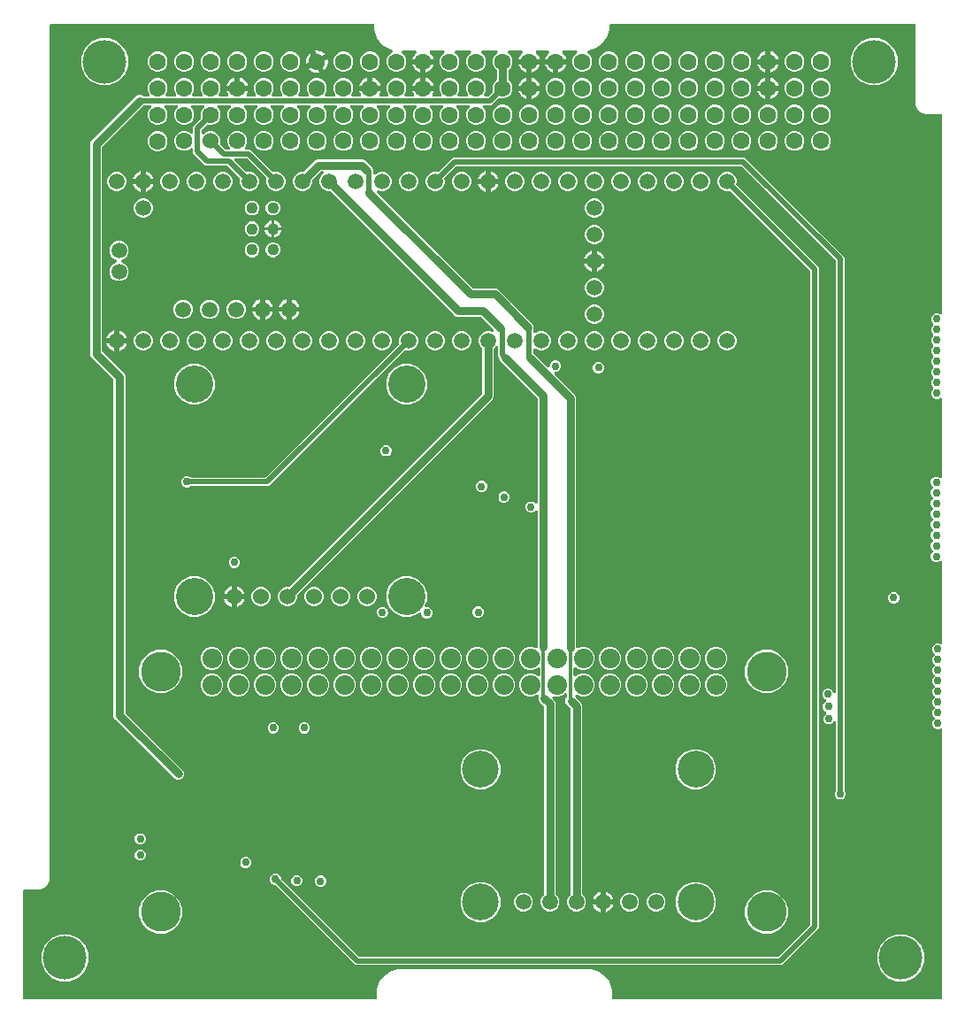
<source format=gbr>
G04 EAGLE Gerber RS-274X export*
G75*
%MOMM*%
%FSLAX34Y34*%
%LPD*%
%INCopper Layer 15*%
%IPPOS*%
%AMOC8*
5,1,8,0,0,1.08239X$1,22.5*%
G01*
%ADD10C,4.191000*%
%ADD11C,1.600200*%
%ADD12C,1.524000*%
%ADD13C,1.508000*%
%ADD14C,3.556000*%
%ADD15C,1.108000*%
%ADD16C,1.875000*%
%ADD17C,0.756400*%
%ADD18C,0.800000*%
%ADD19C,0.350000*%
%ADD20C,0.500000*%
%ADD21C,3.516000*%
%ADD22C,3.816000*%

G36*
X348387Y10799D02*
X348387Y10799D01*
X348413Y10797D01*
X348560Y10819D01*
X348707Y10836D01*
X348732Y10844D01*
X348758Y10848D01*
X348896Y10903D01*
X349035Y10953D01*
X349057Y10967D01*
X349082Y10977D01*
X349203Y11062D01*
X349328Y11142D01*
X349346Y11161D01*
X349368Y11176D01*
X349467Y11286D01*
X349570Y11393D01*
X349584Y11415D01*
X349601Y11435D01*
X349673Y11565D01*
X349749Y11692D01*
X349757Y11717D01*
X349770Y11740D01*
X349810Y11883D01*
X349855Y12024D01*
X349857Y12050D01*
X349865Y12075D01*
X349884Y12319D01*
X349884Y20873D01*
X352110Y27722D01*
X356342Y33548D01*
X362168Y37780D01*
X369017Y40006D01*
X555543Y40006D01*
X562392Y37780D01*
X568218Y33548D01*
X572450Y27722D01*
X574676Y20873D01*
X574676Y12319D01*
X574679Y12293D01*
X574677Y12267D01*
X574699Y12120D01*
X574716Y11973D01*
X574724Y11948D01*
X574728Y11922D01*
X574783Y11784D01*
X574833Y11645D01*
X574847Y11623D01*
X574857Y11598D01*
X574942Y11477D01*
X575022Y11352D01*
X575041Y11334D01*
X575056Y11312D01*
X575166Y11213D01*
X575273Y11110D01*
X575295Y11096D01*
X575315Y11079D01*
X575445Y11007D01*
X575572Y10931D01*
X575597Y10923D01*
X575620Y10910D01*
X575763Y10870D01*
X575904Y10825D01*
X575930Y10823D01*
X575955Y10815D01*
X576199Y10796D01*
X889381Y10796D01*
X889407Y10799D01*
X889433Y10797D01*
X889580Y10819D01*
X889727Y10836D01*
X889752Y10844D01*
X889778Y10848D01*
X889916Y10903D01*
X890055Y10953D01*
X890077Y10967D01*
X890102Y10977D01*
X890223Y11062D01*
X890348Y11142D01*
X890366Y11161D01*
X890388Y11176D01*
X890487Y11286D01*
X890590Y11393D01*
X890604Y11415D01*
X890621Y11435D01*
X890693Y11565D01*
X890769Y11692D01*
X890777Y11717D01*
X890790Y11740D01*
X890830Y11883D01*
X890875Y12024D01*
X890877Y12050D01*
X890885Y12075D01*
X890904Y12319D01*
X890904Y268697D01*
X890887Y268846D01*
X890875Y268997D01*
X890867Y269020D01*
X890864Y269044D01*
X890814Y269185D01*
X890768Y269328D01*
X890755Y269349D01*
X890747Y269372D01*
X890665Y269498D01*
X890588Y269627D01*
X890571Y269644D01*
X890558Y269664D01*
X890449Y269769D01*
X890345Y269877D01*
X890325Y269890D01*
X890307Y269907D01*
X890178Y269984D01*
X890052Y270065D01*
X890029Y270073D01*
X890008Y270086D01*
X889865Y270131D01*
X889723Y270182D01*
X889699Y270184D01*
X889676Y270192D01*
X889527Y270204D01*
X889377Y270221D01*
X889353Y270218D01*
X889329Y270220D01*
X889180Y270197D01*
X889031Y270180D01*
X889003Y270171D01*
X888984Y270168D01*
X888940Y270150D01*
X888798Y270105D01*
X887646Y269627D01*
X885534Y269627D01*
X883584Y270435D01*
X882091Y271928D01*
X881283Y273878D01*
X881283Y275990D01*
X882091Y277940D01*
X883088Y278937D01*
X883104Y278957D01*
X883124Y278974D01*
X883213Y279094D01*
X883305Y279210D01*
X883316Y279234D01*
X883331Y279255D01*
X883390Y279391D01*
X883454Y279525D01*
X883459Y279551D01*
X883469Y279575D01*
X883496Y279721D01*
X883527Y279866D01*
X883527Y279892D01*
X883531Y279918D01*
X883524Y280066D01*
X883521Y280214D01*
X883515Y280240D01*
X883513Y280266D01*
X883472Y280408D01*
X883436Y280552D01*
X883424Y280575D01*
X883417Y280601D01*
X883344Y280730D01*
X883276Y280862D01*
X883259Y280882D01*
X883247Y280905D01*
X883088Y281091D01*
X882091Y282088D01*
X881283Y284038D01*
X881283Y286150D01*
X882091Y288100D01*
X883088Y289097D01*
X883104Y289117D01*
X883124Y289134D01*
X883213Y289254D01*
X883305Y289370D01*
X883316Y289394D01*
X883331Y289415D01*
X883390Y289550D01*
X883454Y289685D01*
X883459Y289711D01*
X883469Y289735D01*
X883496Y289881D01*
X883527Y290026D01*
X883527Y290052D01*
X883531Y290078D01*
X883524Y290226D01*
X883521Y290374D01*
X883515Y290400D01*
X883513Y290426D01*
X883472Y290568D01*
X883436Y290712D01*
X883424Y290736D01*
X883417Y290761D01*
X883344Y290890D01*
X883276Y291022D01*
X883259Y291042D01*
X883247Y291065D01*
X883088Y291251D01*
X882091Y292248D01*
X881283Y294198D01*
X881283Y296310D01*
X882091Y298260D01*
X883088Y299257D01*
X883104Y299277D01*
X883124Y299294D01*
X883213Y299414D01*
X883305Y299530D01*
X883316Y299554D01*
X883331Y299575D01*
X883390Y299711D01*
X883454Y299845D01*
X883459Y299871D01*
X883469Y299895D01*
X883496Y300041D01*
X883527Y300186D01*
X883527Y300212D01*
X883531Y300238D01*
X883524Y300386D01*
X883521Y300534D01*
X883515Y300560D01*
X883513Y300586D01*
X883472Y300728D01*
X883436Y300872D01*
X883424Y300895D01*
X883417Y300921D01*
X883344Y301050D01*
X883276Y301182D01*
X883259Y301202D01*
X883247Y301225D01*
X883088Y301411D01*
X882091Y302408D01*
X881283Y304358D01*
X881283Y306470D01*
X882091Y308420D01*
X883088Y309417D01*
X883104Y309437D01*
X883124Y309454D01*
X883213Y309574D01*
X883305Y309690D01*
X883316Y309714D01*
X883331Y309735D01*
X883390Y309871D01*
X883454Y310005D01*
X883459Y310031D01*
X883469Y310055D01*
X883496Y310201D01*
X883527Y310346D01*
X883527Y310372D01*
X883531Y310398D01*
X883524Y310546D01*
X883521Y310694D01*
X883515Y310720D01*
X883513Y310746D01*
X883472Y310888D01*
X883436Y311032D01*
X883424Y311055D01*
X883417Y311081D01*
X883344Y311210D01*
X883276Y311342D01*
X883259Y311362D01*
X883247Y311385D01*
X883088Y311571D01*
X882091Y312568D01*
X881283Y314518D01*
X881283Y316630D01*
X882091Y318580D01*
X883088Y319577D01*
X883104Y319597D01*
X883124Y319614D01*
X883213Y319734D01*
X883305Y319850D01*
X883316Y319874D01*
X883331Y319895D01*
X883390Y320031D01*
X883454Y320165D01*
X883459Y320191D01*
X883469Y320215D01*
X883496Y320361D01*
X883527Y320506D01*
X883527Y320532D01*
X883531Y320558D01*
X883524Y320706D01*
X883521Y320854D01*
X883515Y320880D01*
X883513Y320906D01*
X883472Y321048D01*
X883436Y321192D01*
X883424Y321215D01*
X883417Y321241D01*
X883344Y321370D01*
X883276Y321502D01*
X883259Y321522D01*
X883247Y321545D01*
X883088Y321731D01*
X882091Y322728D01*
X881283Y324678D01*
X881283Y326790D01*
X882091Y328740D01*
X883088Y329737D01*
X883104Y329757D01*
X883124Y329774D01*
X883213Y329894D01*
X883305Y330010D01*
X883316Y330034D01*
X883331Y330055D01*
X883390Y330191D01*
X883454Y330325D01*
X883459Y330351D01*
X883469Y330375D01*
X883496Y330521D01*
X883527Y330666D01*
X883527Y330692D01*
X883531Y330718D01*
X883524Y330866D01*
X883521Y331014D01*
X883515Y331040D01*
X883513Y331066D01*
X883472Y331208D01*
X883436Y331352D01*
X883424Y331375D01*
X883417Y331401D01*
X883344Y331530D01*
X883276Y331662D01*
X883259Y331682D01*
X883247Y331705D01*
X883088Y331891D01*
X882091Y332888D01*
X881283Y334838D01*
X881283Y336950D01*
X882091Y338900D01*
X883088Y339897D01*
X883104Y339917D01*
X883124Y339934D01*
X883213Y340054D01*
X883305Y340170D01*
X883316Y340194D01*
X883331Y340215D01*
X883390Y340351D01*
X883454Y340485D01*
X883459Y340511D01*
X883469Y340535D01*
X883496Y340681D01*
X883527Y340826D01*
X883527Y340852D01*
X883531Y340878D01*
X883524Y341026D01*
X883521Y341174D01*
X883515Y341200D01*
X883513Y341226D01*
X883472Y341368D01*
X883436Y341512D01*
X883424Y341535D01*
X883417Y341561D01*
X883344Y341690D01*
X883276Y341822D01*
X883259Y341842D01*
X883247Y341865D01*
X883088Y342051D01*
X882091Y343048D01*
X881283Y344998D01*
X881283Y347110D01*
X882091Y349060D01*
X883584Y350553D01*
X885534Y351361D01*
X887646Y351361D01*
X888798Y350883D01*
X888943Y350842D01*
X889086Y350796D01*
X889110Y350794D01*
X889133Y350788D01*
X889284Y350780D01*
X889433Y350768D01*
X889457Y350772D01*
X889481Y350771D01*
X889629Y350798D01*
X889778Y350820D01*
X889800Y350829D01*
X889824Y350833D01*
X889962Y350893D01*
X890102Y350949D01*
X890122Y350963D01*
X890144Y350972D01*
X890265Y351062D01*
X890388Y351148D01*
X890404Y351166D01*
X890424Y351180D01*
X890521Y351295D01*
X890621Y351406D01*
X890633Y351428D01*
X890649Y351446D01*
X890717Y351580D01*
X890790Y351711D01*
X890796Y351735D01*
X890807Y351756D01*
X890844Y351902D01*
X890885Y352047D01*
X890887Y352076D01*
X890892Y352094D01*
X890892Y352142D01*
X890904Y352291D01*
X890904Y429166D01*
X890893Y429266D01*
X890891Y429366D01*
X890873Y429438D01*
X890864Y429512D01*
X890831Y429607D01*
X890806Y429704D01*
X890772Y429770D01*
X890747Y429840D01*
X890692Y429925D01*
X890646Y430014D01*
X890598Y430071D01*
X890558Y430133D01*
X890486Y430203D01*
X890421Y430279D01*
X890361Y430324D01*
X890307Y430375D01*
X890221Y430427D01*
X890140Y430487D01*
X890072Y430516D01*
X890008Y430554D01*
X889913Y430585D01*
X889820Y430625D01*
X889747Y430638D01*
X889676Y430660D01*
X889576Y430668D01*
X889477Y430686D01*
X889403Y430682D01*
X889329Y430688D01*
X889230Y430673D01*
X889129Y430668D01*
X889058Y430648D01*
X888984Y430637D01*
X888891Y430600D01*
X888794Y430572D01*
X888729Y430535D01*
X888660Y430508D01*
X888578Y430451D01*
X888490Y430402D01*
X888414Y430336D01*
X888374Y430309D01*
X888350Y430283D01*
X888304Y430243D01*
X888196Y430135D01*
X886246Y429327D01*
X884134Y429327D01*
X882184Y430135D01*
X880691Y431628D01*
X879883Y433578D01*
X879883Y435690D01*
X880691Y437640D01*
X881688Y438637D01*
X881704Y438657D01*
X881724Y438674D01*
X881813Y438794D01*
X881905Y438910D01*
X881916Y438934D01*
X881931Y438955D01*
X881990Y439091D01*
X882054Y439225D01*
X882059Y439251D01*
X882069Y439275D01*
X882096Y439421D01*
X882127Y439566D01*
X882127Y439592D01*
X882131Y439618D01*
X882124Y439766D01*
X882121Y439914D01*
X882115Y439940D01*
X882113Y439966D01*
X882072Y440108D01*
X882036Y440252D01*
X882024Y440275D01*
X882017Y440301D01*
X881944Y440430D01*
X881876Y440562D01*
X881859Y440582D01*
X881847Y440605D01*
X881688Y440791D01*
X880691Y441788D01*
X879883Y443738D01*
X879883Y445850D01*
X880691Y447800D01*
X881688Y448797D01*
X881704Y448817D01*
X881724Y448834D01*
X881813Y448954D01*
X881905Y449070D01*
X881916Y449094D01*
X881931Y449115D01*
X881990Y449251D01*
X882054Y449385D01*
X882059Y449411D01*
X882069Y449435D01*
X882096Y449581D01*
X882127Y449726D01*
X882127Y449752D01*
X882131Y449778D01*
X882124Y449926D01*
X882121Y450074D01*
X882115Y450100D01*
X882113Y450126D01*
X882072Y450268D01*
X882036Y450412D01*
X882024Y450436D01*
X882017Y450461D01*
X881944Y450590D01*
X881876Y450722D01*
X881859Y450742D01*
X881847Y450765D01*
X881688Y450951D01*
X880691Y451948D01*
X879883Y453898D01*
X879883Y456010D01*
X880691Y457960D01*
X881688Y458957D01*
X881704Y458977D01*
X881724Y458994D01*
X881813Y459114D01*
X881905Y459230D01*
X881916Y459254D01*
X881931Y459275D01*
X881990Y459411D01*
X882054Y459545D01*
X882059Y459571D01*
X882069Y459595D01*
X882096Y459741D01*
X882127Y459886D01*
X882127Y459912D01*
X882131Y459938D01*
X882124Y460086D01*
X882121Y460234D01*
X882115Y460260D01*
X882113Y460286D01*
X882072Y460428D01*
X882036Y460572D01*
X882024Y460595D01*
X882017Y460621D01*
X881944Y460750D01*
X881876Y460882D01*
X881859Y460902D01*
X881847Y460925D01*
X881688Y461111D01*
X880691Y462108D01*
X879883Y464058D01*
X879883Y466170D01*
X880691Y468120D01*
X881688Y469117D01*
X881704Y469137D01*
X881724Y469154D01*
X881813Y469274D01*
X881905Y469390D01*
X881916Y469414D01*
X881931Y469435D01*
X881990Y469571D01*
X882054Y469705D01*
X882059Y469731D01*
X882069Y469755D01*
X882096Y469901D01*
X882127Y470046D01*
X882127Y470072D01*
X882131Y470098D01*
X882124Y470246D01*
X882121Y470394D01*
X882115Y470420D01*
X882113Y470446D01*
X882072Y470588D01*
X882036Y470732D01*
X882024Y470755D01*
X882017Y470781D01*
X881944Y470910D01*
X881876Y471042D01*
X881859Y471062D01*
X881847Y471085D01*
X881688Y471271D01*
X880691Y472268D01*
X879883Y474218D01*
X879883Y476330D01*
X880691Y478280D01*
X881688Y479277D01*
X881704Y479297D01*
X881724Y479314D01*
X881813Y479434D01*
X881905Y479550D01*
X881916Y479574D01*
X881931Y479595D01*
X881990Y479731D01*
X882054Y479865D01*
X882059Y479891D01*
X882069Y479915D01*
X882096Y480061D01*
X882127Y480206D01*
X882127Y480232D01*
X882131Y480258D01*
X882124Y480406D01*
X882121Y480554D01*
X882115Y480580D01*
X882113Y480606D01*
X882072Y480748D01*
X882036Y480892D01*
X882024Y480915D01*
X882017Y480941D01*
X881944Y481070D01*
X881876Y481202D01*
X881859Y481222D01*
X881847Y481245D01*
X881688Y481431D01*
X880691Y482428D01*
X879883Y484378D01*
X879883Y486490D01*
X880691Y488440D01*
X881688Y489437D01*
X881704Y489457D01*
X881724Y489474D01*
X881813Y489594D01*
X881905Y489710D01*
X881916Y489734D01*
X881931Y489755D01*
X881990Y489891D01*
X882054Y490025D01*
X882059Y490051D01*
X882069Y490075D01*
X882096Y490221D01*
X882127Y490366D01*
X882127Y490392D01*
X882131Y490418D01*
X882124Y490566D01*
X882121Y490714D01*
X882115Y490740D01*
X882113Y490766D01*
X882072Y490908D01*
X882036Y491052D01*
X882024Y491075D01*
X882017Y491101D01*
X881944Y491230D01*
X881876Y491362D01*
X881859Y491382D01*
X881847Y491405D01*
X881688Y491591D01*
X880691Y492588D01*
X879883Y494538D01*
X879883Y496650D01*
X880691Y498600D01*
X881688Y499597D01*
X881704Y499617D01*
X881724Y499634D01*
X881813Y499754D01*
X881905Y499870D01*
X881916Y499894D01*
X881931Y499915D01*
X881990Y500051D01*
X882054Y500185D01*
X882059Y500211D01*
X882069Y500235D01*
X882096Y500381D01*
X882127Y500526D01*
X882127Y500552D01*
X882131Y500578D01*
X882124Y500726D01*
X882121Y500874D01*
X882115Y500900D01*
X882113Y500926D01*
X882072Y501068D01*
X882036Y501212D01*
X882024Y501235D01*
X882017Y501261D01*
X881944Y501390D01*
X881876Y501522D01*
X881859Y501542D01*
X881847Y501565D01*
X881688Y501751D01*
X880691Y502748D01*
X879883Y504698D01*
X879883Y506810D01*
X880691Y508760D01*
X882184Y510253D01*
X884134Y511061D01*
X886246Y511061D01*
X888196Y510253D01*
X888304Y510145D01*
X888383Y510082D01*
X888455Y510013D01*
X888519Y509975D01*
X888577Y509928D01*
X888668Y509885D01*
X888754Y509834D01*
X888825Y509811D01*
X888892Y509779D01*
X888990Y509758D01*
X889086Y509728D01*
X889160Y509722D01*
X889233Y509706D01*
X889333Y509708D01*
X889433Y509700D01*
X889507Y509711D01*
X889581Y509712D01*
X889679Y509736D01*
X889778Y509751D01*
X889847Y509779D01*
X889919Y509797D01*
X890008Y509843D01*
X890102Y509880D01*
X890163Y509923D01*
X890229Y509957D01*
X890305Y510022D01*
X890388Y510079D01*
X890438Y510134D01*
X890494Y510182D01*
X890554Y510263D01*
X890621Y510338D01*
X890657Y510403D01*
X890702Y510463D01*
X890741Y510555D01*
X890790Y510643D01*
X890810Y510714D01*
X890840Y510783D01*
X890857Y510882D01*
X890885Y510978D01*
X890893Y511078D01*
X890901Y511126D01*
X890899Y511161D01*
X890904Y511222D01*
X890904Y585066D01*
X890901Y585090D01*
X890903Y585113D01*
X890892Y585187D01*
X890891Y585267D01*
X890873Y585339D01*
X890864Y585412D01*
X890854Y585440D01*
X890852Y585458D01*
X890827Y585519D01*
X890806Y585605D01*
X890772Y585671D01*
X890747Y585740D01*
X890727Y585770D01*
X890723Y585782D01*
X890690Y585829D01*
X890646Y585915D01*
X890598Y585971D01*
X890558Y586033D01*
X890528Y586062D01*
X890524Y586068D01*
X890492Y586097D01*
X890485Y586103D01*
X890420Y586180D01*
X890360Y586224D01*
X890307Y586275D01*
X890268Y586299D01*
X890265Y586301D01*
X890245Y586312D01*
X890221Y586327D01*
X890139Y586387D01*
X890072Y586416D01*
X890008Y586454D01*
X889962Y586469D01*
X889960Y586470D01*
X889951Y586472D01*
X889912Y586485D01*
X889819Y586525D01*
X889747Y586538D01*
X889676Y586560D01*
X889625Y586564D01*
X889625Y586565D01*
X889575Y586569D01*
X889476Y586586D01*
X889403Y586582D01*
X889381Y586584D01*
X889380Y586584D01*
X889329Y586588D01*
X889229Y586573D01*
X889128Y586568D01*
X889057Y586548D01*
X889055Y586547D01*
X889030Y586544D01*
X889026Y586543D01*
X888984Y586537D01*
X888890Y586499D01*
X888793Y586471D01*
X888736Y586439D01*
X888702Y586427D01*
X888692Y586420D01*
X888660Y586408D01*
X888644Y586396D01*
X886546Y585527D01*
X884434Y585527D01*
X882484Y586335D01*
X880991Y587828D01*
X880183Y589778D01*
X880183Y591890D01*
X880991Y593840D01*
X881988Y594837D01*
X882004Y594857D01*
X882024Y594874D01*
X882113Y594994D01*
X882205Y595110D01*
X882216Y595134D01*
X882231Y595155D01*
X882290Y595291D01*
X882354Y595425D01*
X882359Y595451D01*
X882369Y595475D01*
X882396Y595621D01*
X882427Y595766D01*
X882427Y595792D01*
X882431Y595818D01*
X882424Y595966D01*
X882421Y596114D01*
X882415Y596140D01*
X882413Y596166D01*
X882372Y596308D01*
X882336Y596452D01*
X882324Y596476D01*
X882317Y596501D01*
X882244Y596630D01*
X882176Y596762D01*
X882159Y596782D01*
X882147Y596805D01*
X881988Y596991D01*
X880991Y597988D01*
X880183Y599938D01*
X880183Y602050D01*
X880991Y604000D01*
X881988Y604997D01*
X882004Y605017D01*
X882024Y605034D01*
X882113Y605154D01*
X882205Y605270D01*
X882216Y605294D01*
X882231Y605315D01*
X882290Y605451D01*
X882354Y605585D01*
X882359Y605611D01*
X882369Y605635D01*
X882396Y605781D01*
X882427Y605926D01*
X882427Y605952D01*
X882431Y605978D01*
X882424Y606126D01*
X882421Y606274D01*
X882415Y606300D01*
X882413Y606326D01*
X882372Y606468D01*
X882336Y606612D01*
X882324Y606635D01*
X882317Y606661D01*
X882244Y606790D01*
X882176Y606922D01*
X882159Y606942D01*
X882147Y606965D01*
X881988Y607151D01*
X880991Y608148D01*
X880183Y610098D01*
X880183Y612210D01*
X880991Y614160D01*
X881988Y615157D01*
X882004Y615177D01*
X882024Y615194D01*
X882113Y615314D01*
X882205Y615430D01*
X882216Y615454D01*
X882231Y615475D01*
X882290Y615611D01*
X882354Y615745D01*
X882359Y615771D01*
X882369Y615795D01*
X882396Y615941D01*
X882427Y616086D01*
X882427Y616112D01*
X882431Y616138D01*
X882424Y616286D01*
X882421Y616434D01*
X882415Y616460D01*
X882413Y616486D01*
X882372Y616628D01*
X882336Y616772D01*
X882324Y616796D01*
X882317Y616821D01*
X882244Y616950D01*
X882176Y617082D01*
X882159Y617102D01*
X882147Y617125D01*
X881988Y617311D01*
X880991Y618308D01*
X880183Y620258D01*
X880183Y622370D01*
X880991Y624320D01*
X881988Y625317D01*
X882004Y625337D01*
X882024Y625354D01*
X882113Y625474D01*
X882205Y625590D01*
X882216Y625614D01*
X882231Y625635D01*
X882290Y625771D01*
X882354Y625905D01*
X882359Y625931D01*
X882369Y625955D01*
X882396Y626101D01*
X882427Y626246D01*
X882427Y626272D01*
X882431Y626298D01*
X882424Y626446D01*
X882421Y626594D01*
X882415Y626620D01*
X882413Y626646D01*
X882372Y626788D01*
X882336Y626932D01*
X882324Y626955D01*
X882317Y626981D01*
X882244Y627110D01*
X882176Y627242D01*
X882159Y627262D01*
X882147Y627285D01*
X881988Y627471D01*
X880991Y628468D01*
X880183Y630418D01*
X880183Y632530D01*
X880991Y634480D01*
X881988Y635477D01*
X882004Y635497D01*
X882024Y635514D01*
X882113Y635634D01*
X882205Y635750D01*
X882216Y635774D01*
X882231Y635795D01*
X882290Y635931D01*
X882354Y636065D01*
X882359Y636091D01*
X882369Y636115D01*
X882396Y636261D01*
X882427Y636406D01*
X882427Y636432D01*
X882431Y636458D01*
X882424Y636606D01*
X882421Y636754D01*
X882415Y636780D01*
X882413Y636806D01*
X882372Y636948D01*
X882336Y637092D01*
X882324Y637115D01*
X882317Y637141D01*
X882244Y637270D01*
X882176Y637402D01*
X882159Y637422D01*
X882147Y637445D01*
X881988Y637631D01*
X880991Y638628D01*
X880183Y640578D01*
X880183Y642690D01*
X880991Y644640D01*
X881988Y645637D01*
X882004Y645657D01*
X882024Y645674D01*
X882113Y645794D01*
X882205Y645910D01*
X882216Y645934D01*
X882231Y645955D01*
X882290Y646091D01*
X882354Y646225D01*
X882359Y646251D01*
X882369Y646275D01*
X882396Y646421D01*
X882427Y646566D01*
X882427Y646592D01*
X882431Y646618D01*
X882424Y646766D01*
X882421Y646914D01*
X882415Y646940D01*
X882413Y646966D01*
X882372Y647108D01*
X882336Y647252D01*
X882324Y647275D01*
X882317Y647301D01*
X882244Y647430D01*
X882176Y647562D01*
X882159Y647582D01*
X882147Y647605D01*
X881988Y647791D01*
X880991Y648788D01*
X880183Y650738D01*
X880183Y652850D01*
X880991Y654800D01*
X881988Y655797D01*
X882004Y655817D01*
X882024Y655834D01*
X882113Y655954D01*
X882205Y656070D01*
X882216Y656094D01*
X882231Y656115D01*
X882290Y656251D01*
X882354Y656385D01*
X882359Y656411D01*
X882369Y656435D01*
X882396Y656581D01*
X882427Y656726D01*
X882427Y656752D01*
X882431Y656778D01*
X882424Y656926D01*
X882421Y657074D01*
X882415Y657100D01*
X882413Y657126D01*
X882372Y657268D01*
X882336Y657412D01*
X882324Y657435D01*
X882317Y657461D01*
X882244Y657590D01*
X882176Y657722D01*
X882159Y657742D01*
X882147Y657765D01*
X881988Y657951D01*
X880991Y658948D01*
X880183Y660898D01*
X880183Y663010D01*
X880991Y664960D01*
X882484Y666453D01*
X884434Y667261D01*
X886546Y667261D01*
X888688Y666373D01*
X888754Y666334D01*
X888824Y666311D01*
X888891Y666280D01*
X888990Y666258D01*
X889086Y666228D01*
X889159Y666222D01*
X889232Y666206D01*
X889333Y666208D01*
X889433Y666200D01*
X889506Y666211D01*
X889580Y666212D01*
X889678Y666236D01*
X889778Y666251D01*
X889846Y666279D01*
X889918Y666297D01*
X890008Y666343D01*
X890102Y666380D01*
X890162Y666422D01*
X890228Y666456D01*
X890305Y666521D01*
X890388Y666579D01*
X890437Y666634D01*
X890494Y666682D01*
X890554Y666763D01*
X890621Y666838D01*
X890657Y666902D01*
X890701Y666962D01*
X890741Y667054D01*
X890790Y667143D01*
X890810Y667214D01*
X890839Y667282D01*
X890857Y667381D01*
X890885Y667478D01*
X890893Y667578D01*
X890901Y667625D01*
X890899Y667661D01*
X890904Y667722D01*
X890904Y856361D01*
X890901Y856387D01*
X890903Y856413D01*
X890881Y856560D01*
X890864Y856707D01*
X890856Y856732D01*
X890852Y856758D01*
X890797Y856896D01*
X890747Y857035D01*
X890733Y857057D01*
X890723Y857082D01*
X890638Y857203D01*
X890558Y857328D01*
X890539Y857346D01*
X890524Y857368D01*
X890414Y857467D01*
X890307Y857570D01*
X890285Y857584D01*
X890265Y857601D01*
X890135Y857673D01*
X890008Y857749D01*
X889983Y857757D01*
X889960Y857770D01*
X889817Y857810D01*
X889676Y857855D01*
X889650Y857857D01*
X889625Y857865D01*
X889381Y857884D01*
X874153Y857884D01*
X870185Y859528D01*
X867148Y862565D01*
X865504Y866533D01*
X865504Y942721D01*
X865501Y942747D01*
X865503Y942773D01*
X865481Y942920D01*
X865464Y943067D01*
X865456Y943092D01*
X865452Y943118D01*
X865397Y943256D01*
X865347Y943395D01*
X865333Y943417D01*
X865323Y943442D01*
X865238Y943563D01*
X865158Y943688D01*
X865139Y943706D01*
X865124Y943728D01*
X865014Y943827D01*
X864907Y943930D01*
X864885Y943944D01*
X864865Y943961D01*
X864735Y944033D01*
X864608Y944109D01*
X864583Y944117D01*
X864560Y944130D01*
X864417Y944170D01*
X864276Y944215D01*
X864250Y944217D01*
X864225Y944225D01*
X863981Y944244D01*
X574040Y944244D01*
X573998Y944239D01*
X573921Y944240D01*
X573861Y944235D01*
X573805Y944224D01*
X573748Y944222D01*
X573537Y944172D01*
X573519Y944168D01*
X573515Y944166D01*
X573510Y944165D01*
X573396Y944128D01*
X573290Y944080D01*
X573181Y944039D01*
X573117Y944000D01*
X573079Y943983D01*
X573044Y943956D01*
X572972Y943912D01*
X572876Y943842D01*
X572789Y943763D01*
X572697Y943690D01*
X572649Y943634D01*
X572619Y943606D01*
X572594Y943569D01*
X572538Y943505D01*
X572468Y943408D01*
X572411Y943307D01*
X572346Y943209D01*
X572317Y943141D01*
X572297Y943105D01*
X572284Y943062D01*
X572252Y942984D01*
X572215Y942870D01*
X572204Y942814D01*
X572184Y942761D01*
X572156Y942585D01*
X572155Y942584D01*
X572155Y942582D01*
X572150Y942547D01*
X572146Y942529D01*
X572146Y942525D01*
X572145Y942519D01*
X572140Y942460D01*
X572142Y942418D01*
X572136Y942340D01*
X572136Y938619D01*
X569836Y931540D01*
X565461Y925519D01*
X559440Y921144D01*
X552324Y918832D01*
X552254Y918831D01*
X552182Y918813D01*
X552108Y918804D01*
X552014Y918771D01*
X551916Y918746D01*
X551850Y918712D01*
X551780Y918687D01*
X551696Y918632D01*
X551607Y918586D01*
X551550Y918538D01*
X551487Y918498D01*
X551418Y918426D01*
X551341Y918361D01*
X551297Y918301D01*
X551245Y918247D01*
X551194Y918161D01*
X551134Y918080D01*
X551105Y918012D01*
X551066Y917948D01*
X551036Y917852D01*
X550996Y917760D01*
X550983Y917687D01*
X550960Y917616D01*
X550952Y917516D01*
X550934Y917417D01*
X550938Y917343D01*
X550932Y917269D01*
X550947Y917169D01*
X550952Y917069D01*
X550973Y916998D01*
X550984Y916924D01*
X551021Y916831D01*
X551049Y916734D01*
X551085Y916669D01*
X551113Y916600D01*
X551170Y916518D01*
X551219Y916430D01*
X551284Y916354D01*
X551312Y916314D01*
X551338Y916290D01*
X551378Y916244D01*
X554176Y913446D01*
X555626Y909945D01*
X555626Y906155D01*
X554176Y902654D01*
X551496Y899974D01*
X547995Y898524D01*
X544205Y898524D01*
X540704Y899974D01*
X538024Y902654D01*
X536574Y906155D01*
X536574Y909945D01*
X538024Y913446D01*
X540822Y916244D01*
X540885Y916322D01*
X540955Y916395D01*
X540993Y916459D01*
X541039Y916517D01*
X541082Y916608D01*
X541134Y916694D01*
X541156Y916765D01*
X541188Y916832D01*
X541209Y916930D01*
X541240Y917026D01*
X541246Y917100D01*
X541261Y917173D01*
X541260Y917273D01*
X541268Y917373D01*
X541257Y917447D01*
X541255Y917521D01*
X541231Y917618D01*
X541216Y917718D01*
X541189Y917787D01*
X541170Y917859D01*
X541124Y917948D01*
X541087Y918042D01*
X541045Y918103D01*
X541011Y918169D01*
X540946Y918245D01*
X540888Y918328D01*
X540833Y918378D01*
X540785Y918434D01*
X540704Y918494D01*
X540630Y918561D01*
X540565Y918597D01*
X540505Y918642D01*
X540412Y918681D01*
X540325Y918730D01*
X540253Y918750D01*
X540185Y918780D01*
X540086Y918797D01*
X539989Y918825D01*
X539889Y918833D01*
X539842Y918841D01*
X539806Y918839D01*
X539745Y918844D01*
X528466Y918844D01*
X528420Y918839D01*
X528375Y918842D01*
X528248Y918819D01*
X528120Y918804D01*
X528077Y918789D01*
X528032Y918781D01*
X527913Y918730D01*
X527791Y918687D01*
X527753Y918662D01*
X527711Y918644D01*
X527607Y918568D01*
X527499Y918498D01*
X527467Y918465D01*
X527430Y918438D01*
X527346Y918340D01*
X527256Y918247D01*
X527233Y918208D01*
X527203Y918173D01*
X527144Y918059D01*
X527078Y917948D01*
X527064Y917905D01*
X527043Y917864D01*
X527011Y917739D01*
X526971Y917616D01*
X526968Y917571D01*
X526956Y917527D01*
X526954Y917397D01*
X526943Y917269D01*
X526950Y917224D01*
X526949Y917178D01*
X526976Y917052D01*
X526995Y916924D01*
X527012Y916882D01*
X527021Y916837D01*
X527076Y916720D01*
X527124Y916600D01*
X527150Y916563D01*
X527169Y916521D01*
X527249Y916420D01*
X527323Y916314D01*
X527357Y916284D01*
X527385Y916248D01*
X527565Y916093D01*
X528741Y914918D01*
X529716Y913575D01*
X530469Y912097D01*
X530918Y910716D01*
X521843Y910716D01*
X521817Y910713D01*
X521791Y910715D01*
X521644Y910693D01*
X521497Y910676D01*
X521472Y910668D01*
X521446Y910664D01*
X521309Y910609D01*
X521169Y910559D01*
X521147Y910545D01*
X521122Y910535D01*
X521001Y910450D01*
X520876Y910370D01*
X520858Y910351D01*
X520836Y910336D01*
X520737Y910226D01*
X520705Y910193D01*
X520700Y910200D01*
X520590Y910299D01*
X520483Y910402D01*
X520460Y910416D01*
X520441Y910433D01*
X520311Y910505D01*
X520184Y910581D01*
X520159Y910589D01*
X520136Y910602D01*
X519993Y910642D01*
X519852Y910687D01*
X519826Y910689D01*
X519801Y910697D01*
X519557Y910716D01*
X510482Y910716D01*
X510931Y912097D01*
X511684Y913575D01*
X512659Y914918D01*
X513839Y916097D01*
X513863Y916119D01*
X513901Y916144D01*
X513991Y916237D01*
X514086Y916324D01*
X514112Y916362D01*
X514144Y916395D01*
X514210Y916506D01*
X514283Y916612D01*
X514299Y916655D01*
X514322Y916694D01*
X514362Y916817D01*
X514408Y916937D01*
X514415Y916982D01*
X514429Y917026D01*
X514439Y917155D01*
X514457Y917282D01*
X514453Y917328D01*
X514457Y917373D01*
X514437Y917501D01*
X514426Y917629D01*
X514412Y917673D01*
X514405Y917718D01*
X514357Y917838D01*
X514317Y917960D01*
X514293Y917999D01*
X514276Y918042D01*
X514203Y918148D01*
X514135Y918258D01*
X514103Y918291D01*
X514077Y918328D01*
X513981Y918414D01*
X513891Y918506D01*
X513852Y918531D01*
X513818Y918561D01*
X513705Y918624D01*
X513596Y918693D01*
X513553Y918708D01*
X513513Y918730D01*
X513389Y918765D01*
X513267Y918807D01*
X513222Y918812D01*
X513178Y918825D01*
X512934Y918844D01*
X503066Y918844D01*
X503020Y918839D01*
X502975Y918842D01*
X502848Y918819D01*
X502720Y918804D01*
X502677Y918789D01*
X502632Y918781D01*
X502513Y918730D01*
X502391Y918687D01*
X502353Y918662D01*
X502311Y918644D01*
X502207Y918568D01*
X502099Y918498D01*
X502067Y918465D01*
X502030Y918438D01*
X501946Y918340D01*
X501856Y918247D01*
X501833Y918208D01*
X501803Y918173D01*
X501744Y918059D01*
X501678Y917948D01*
X501664Y917905D01*
X501643Y917864D01*
X501611Y917739D01*
X501571Y917616D01*
X501568Y917571D01*
X501556Y917527D01*
X501554Y917397D01*
X501543Y917269D01*
X501550Y917224D01*
X501549Y917178D01*
X501576Y917052D01*
X501595Y916924D01*
X501612Y916882D01*
X501621Y916837D01*
X501676Y916720D01*
X501724Y916600D01*
X501750Y916563D01*
X501769Y916521D01*
X501849Y916420D01*
X501923Y916314D01*
X501957Y916284D01*
X501985Y916248D01*
X502165Y916093D01*
X503341Y914918D01*
X504316Y913575D01*
X505069Y912097D01*
X505518Y910716D01*
X496443Y910716D01*
X496417Y910713D01*
X496391Y910715D01*
X496244Y910693D01*
X496097Y910676D01*
X496072Y910668D01*
X496046Y910664D01*
X495909Y910609D01*
X495769Y910559D01*
X495747Y910545D01*
X495722Y910535D01*
X495601Y910450D01*
X495476Y910370D01*
X495458Y910351D01*
X495436Y910336D01*
X495337Y910226D01*
X495305Y910193D01*
X495300Y910200D01*
X495190Y910299D01*
X495083Y910402D01*
X495060Y910416D01*
X495041Y910433D01*
X494911Y910505D01*
X494784Y910581D01*
X494759Y910589D01*
X494736Y910602D01*
X494593Y910642D01*
X494452Y910687D01*
X494426Y910689D01*
X494401Y910697D01*
X494157Y910716D01*
X485082Y910716D01*
X485531Y912097D01*
X486284Y913575D01*
X487259Y914918D01*
X488439Y916097D01*
X488463Y916119D01*
X488501Y916144D01*
X488591Y916237D01*
X488686Y916324D01*
X488712Y916362D01*
X488744Y916395D01*
X488810Y916506D01*
X488883Y916612D01*
X488899Y916655D01*
X488922Y916694D01*
X488962Y916817D01*
X489008Y916937D01*
X489015Y916982D01*
X489029Y917026D01*
X489039Y917155D01*
X489057Y917282D01*
X489053Y917328D01*
X489057Y917373D01*
X489037Y917501D01*
X489026Y917629D01*
X489012Y917673D01*
X489005Y917718D01*
X488957Y917838D01*
X488917Y917960D01*
X488893Y917999D01*
X488876Y918042D01*
X488803Y918148D01*
X488735Y918258D01*
X488703Y918291D01*
X488677Y918328D01*
X488581Y918414D01*
X488491Y918506D01*
X488452Y918531D01*
X488418Y918561D01*
X488305Y918624D01*
X488196Y918693D01*
X488153Y918708D01*
X488113Y918730D01*
X487989Y918765D01*
X487867Y918807D01*
X487822Y918812D01*
X487778Y918825D01*
X487534Y918844D01*
X476255Y918844D01*
X476155Y918833D01*
X476054Y918831D01*
X475982Y918813D01*
X475908Y918804D01*
X475814Y918771D01*
X475716Y918746D01*
X475650Y918712D01*
X475580Y918687D01*
X475496Y918632D01*
X475407Y918586D01*
X475350Y918538D01*
X475287Y918498D01*
X475218Y918426D01*
X475141Y918361D01*
X475097Y918301D01*
X475045Y918247D01*
X474994Y918161D01*
X474934Y918080D01*
X474905Y918012D01*
X474866Y917948D01*
X474836Y917852D01*
X474796Y917760D01*
X474783Y917687D01*
X474760Y917616D01*
X474752Y917516D01*
X474734Y917417D01*
X474738Y917343D01*
X474732Y917269D01*
X474747Y917169D01*
X474752Y917069D01*
X474773Y916998D01*
X474784Y916924D01*
X474821Y916831D01*
X474849Y916734D01*
X474885Y916669D01*
X474913Y916600D01*
X474970Y916518D01*
X475019Y916430D01*
X475084Y916354D01*
X475112Y916314D01*
X475138Y916290D01*
X475178Y916244D01*
X477976Y913446D01*
X479426Y909945D01*
X479426Y906155D01*
X477976Y902654D01*
X475871Y900549D01*
X475792Y900450D01*
X475708Y900357D01*
X475684Y900314D01*
X475654Y900276D01*
X475600Y900162D01*
X475539Y900052D01*
X475526Y900005D01*
X475505Y899961D01*
X475479Y899838D01*
X475444Y899716D01*
X475439Y899655D01*
X475432Y899621D01*
X475433Y899573D01*
X475425Y899472D01*
X475425Y891228D01*
X475427Y891204D01*
X475426Y891182D01*
X475440Y891086D01*
X475446Y890976D01*
X475459Y890929D01*
X475465Y890881D01*
X475475Y890852D01*
X475477Y890837D01*
X475508Y890761D01*
X475542Y890641D01*
X475566Y890599D01*
X475582Y890553D01*
X475603Y890521D01*
X475606Y890513D01*
X475631Y890477D01*
X475651Y890447D01*
X475712Y890337D01*
X475752Y890291D01*
X475771Y890261D01*
X475804Y890229D01*
X475805Y890227D01*
X475807Y890225D01*
X475871Y890151D01*
X477976Y888046D01*
X479426Y884545D01*
X479426Y880755D01*
X477976Y877254D01*
X475296Y874574D01*
X471795Y873124D01*
X468005Y873124D01*
X467574Y873303D01*
X467501Y873324D01*
X467431Y873354D01*
X467334Y873371D01*
X467239Y873398D01*
X467163Y873402D01*
X467088Y873416D01*
X466989Y873411D01*
X466891Y873415D01*
X466816Y873402D01*
X466740Y873398D01*
X466645Y873370D01*
X466548Y873353D01*
X466478Y873322D01*
X466405Y873301D01*
X466319Y873253D01*
X466229Y873214D01*
X466167Y873168D01*
X466101Y873131D01*
X465987Y873034D01*
X465949Y873006D01*
X465937Y872991D01*
X465914Y872973D01*
X462346Y869404D01*
X459542Y866600D01*
X452299Y866600D01*
X452199Y866589D01*
X452098Y866587D01*
X452026Y866569D01*
X451952Y866560D01*
X451858Y866527D01*
X451760Y866502D01*
X451694Y866468D01*
X451624Y866443D01*
X451540Y866388D01*
X451451Y866342D01*
X451394Y866294D01*
X451331Y866254D01*
X451262Y866182D01*
X451185Y866117D01*
X451141Y866057D01*
X451089Y866003D01*
X451038Y865917D01*
X450978Y865836D01*
X450949Y865768D01*
X450910Y865704D01*
X450880Y865608D01*
X450840Y865516D01*
X450827Y865443D01*
X450804Y865372D01*
X450796Y865272D01*
X450778Y865173D01*
X450782Y865099D01*
X450776Y865025D01*
X450791Y864925D01*
X450796Y864825D01*
X450817Y864754D01*
X450828Y864680D01*
X450865Y864587D01*
X450893Y864490D01*
X450929Y864425D01*
X450957Y864356D01*
X451014Y864274D01*
X451063Y864186D01*
X451128Y864110D01*
X451156Y864070D01*
X451182Y864046D01*
X451222Y864000D01*
X452576Y862646D01*
X454026Y859145D01*
X454026Y855355D01*
X452576Y851854D01*
X449896Y849174D01*
X446395Y847724D01*
X442605Y847724D01*
X439104Y849174D01*
X436424Y851854D01*
X434974Y855355D01*
X434974Y859145D01*
X436424Y862646D01*
X437778Y864000D01*
X437841Y864079D01*
X437911Y864151D01*
X437949Y864215D01*
X437995Y864273D01*
X438038Y864364D01*
X438090Y864450D01*
X438112Y864521D01*
X438144Y864588D01*
X438165Y864686D01*
X438196Y864782D01*
X438202Y864856D01*
X438217Y864929D01*
X438216Y865029D01*
X438224Y865129D01*
X438213Y865203D01*
X438211Y865277D01*
X438187Y865374D01*
X438172Y865474D01*
X438145Y865543D01*
X438126Y865615D01*
X438080Y865704D01*
X438043Y865798D01*
X438001Y865859D01*
X437967Y865925D01*
X437902Y866001D01*
X437844Y866084D01*
X437789Y866134D01*
X437741Y866190D01*
X437660Y866250D01*
X437586Y866317D01*
X437521Y866353D01*
X437461Y866398D01*
X437368Y866437D01*
X437281Y866486D01*
X437209Y866506D01*
X437141Y866536D01*
X437042Y866553D01*
X436945Y866581D01*
X436845Y866589D01*
X436798Y866597D01*
X436762Y866595D01*
X436701Y866600D01*
X426899Y866600D01*
X426799Y866589D01*
X426698Y866587D01*
X426626Y866569D01*
X426552Y866560D01*
X426458Y866527D01*
X426360Y866502D01*
X426294Y866468D01*
X426224Y866443D01*
X426140Y866388D01*
X426051Y866342D01*
X425994Y866294D01*
X425931Y866254D01*
X425862Y866182D01*
X425785Y866117D01*
X425741Y866057D01*
X425689Y866003D01*
X425638Y865917D01*
X425578Y865836D01*
X425549Y865768D01*
X425510Y865704D01*
X425480Y865608D01*
X425440Y865516D01*
X425427Y865443D01*
X425404Y865372D01*
X425396Y865272D01*
X425378Y865173D01*
X425382Y865099D01*
X425376Y865025D01*
X425391Y864925D01*
X425396Y864825D01*
X425417Y864754D01*
X425428Y864680D01*
X425465Y864587D01*
X425493Y864490D01*
X425529Y864425D01*
X425557Y864356D01*
X425614Y864274D01*
X425663Y864186D01*
X425728Y864110D01*
X425756Y864070D01*
X425782Y864046D01*
X425822Y864000D01*
X427176Y862646D01*
X428626Y859145D01*
X428626Y855355D01*
X427176Y851854D01*
X424496Y849174D01*
X420995Y847724D01*
X417205Y847724D01*
X413704Y849174D01*
X411024Y851854D01*
X409574Y855355D01*
X409574Y859145D01*
X411024Y862646D01*
X412378Y864000D01*
X412441Y864079D01*
X412511Y864151D01*
X412549Y864215D01*
X412595Y864273D01*
X412638Y864364D01*
X412690Y864450D01*
X412712Y864521D01*
X412744Y864588D01*
X412765Y864686D01*
X412796Y864782D01*
X412802Y864856D01*
X412817Y864929D01*
X412816Y865029D01*
X412824Y865129D01*
X412813Y865203D01*
X412811Y865277D01*
X412787Y865374D01*
X412772Y865474D01*
X412745Y865543D01*
X412726Y865615D01*
X412680Y865704D01*
X412643Y865798D01*
X412601Y865859D01*
X412567Y865925D01*
X412502Y866001D01*
X412444Y866084D01*
X412389Y866134D01*
X412341Y866190D01*
X412260Y866250D01*
X412186Y866317D01*
X412121Y866353D01*
X412061Y866398D01*
X411968Y866437D01*
X411881Y866486D01*
X411809Y866506D01*
X411741Y866536D01*
X411642Y866553D01*
X411545Y866581D01*
X411445Y866589D01*
X411398Y866597D01*
X411362Y866595D01*
X411301Y866600D01*
X401499Y866600D01*
X401399Y866589D01*
X401298Y866587D01*
X401226Y866569D01*
X401152Y866560D01*
X401058Y866527D01*
X400960Y866502D01*
X400894Y866468D01*
X400824Y866443D01*
X400740Y866388D01*
X400651Y866342D01*
X400594Y866294D01*
X400531Y866254D01*
X400462Y866182D01*
X400385Y866117D01*
X400341Y866057D01*
X400289Y866003D01*
X400238Y865917D01*
X400178Y865836D01*
X400149Y865768D01*
X400110Y865704D01*
X400080Y865608D01*
X400040Y865516D01*
X400027Y865443D01*
X400004Y865372D01*
X399996Y865272D01*
X399978Y865173D01*
X399982Y865099D01*
X399976Y865025D01*
X399991Y864925D01*
X399996Y864825D01*
X400017Y864754D01*
X400028Y864680D01*
X400065Y864587D01*
X400093Y864490D01*
X400129Y864425D01*
X400157Y864356D01*
X400214Y864274D01*
X400263Y864186D01*
X400328Y864110D01*
X400356Y864070D01*
X400382Y864046D01*
X400422Y864000D01*
X401776Y862646D01*
X403226Y859145D01*
X403226Y855355D01*
X401776Y851854D01*
X399096Y849174D01*
X395595Y847724D01*
X391805Y847724D01*
X388304Y849174D01*
X385624Y851854D01*
X384174Y855355D01*
X384174Y859145D01*
X385624Y862646D01*
X386978Y864000D01*
X387041Y864079D01*
X387111Y864151D01*
X387149Y864215D01*
X387195Y864273D01*
X387238Y864364D01*
X387290Y864450D01*
X387312Y864521D01*
X387344Y864588D01*
X387365Y864686D01*
X387396Y864782D01*
X387402Y864856D01*
X387417Y864929D01*
X387416Y865029D01*
X387424Y865129D01*
X387413Y865203D01*
X387411Y865277D01*
X387387Y865374D01*
X387372Y865474D01*
X387345Y865543D01*
X387326Y865615D01*
X387280Y865704D01*
X387243Y865798D01*
X387201Y865859D01*
X387167Y865925D01*
X387102Y866001D01*
X387044Y866084D01*
X386989Y866134D01*
X386941Y866190D01*
X386860Y866250D01*
X386786Y866317D01*
X386721Y866353D01*
X386661Y866398D01*
X386568Y866437D01*
X386481Y866486D01*
X386409Y866506D01*
X386341Y866536D01*
X386242Y866553D01*
X386145Y866581D01*
X386045Y866589D01*
X385998Y866597D01*
X385962Y866595D01*
X385901Y866600D01*
X376099Y866600D01*
X375999Y866589D01*
X375898Y866587D01*
X375826Y866569D01*
X375752Y866560D01*
X375658Y866527D01*
X375560Y866502D01*
X375494Y866468D01*
X375424Y866443D01*
X375340Y866388D01*
X375251Y866342D01*
X375194Y866294D01*
X375131Y866254D01*
X375062Y866182D01*
X374985Y866117D01*
X374941Y866057D01*
X374889Y866003D01*
X374838Y865917D01*
X374778Y865836D01*
X374749Y865768D01*
X374710Y865704D01*
X374680Y865608D01*
X374640Y865516D01*
X374627Y865443D01*
X374604Y865372D01*
X374596Y865272D01*
X374578Y865173D01*
X374582Y865099D01*
X374576Y865025D01*
X374591Y864925D01*
X374596Y864825D01*
X374617Y864754D01*
X374628Y864680D01*
X374665Y864587D01*
X374693Y864490D01*
X374729Y864425D01*
X374757Y864356D01*
X374814Y864274D01*
X374863Y864186D01*
X374928Y864110D01*
X374956Y864070D01*
X374982Y864046D01*
X375022Y864000D01*
X376376Y862646D01*
X377826Y859145D01*
X377826Y855355D01*
X376376Y851854D01*
X373696Y849174D01*
X370195Y847724D01*
X366405Y847724D01*
X362904Y849174D01*
X360224Y851854D01*
X358774Y855355D01*
X358774Y859145D01*
X360224Y862646D01*
X361578Y864000D01*
X361641Y864079D01*
X361711Y864151D01*
X361749Y864215D01*
X361795Y864273D01*
X361838Y864364D01*
X361890Y864450D01*
X361912Y864521D01*
X361944Y864588D01*
X361965Y864686D01*
X361996Y864782D01*
X362002Y864856D01*
X362017Y864929D01*
X362016Y865029D01*
X362024Y865129D01*
X362013Y865203D01*
X362011Y865277D01*
X361987Y865374D01*
X361972Y865474D01*
X361945Y865543D01*
X361926Y865615D01*
X361880Y865704D01*
X361843Y865798D01*
X361801Y865859D01*
X361767Y865925D01*
X361702Y866001D01*
X361644Y866084D01*
X361589Y866134D01*
X361541Y866190D01*
X361460Y866250D01*
X361386Y866317D01*
X361321Y866353D01*
X361261Y866398D01*
X361168Y866437D01*
X361081Y866486D01*
X361009Y866506D01*
X360941Y866536D01*
X360842Y866553D01*
X360745Y866581D01*
X360645Y866589D01*
X360598Y866597D01*
X360562Y866595D01*
X360501Y866600D01*
X350699Y866600D01*
X350599Y866589D01*
X350498Y866587D01*
X350426Y866569D01*
X350352Y866560D01*
X350258Y866527D01*
X350160Y866502D01*
X350094Y866468D01*
X350024Y866443D01*
X349940Y866388D01*
X349851Y866342D01*
X349794Y866294D01*
X349731Y866254D01*
X349662Y866182D01*
X349585Y866117D01*
X349541Y866057D01*
X349489Y866003D01*
X349438Y865917D01*
X349378Y865836D01*
X349349Y865768D01*
X349310Y865704D01*
X349280Y865608D01*
X349240Y865516D01*
X349227Y865443D01*
X349204Y865372D01*
X349196Y865272D01*
X349178Y865173D01*
X349182Y865099D01*
X349176Y865025D01*
X349191Y864925D01*
X349196Y864825D01*
X349217Y864754D01*
X349228Y864680D01*
X349265Y864587D01*
X349293Y864490D01*
X349329Y864425D01*
X349357Y864356D01*
X349414Y864274D01*
X349463Y864186D01*
X349528Y864110D01*
X349556Y864070D01*
X349582Y864046D01*
X349622Y864000D01*
X350976Y862646D01*
X352426Y859145D01*
X352426Y855355D01*
X350976Y851854D01*
X348296Y849174D01*
X344795Y847724D01*
X341005Y847724D01*
X337504Y849174D01*
X334824Y851854D01*
X333374Y855355D01*
X333374Y859145D01*
X334824Y862646D01*
X336178Y864000D01*
X336241Y864079D01*
X336311Y864151D01*
X336349Y864215D01*
X336395Y864273D01*
X336438Y864364D01*
X336490Y864450D01*
X336512Y864521D01*
X336544Y864588D01*
X336565Y864686D01*
X336596Y864782D01*
X336602Y864856D01*
X336617Y864929D01*
X336616Y865029D01*
X336624Y865129D01*
X336613Y865203D01*
X336611Y865277D01*
X336587Y865374D01*
X336572Y865474D01*
X336545Y865543D01*
X336526Y865615D01*
X336480Y865704D01*
X336443Y865798D01*
X336401Y865859D01*
X336367Y865925D01*
X336302Y866001D01*
X336244Y866084D01*
X336189Y866134D01*
X336141Y866190D01*
X336060Y866250D01*
X335986Y866317D01*
X335921Y866353D01*
X335861Y866398D01*
X335768Y866437D01*
X335681Y866486D01*
X335609Y866506D01*
X335541Y866536D01*
X335442Y866553D01*
X335345Y866581D01*
X335245Y866589D01*
X335198Y866597D01*
X335162Y866595D01*
X335101Y866600D01*
X325299Y866600D01*
X325199Y866589D01*
X325098Y866587D01*
X325026Y866569D01*
X324952Y866560D01*
X324858Y866527D01*
X324760Y866502D01*
X324694Y866468D01*
X324624Y866443D01*
X324540Y866388D01*
X324451Y866342D01*
X324394Y866294D01*
X324331Y866254D01*
X324262Y866182D01*
X324185Y866117D01*
X324141Y866057D01*
X324089Y866003D01*
X324038Y865917D01*
X323978Y865836D01*
X323949Y865768D01*
X323910Y865704D01*
X323880Y865608D01*
X323840Y865516D01*
X323827Y865443D01*
X323804Y865372D01*
X323796Y865272D01*
X323778Y865173D01*
X323782Y865099D01*
X323776Y865025D01*
X323791Y864925D01*
X323796Y864825D01*
X323817Y864754D01*
X323828Y864680D01*
X323865Y864587D01*
X323893Y864490D01*
X323929Y864425D01*
X323957Y864356D01*
X324014Y864274D01*
X324063Y864186D01*
X324128Y864110D01*
X324156Y864070D01*
X324182Y864046D01*
X324222Y864000D01*
X325576Y862646D01*
X327026Y859145D01*
X327026Y855355D01*
X325576Y851854D01*
X322896Y849174D01*
X319395Y847724D01*
X315605Y847724D01*
X312104Y849174D01*
X309424Y851854D01*
X307974Y855355D01*
X307974Y859145D01*
X309424Y862646D01*
X310778Y864000D01*
X310841Y864079D01*
X310911Y864151D01*
X310949Y864215D01*
X310995Y864273D01*
X311038Y864364D01*
X311090Y864450D01*
X311112Y864521D01*
X311144Y864588D01*
X311165Y864686D01*
X311196Y864782D01*
X311202Y864856D01*
X311217Y864929D01*
X311216Y865029D01*
X311224Y865129D01*
X311213Y865203D01*
X311211Y865277D01*
X311187Y865374D01*
X311172Y865474D01*
X311145Y865543D01*
X311126Y865615D01*
X311080Y865704D01*
X311043Y865798D01*
X311001Y865859D01*
X310967Y865925D01*
X310902Y866001D01*
X310844Y866084D01*
X310789Y866134D01*
X310741Y866190D01*
X310660Y866250D01*
X310586Y866317D01*
X310521Y866353D01*
X310461Y866398D01*
X310368Y866437D01*
X310281Y866486D01*
X310209Y866506D01*
X310141Y866536D01*
X310042Y866553D01*
X309945Y866581D01*
X309845Y866589D01*
X309798Y866597D01*
X309762Y866595D01*
X309701Y866600D01*
X299899Y866600D01*
X299799Y866589D01*
X299698Y866587D01*
X299626Y866569D01*
X299552Y866560D01*
X299458Y866527D01*
X299360Y866502D01*
X299294Y866468D01*
X299224Y866443D01*
X299140Y866388D01*
X299051Y866342D01*
X298994Y866294D01*
X298931Y866254D01*
X298862Y866182D01*
X298785Y866117D01*
X298741Y866057D01*
X298689Y866003D01*
X298638Y865917D01*
X298578Y865836D01*
X298549Y865768D01*
X298510Y865704D01*
X298480Y865608D01*
X298440Y865516D01*
X298427Y865443D01*
X298404Y865372D01*
X298396Y865272D01*
X298378Y865173D01*
X298382Y865099D01*
X298376Y865025D01*
X298391Y864925D01*
X298396Y864825D01*
X298417Y864754D01*
X298428Y864680D01*
X298465Y864587D01*
X298493Y864490D01*
X298529Y864425D01*
X298557Y864356D01*
X298614Y864274D01*
X298663Y864186D01*
X298728Y864110D01*
X298756Y864070D01*
X298782Y864046D01*
X298822Y864000D01*
X300176Y862646D01*
X301626Y859145D01*
X301626Y855355D01*
X300176Y851854D01*
X297496Y849174D01*
X293995Y847724D01*
X290205Y847724D01*
X286704Y849174D01*
X284024Y851854D01*
X282574Y855355D01*
X282574Y859145D01*
X284024Y862646D01*
X285378Y864000D01*
X285441Y864079D01*
X285511Y864151D01*
X285549Y864215D01*
X285595Y864273D01*
X285638Y864364D01*
X285690Y864450D01*
X285712Y864521D01*
X285744Y864588D01*
X285765Y864686D01*
X285796Y864782D01*
X285802Y864856D01*
X285817Y864929D01*
X285816Y865029D01*
X285824Y865129D01*
X285813Y865203D01*
X285811Y865277D01*
X285787Y865374D01*
X285772Y865474D01*
X285745Y865543D01*
X285726Y865615D01*
X285680Y865704D01*
X285643Y865798D01*
X285601Y865859D01*
X285567Y865925D01*
X285502Y866001D01*
X285444Y866084D01*
X285389Y866134D01*
X285341Y866190D01*
X285260Y866250D01*
X285186Y866317D01*
X285121Y866353D01*
X285061Y866398D01*
X284968Y866437D01*
X284881Y866486D01*
X284809Y866506D01*
X284741Y866536D01*
X284642Y866553D01*
X284545Y866581D01*
X284445Y866589D01*
X284398Y866597D01*
X284362Y866595D01*
X284301Y866600D01*
X274499Y866600D01*
X274399Y866589D01*
X274298Y866587D01*
X274226Y866569D01*
X274152Y866560D01*
X274058Y866527D01*
X273960Y866502D01*
X273894Y866468D01*
X273824Y866443D01*
X273740Y866388D01*
X273651Y866342D01*
X273594Y866294D01*
X273531Y866254D01*
X273462Y866182D01*
X273385Y866117D01*
X273341Y866057D01*
X273289Y866003D01*
X273238Y865917D01*
X273178Y865836D01*
X273149Y865768D01*
X273110Y865704D01*
X273080Y865608D01*
X273040Y865516D01*
X273027Y865443D01*
X273004Y865372D01*
X272996Y865272D01*
X272978Y865173D01*
X272982Y865099D01*
X272976Y865025D01*
X272991Y864925D01*
X272996Y864825D01*
X273017Y864754D01*
X273028Y864680D01*
X273065Y864587D01*
X273093Y864490D01*
X273129Y864425D01*
X273157Y864356D01*
X273214Y864274D01*
X273263Y864186D01*
X273328Y864110D01*
X273356Y864070D01*
X273382Y864046D01*
X273422Y864000D01*
X274776Y862646D01*
X276226Y859145D01*
X276226Y855355D01*
X274776Y851854D01*
X272096Y849174D01*
X268595Y847724D01*
X264805Y847724D01*
X261304Y849174D01*
X258624Y851854D01*
X257174Y855355D01*
X257174Y859145D01*
X258624Y862646D01*
X259978Y864000D01*
X260041Y864079D01*
X260111Y864151D01*
X260149Y864215D01*
X260195Y864273D01*
X260238Y864364D01*
X260290Y864450D01*
X260312Y864521D01*
X260344Y864588D01*
X260365Y864686D01*
X260396Y864782D01*
X260402Y864856D01*
X260417Y864929D01*
X260416Y865029D01*
X260424Y865129D01*
X260413Y865203D01*
X260411Y865277D01*
X260387Y865374D01*
X260372Y865474D01*
X260345Y865543D01*
X260326Y865615D01*
X260280Y865704D01*
X260243Y865798D01*
X260201Y865859D01*
X260167Y865925D01*
X260102Y866001D01*
X260044Y866084D01*
X259989Y866134D01*
X259941Y866190D01*
X259860Y866250D01*
X259786Y866317D01*
X259721Y866353D01*
X259661Y866398D01*
X259568Y866437D01*
X259481Y866486D01*
X259409Y866506D01*
X259341Y866536D01*
X259242Y866553D01*
X259145Y866581D01*
X259045Y866589D01*
X258998Y866597D01*
X258962Y866595D01*
X258901Y866600D01*
X249099Y866600D01*
X248999Y866589D01*
X248898Y866587D01*
X248826Y866569D01*
X248752Y866560D01*
X248658Y866527D01*
X248560Y866502D01*
X248494Y866468D01*
X248424Y866443D01*
X248340Y866388D01*
X248251Y866342D01*
X248194Y866294D01*
X248131Y866254D01*
X248062Y866182D01*
X247985Y866117D01*
X247941Y866057D01*
X247889Y866003D01*
X247838Y865917D01*
X247778Y865836D01*
X247749Y865768D01*
X247710Y865704D01*
X247680Y865608D01*
X247640Y865516D01*
X247627Y865443D01*
X247604Y865372D01*
X247596Y865272D01*
X247578Y865173D01*
X247582Y865099D01*
X247576Y865025D01*
X247591Y864925D01*
X247596Y864825D01*
X247617Y864754D01*
X247628Y864680D01*
X247665Y864587D01*
X247693Y864490D01*
X247729Y864425D01*
X247757Y864356D01*
X247814Y864274D01*
X247863Y864186D01*
X247928Y864110D01*
X247956Y864070D01*
X247982Y864046D01*
X248022Y864000D01*
X249376Y862646D01*
X250826Y859145D01*
X250826Y855355D01*
X249376Y851854D01*
X246696Y849174D01*
X243195Y847724D01*
X239405Y847724D01*
X235904Y849174D01*
X233224Y851854D01*
X231774Y855355D01*
X231774Y859145D01*
X233224Y862646D01*
X234578Y864000D01*
X234641Y864079D01*
X234711Y864151D01*
X234749Y864215D01*
X234795Y864273D01*
X234838Y864364D01*
X234890Y864450D01*
X234912Y864521D01*
X234944Y864588D01*
X234965Y864686D01*
X234996Y864782D01*
X235002Y864856D01*
X235017Y864929D01*
X235016Y865029D01*
X235024Y865129D01*
X235013Y865203D01*
X235011Y865277D01*
X234987Y865374D01*
X234972Y865474D01*
X234945Y865543D01*
X234926Y865615D01*
X234880Y865704D01*
X234843Y865798D01*
X234801Y865859D01*
X234767Y865925D01*
X234702Y866001D01*
X234644Y866084D01*
X234589Y866134D01*
X234541Y866190D01*
X234460Y866250D01*
X234386Y866317D01*
X234321Y866353D01*
X234261Y866398D01*
X234168Y866437D01*
X234081Y866486D01*
X234009Y866506D01*
X233941Y866536D01*
X233842Y866553D01*
X233745Y866581D01*
X233645Y866589D01*
X233598Y866597D01*
X233562Y866595D01*
X233501Y866600D01*
X223699Y866600D01*
X223599Y866589D01*
X223498Y866587D01*
X223426Y866569D01*
X223352Y866560D01*
X223258Y866527D01*
X223160Y866502D01*
X223094Y866468D01*
X223024Y866443D01*
X222940Y866388D01*
X222851Y866342D01*
X222794Y866294D01*
X222731Y866254D01*
X222662Y866182D01*
X222585Y866117D01*
X222541Y866057D01*
X222489Y866003D01*
X222438Y865917D01*
X222378Y865836D01*
X222349Y865768D01*
X222310Y865704D01*
X222280Y865608D01*
X222240Y865516D01*
X222227Y865443D01*
X222204Y865372D01*
X222196Y865272D01*
X222178Y865173D01*
X222182Y865099D01*
X222176Y865025D01*
X222191Y864925D01*
X222196Y864825D01*
X222217Y864754D01*
X222228Y864680D01*
X222265Y864587D01*
X222293Y864490D01*
X222329Y864425D01*
X222357Y864356D01*
X222414Y864274D01*
X222463Y864186D01*
X222528Y864110D01*
X222556Y864070D01*
X222582Y864046D01*
X222622Y864000D01*
X223976Y862646D01*
X225426Y859145D01*
X225426Y855355D01*
X223976Y851854D01*
X221296Y849174D01*
X217795Y847724D01*
X214005Y847724D01*
X210504Y849174D01*
X207824Y851854D01*
X206374Y855355D01*
X206374Y859145D01*
X207824Y862646D01*
X209178Y864000D01*
X209241Y864079D01*
X209311Y864151D01*
X209349Y864215D01*
X209395Y864273D01*
X209438Y864364D01*
X209490Y864450D01*
X209512Y864521D01*
X209544Y864588D01*
X209565Y864686D01*
X209596Y864782D01*
X209602Y864856D01*
X209617Y864929D01*
X209616Y865029D01*
X209624Y865129D01*
X209613Y865203D01*
X209611Y865277D01*
X209587Y865374D01*
X209572Y865474D01*
X209545Y865543D01*
X209526Y865615D01*
X209480Y865704D01*
X209443Y865798D01*
X209401Y865859D01*
X209367Y865925D01*
X209302Y866001D01*
X209244Y866084D01*
X209189Y866134D01*
X209141Y866190D01*
X209060Y866250D01*
X208986Y866317D01*
X208921Y866353D01*
X208861Y866398D01*
X208768Y866437D01*
X208681Y866486D01*
X208609Y866506D01*
X208541Y866536D01*
X208442Y866553D01*
X208345Y866581D01*
X208245Y866589D01*
X208198Y866597D01*
X208162Y866595D01*
X208101Y866600D01*
X198299Y866600D01*
X198199Y866589D01*
X198098Y866587D01*
X198026Y866569D01*
X197952Y866560D01*
X197858Y866527D01*
X197760Y866502D01*
X197694Y866468D01*
X197624Y866443D01*
X197540Y866388D01*
X197451Y866342D01*
X197394Y866294D01*
X197331Y866254D01*
X197262Y866182D01*
X197185Y866117D01*
X197141Y866057D01*
X197089Y866003D01*
X197038Y865917D01*
X196978Y865836D01*
X196949Y865768D01*
X196910Y865704D01*
X196880Y865608D01*
X196840Y865516D01*
X196827Y865443D01*
X196804Y865372D01*
X196796Y865272D01*
X196778Y865173D01*
X196782Y865099D01*
X196776Y865025D01*
X196791Y864925D01*
X196796Y864825D01*
X196817Y864754D01*
X196828Y864680D01*
X196865Y864587D01*
X196893Y864490D01*
X196929Y864425D01*
X196957Y864356D01*
X197014Y864274D01*
X197063Y864186D01*
X197128Y864110D01*
X197156Y864070D01*
X197182Y864046D01*
X197222Y864000D01*
X198576Y862646D01*
X200026Y859145D01*
X200026Y855355D01*
X198576Y851854D01*
X195896Y849174D01*
X192395Y847724D01*
X188605Y847724D01*
X188174Y847903D01*
X188101Y847924D01*
X188031Y847954D01*
X187934Y847971D01*
X187839Y847998D01*
X187763Y848002D01*
X187688Y848016D01*
X187589Y848011D01*
X187491Y848015D01*
X187416Y848002D01*
X187340Y847998D01*
X187245Y847970D01*
X187148Y847953D01*
X187078Y847922D01*
X187005Y847901D01*
X186919Y847853D01*
X186829Y847814D01*
X186767Y847768D01*
X186701Y847731D01*
X186587Y847634D01*
X186549Y847606D01*
X186537Y847591D01*
X186514Y847573D01*
X182271Y843329D01*
X182192Y843230D01*
X182108Y843136D01*
X182084Y843094D01*
X182054Y843056D01*
X182000Y842942D01*
X181939Y842831D01*
X181926Y842785D01*
X181905Y842741D01*
X181879Y842618D01*
X181844Y842496D01*
X181839Y842435D01*
X181832Y842400D01*
X181833Y842352D01*
X181825Y842252D01*
X181825Y840166D01*
X181836Y840066D01*
X181838Y839966D01*
X181856Y839893D01*
X181865Y839820D01*
X181899Y839725D01*
X181923Y839628D01*
X181957Y839562D01*
X181982Y839491D01*
X182037Y839407D01*
X182083Y839318D01*
X182131Y839261D01*
X182171Y839199D01*
X182243Y839129D01*
X182308Y839052D01*
X182368Y839008D01*
X182422Y838956D01*
X182508Y838905D01*
X182589Y838845D01*
X182657Y838816D01*
X182721Y838778D01*
X182817Y838747D01*
X182909Y838707D01*
X182982Y838694D01*
X183053Y838671D01*
X183153Y838663D01*
X183252Y838646D01*
X183326Y838649D01*
X183400Y838643D01*
X183500Y838658D01*
X183600Y838663D01*
X183671Y838684D01*
X183745Y838695D01*
X183838Y838732D01*
X183935Y838760D01*
X184000Y838796D01*
X184069Y838824D01*
X184151Y838881D01*
X184239Y838930D01*
X184315Y838995D01*
X184355Y839023D01*
X184379Y839049D01*
X184425Y839089D01*
X185320Y839984D01*
X188681Y841376D01*
X192319Y841376D01*
X195680Y839983D01*
X198252Y837411D01*
X199645Y834050D01*
X199645Y830412D01*
X199556Y830197D01*
X199535Y830123D01*
X199504Y830053D01*
X199487Y829956D01*
X199460Y829862D01*
X199456Y829786D01*
X199443Y829710D01*
X199448Y829612D01*
X199443Y829514D01*
X199457Y829439D01*
X199461Y829362D01*
X199488Y829268D01*
X199506Y829171D01*
X199536Y829101D01*
X199557Y829027D01*
X199605Y828941D01*
X199644Y828851D01*
X199690Y828790D01*
X199727Y828723D01*
X199824Y828610D01*
X199852Y828572D01*
X199867Y828559D01*
X199886Y828537D01*
X204328Y824095D01*
X204427Y824016D01*
X204521Y823932D01*
X204563Y823908D01*
X204601Y823878D01*
X204715Y823824D01*
X204826Y823763D01*
X204872Y823750D01*
X204916Y823729D01*
X205039Y823703D01*
X205161Y823668D01*
X205222Y823663D01*
X205257Y823656D01*
X205305Y823657D01*
X205405Y823649D01*
X207333Y823649D01*
X207433Y823660D01*
X207534Y823662D01*
X207606Y823680D01*
X207680Y823689D01*
X207774Y823722D01*
X207872Y823747D01*
X207938Y823781D01*
X208008Y823806D01*
X208092Y823861D01*
X208181Y823907D01*
X208238Y823955D01*
X208301Y823995D01*
X208370Y824067D01*
X208447Y824132D01*
X208491Y824192D01*
X208543Y824246D01*
X208594Y824332D01*
X208654Y824413D01*
X208683Y824481D01*
X208722Y824545D01*
X208752Y824640D01*
X208792Y824733D01*
X208805Y824806D01*
X208828Y824877D01*
X208836Y824977D01*
X208854Y825076D01*
X208850Y825150D01*
X208856Y825224D01*
X208841Y825323D01*
X208836Y825424D01*
X208815Y825495D01*
X208804Y825569D01*
X208767Y825662D01*
X208739Y825759D01*
X208703Y825824D01*
X208675Y825893D01*
X208618Y825975D01*
X208569Y826063D01*
X208504Y826139D01*
X208476Y826179D01*
X208450Y826203D01*
X208410Y826249D01*
X207824Y826835D01*
X206374Y830336D01*
X206374Y834126D01*
X207824Y837627D01*
X210504Y840307D01*
X214005Y841757D01*
X217795Y841757D01*
X221296Y840307D01*
X223976Y837627D01*
X225426Y834126D01*
X225426Y830336D01*
X223976Y826835D01*
X223390Y826249D01*
X223327Y826170D01*
X223257Y826098D01*
X223219Y826034D01*
X223173Y825976D01*
X223130Y825885D01*
X223078Y825799D01*
X223056Y825728D01*
X223024Y825661D01*
X223003Y825563D01*
X222972Y825467D01*
X222966Y825393D01*
X222951Y825320D01*
X222952Y825220D01*
X222944Y825120D01*
X222955Y825046D01*
X222957Y824972D01*
X222981Y824875D01*
X222996Y824775D01*
X223023Y824706D01*
X223042Y824634D01*
X223088Y824545D01*
X223125Y824451D01*
X223167Y824390D01*
X223201Y824324D01*
X223266Y824247D01*
X223324Y824165D01*
X223379Y824115D01*
X223427Y824059D01*
X223508Y823999D01*
X223582Y823932D01*
X223648Y823896D01*
X223707Y823851D01*
X223799Y823812D01*
X223887Y823763D01*
X223959Y823743D01*
X224027Y823713D01*
X224126Y823696D01*
X224223Y823668D01*
X224323Y823660D01*
X224370Y823652D01*
X224406Y823654D01*
X224467Y823649D01*
X228343Y823649D01*
X249167Y802825D01*
X249227Y802777D01*
X249280Y802722D01*
X249363Y802669D01*
X249440Y802608D01*
X249509Y802575D01*
X249574Y802534D01*
X249666Y802501D01*
X249755Y802459D01*
X249830Y802443D01*
X249902Y802417D01*
X250000Y802406D01*
X250096Y802386D01*
X250172Y802387D01*
X250248Y802378D01*
X250346Y802390D01*
X250444Y802392D01*
X250519Y802410D01*
X250594Y802419D01*
X250736Y802465D01*
X250782Y802477D01*
X250800Y802486D01*
X250827Y802494D01*
X250997Y802565D01*
X254603Y802565D01*
X257935Y801185D01*
X260485Y798635D01*
X261865Y795303D01*
X261865Y791697D01*
X260485Y788365D01*
X257935Y785815D01*
X254603Y784435D01*
X250997Y784435D01*
X247665Y785815D01*
X245115Y788365D01*
X243735Y791697D01*
X243735Y795303D01*
X243806Y795473D01*
X243827Y795546D01*
X243857Y795616D01*
X243874Y795713D01*
X243901Y795808D01*
X243905Y795884D01*
X243918Y795959D01*
X243913Y796058D01*
X243918Y796156D01*
X243904Y796231D01*
X243901Y796308D01*
X243873Y796402D01*
X243856Y796499D01*
X243825Y796569D01*
X243804Y796642D01*
X243756Y796728D01*
X243717Y796818D01*
X243671Y796880D01*
X243634Y796947D01*
X243537Y797060D01*
X243509Y797098D01*
X243494Y797111D01*
X243475Y797133D01*
X225455Y815153D01*
X225356Y815232D01*
X225262Y815316D01*
X225220Y815340D01*
X225182Y815370D01*
X225068Y815424D01*
X224957Y815485D01*
X224911Y815498D01*
X224867Y815519D01*
X224744Y815545D01*
X224622Y815580D01*
X224561Y815585D01*
X224526Y815592D01*
X224478Y815591D01*
X224378Y815599D01*
X214670Y815599D01*
X214570Y815588D01*
X214470Y815586D01*
X214398Y815568D01*
X214324Y815559D01*
X214229Y815526D01*
X214132Y815501D01*
X214066Y815467D01*
X213996Y815442D01*
X213911Y815387D01*
X213822Y815341D01*
X213765Y815293D01*
X213703Y815253D01*
X213633Y815181D01*
X213557Y815116D01*
X213512Y815056D01*
X213461Y815002D01*
X213409Y814916D01*
X213349Y814835D01*
X213320Y814767D01*
X213282Y814703D01*
X213251Y814607D01*
X213211Y814515D01*
X213198Y814442D01*
X213176Y814371D01*
X213168Y814271D01*
X213150Y814172D01*
X213154Y814098D01*
X213148Y814024D01*
X213163Y813924D01*
X213168Y813824D01*
X213188Y813753D01*
X213199Y813679D01*
X213236Y813586D01*
X213264Y813489D01*
X213301Y813424D01*
X213328Y813355D01*
X213385Y813273D01*
X213434Y813185D01*
X213500Y813109D01*
X213527Y813069D01*
X213553Y813045D01*
X213593Y812999D01*
X223767Y802825D01*
X223827Y802777D01*
X223880Y802722D01*
X223963Y802669D01*
X224040Y802608D01*
X224109Y802575D01*
X224174Y802534D01*
X224266Y802501D01*
X224355Y802459D01*
X224430Y802443D01*
X224502Y802417D01*
X224600Y802406D01*
X224696Y802386D01*
X224772Y802387D01*
X224848Y802378D01*
X224946Y802390D01*
X225044Y802392D01*
X225119Y802410D01*
X225194Y802419D01*
X225336Y802465D01*
X225382Y802477D01*
X225400Y802486D01*
X225427Y802494D01*
X225597Y802565D01*
X229203Y802565D01*
X232535Y801185D01*
X235085Y798635D01*
X236465Y795303D01*
X236465Y791697D01*
X235085Y788365D01*
X232535Y785815D01*
X229203Y784435D01*
X225597Y784435D01*
X222265Y785815D01*
X219715Y788365D01*
X218335Y791697D01*
X218335Y795303D01*
X218406Y795473D01*
X218427Y795546D01*
X218457Y795616D01*
X218474Y795713D01*
X218501Y795808D01*
X218505Y795884D01*
X218518Y795959D01*
X218513Y796058D01*
X218518Y796156D01*
X218504Y796231D01*
X218501Y796308D01*
X218473Y796402D01*
X218456Y796499D01*
X218425Y796569D01*
X218404Y796642D01*
X218356Y796728D01*
X218317Y796818D01*
X218271Y796880D01*
X218234Y796947D01*
X218137Y797060D01*
X218109Y797098D01*
X218094Y797111D01*
X218075Y797133D01*
X206579Y808629D01*
X206480Y808708D01*
X206386Y808792D01*
X206344Y808816D01*
X206306Y808846D01*
X206192Y808900D01*
X206081Y808961D01*
X206035Y808974D01*
X205991Y808995D01*
X205868Y809021D01*
X205746Y809056D01*
X205685Y809061D01*
X205650Y809068D01*
X205602Y809067D01*
X205502Y809075D01*
X185333Y809075D01*
X173775Y820633D01*
X173775Y823757D01*
X173764Y823857D01*
X173762Y823958D01*
X173744Y824030D01*
X173735Y824104D01*
X173701Y824198D01*
X173677Y824296D01*
X173643Y824362D01*
X173618Y824432D01*
X173563Y824516D01*
X173517Y824605D01*
X173469Y824662D01*
X173429Y824725D01*
X173357Y824794D01*
X173292Y824871D01*
X173232Y824915D01*
X173178Y824967D01*
X173092Y825018D01*
X173011Y825078D01*
X172943Y825107D01*
X172879Y825146D01*
X172784Y825176D01*
X172691Y825216D01*
X172618Y825229D01*
X172547Y825252D01*
X172447Y825260D01*
X172348Y825278D01*
X172274Y825274D01*
X172200Y825280D01*
X172100Y825265D01*
X172000Y825260D01*
X171929Y825239D01*
X171855Y825228D01*
X171762Y825191D01*
X171665Y825163D01*
X171600Y825127D01*
X171531Y825099D01*
X171449Y825042D01*
X171361Y824993D01*
X171285Y824928D01*
X171245Y824900D01*
X171221Y824874D01*
X171175Y824834D01*
X170496Y824155D01*
X166995Y822705D01*
X163205Y822705D01*
X159704Y824155D01*
X157024Y826835D01*
X155574Y830336D01*
X155574Y834126D01*
X157024Y837627D01*
X159704Y840307D01*
X163205Y841757D01*
X166995Y841757D01*
X170496Y840307D01*
X171175Y839628D01*
X171254Y839565D01*
X171326Y839495D01*
X171390Y839457D01*
X171448Y839411D01*
X171539Y839368D01*
X171625Y839316D01*
X171696Y839294D01*
X171763Y839262D01*
X171861Y839241D01*
X171957Y839210D01*
X172031Y839204D01*
X172104Y839189D01*
X172204Y839190D01*
X172304Y839182D01*
X172378Y839193D01*
X172452Y839195D01*
X172549Y839219D01*
X172649Y839234D01*
X172718Y839261D01*
X172790Y839280D01*
X172879Y839326D01*
X172973Y839363D01*
X173034Y839405D01*
X173100Y839439D01*
X173177Y839504D01*
X173259Y839562D01*
X173309Y839617D01*
X173365Y839665D01*
X173425Y839746D01*
X173492Y839820D01*
X173528Y839886D01*
X173573Y839945D01*
X173612Y840037D01*
X173661Y840125D01*
X173681Y840197D01*
X173711Y840265D01*
X173728Y840364D01*
X173756Y840461D01*
X173764Y840561D01*
X173772Y840608D01*
X173770Y840644D01*
X173775Y840705D01*
X173775Y846217D01*
X180823Y853264D01*
X180870Y853324D01*
X180925Y853377D01*
X180978Y853460D01*
X181039Y853537D01*
X181072Y853606D01*
X181113Y853671D01*
X181146Y853764D01*
X181188Y853852D01*
X181204Y853927D01*
X181230Y853999D01*
X181241Y854097D01*
X181261Y854193D01*
X181260Y854269D01*
X181269Y854346D01*
X181257Y854443D01*
X181255Y854542D01*
X181237Y854616D01*
X181228Y854692D01*
X181182Y854834D01*
X181170Y854880D01*
X181162Y854897D01*
X181153Y854924D01*
X180974Y855355D01*
X180974Y859145D01*
X182424Y862646D01*
X183778Y864000D01*
X183841Y864079D01*
X183911Y864151D01*
X183949Y864215D01*
X183995Y864273D01*
X184038Y864364D01*
X184090Y864450D01*
X184112Y864521D01*
X184144Y864588D01*
X184165Y864686D01*
X184196Y864782D01*
X184202Y864856D01*
X184217Y864929D01*
X184216Y865029D01*
X184224Y865129D01*
X184213Y865203D01*
X184211Y865277D01*
X184187Y865374D01*
X184172Y865474D01*
X184145Y865543D01*
X184126Y865615D01*
X184080Y865704D01*
X184043Y865798D01*
X184001Y865859D01*
X183967Y865925D01*
X183902Y866001D01*
X183844Y866084D01*
X183789Y866134D01*
X183741Y866190D01*
X183660Y866250D01*
X183586Y866317D01*
X183521Y866353D01*
X183461Y866398D01*
X183368Y866437D01*
X183281Y866486D01*
X183209Y866506D01*
X183141Y866536D01*
X183042Y866553D01*
X182945Y866581D01*
X182845Y866589D01*
X182798Y866597D01*
X182762Y866595D01*
X182701Y866600D01*
X172899Y866600D01*
X172799Y866589D01*
X172698Y866587D01*
X172626Y866569D01*
X172552Y866560D01*
X172458Y866527D01*
X172360Y866502D01*
X172294Y866468D01*
X172224Y866443D01*
X172140Y866388D01*
X172051Y866342D01*
X171994Y866294D01*
X171931Y866254D01*
X171862Y866182D01*
X171785Y866117D01*
X171741Y866057D01*
X171689Y866003D01*
X171638Y865917D01*
X171578Y865836D01*
X171549Y865768D01*
X171510Y865704D01*
X171480Y865608D01*
X171440Y865516D01*
X171427Y865443D01*
X171404Y865372D01*
X171396Y865272D01*
X171378Y865173D01*
X171382Y865099D01*
X171376Y865025D01*
X171391Y864925D01*
X171396Y864825D01*
X171417Y864754D01*
X171428Y864680D01*
X171465Y864587D01*
X171493Y864490D01*
X171529Y864425D01*
X171557Y864356D01*
X171614Y864274D01*
X171663Y864186D01*
X171728Y864110D01*
X171756Y864070D01*
X171782Y864046D01*
X171822Y864000D01*
X173176Y862646D01*
X174626Y859145D01*
X174626Y855355D01*
X173176Y851854D01*
X170496Y849174D01*
X166995Y847724D01*
X163205Y847724D01*
X159704Y849174D01*
X157024Y851854D01*
X155574Y855355D01*
X155574Y859145D01*
X157024Y862646D01*
X158378Y864000D01*
X158441Y864079D01*
X158511Y864151D01*
X158549Y864215D01*
X158595Y864273D01*
X158638Y864364D01*
X158690Y864450D01*
X158712Y864521D01*
X158744Y864588D01*
X158765Y864686D01*
X158796Y864782D01*
X158802Y864856D01*
X158817Y864929D01*
X158816Y865029D01*
X158824Y865129D01*
X158813Y865203D01*
X158811Y865277D01*
X158787Y865374D01*
X158772Y865474D01*
X158745Y865543D01*
X158726Y865615D01*
X158680Y865704D01*
X158643Y865798D01*
X158601Y865859D01*
X158567Y865925D01*
X158502Y866001D01*
X158444Y866084D01*
X158389Y866134D01*
X158341Y866190D01*
X158260Y866250D01*
X158186Y866317D01*
X158121Y866353D01*
X158061Y866398D01*
X157968Y866437D01*
X157881Y866486D01*
X157809Y866506D01*
X157741Y866536D01*
X157642Y866553D01*
X157545Y866581D01*
X157445Y866589D01*
X157398Y866597D01*
X157362Y866595D01*
X157301Y866600D01*
X147499Y866600D01*
X147399Y866589D01*
X147298Y866587D01*
X147226Y866569D01*
X147152Y866560D01*
X147058Y866527D01*
X146960Y866502D01*
X146894Y866468D01*
X146824Y866443D01*
X146740Y866388D01*
X146651Y866342D01*
X146594Y866294D01*
X146531Y866254D01*
X146462Y866182D01*
X146385Y866117D01*
X146341Y866057D01*
X146289Y866003D01*
X146238Y865917D01*
X146178Y865836D01*
X146149Y865768D01*
X146110Y865704D01*
X146080Y865608D01*
X146040Y865516D01*
X146027Y865443D01*
X146004Y865372D01*
X145996Y865272D01*
X145978Y865173D01*
X145982Y865099D01*
X145976Y865025D01*
X145991Y864925D01*
X145996Y864825D01*
X146017Y864754D01*
X146028Y864680D01*
X146065Y864587D01*
X146093Y864490D01*
X146129Y864425D01*
X146157Y864356D01*
X146214Y864274D01*
X146263Y864186D01*
X146328Y864110D01*
X146356Y864070D01*
X146382Y864046D01*
X146422Y864000D01*
X147776Y862646D01*
X149226Y859145D01*
X149226Y855355D01*
X147776Y851854D01*
X145096Y849174D01*
X141595Y847724D01*
X137805Y847724D01*
X134304Y849174D01*
X131624Y851854D01*
X130174Y855355D01*
X130174Y859145D01*
X131624Y862646D01*
X133053Y864075D01*
X133116Y864154D01*
X133186Y864226D01*
X133224Y864290D01*
X133270Y864348D01*
X133313Y864439D01*
X133365Y864525D01*
X133387Y864596D01*
X133419Y864663D01*
X133440Y864761D01*
X133471Y864857D01*
X133477Y864931D01*
X133492Y865004D01*
X133491Y865104D01*
X133499Y865204D01*
X133488Y865278D01*
X133486Y865352D01*
X133462Y865449D01*
X133447Y865549D01*
X133420Y865618D01*
X133401Y865690D01*
X133355Y865779D01*
X133318Y865873D01*
X133276Y865934D01*
X133242Y866000D01*
X133177Y866076D01*
X133119Y866159D01*
X133064Y866209D01*
X133016Y866265D01*
X132935Y866325D01*
X132861Y866392D01*
X132796Y866428D01*
X132736Y866473D01*
X132643Y866512D01*
X132556Y866561D01*
X132484Y866581D01*
X132416Y866611D01*
X132317Y866628D01*
X132220Y866656D01*
X132120Y866664D01*
X132073Y866672D01*
X132037Y866670D01*
X131976Y866675D01*
X126919Y866675D01*
X126794Y866661D01*
X126668Y866654D01*
X126621Y866641D01*
X126573Y866635D01*
X126454Y866593D01*
X126333Y866558D01*
X126291Y866534D01*
X126245Y866518D01*
X126139Y866449D01*
X126028Y866388D01*
X125982Y866348D01*
X125952Y866329D01*
X125919Y866294D01*
X125842Y866229D01*
X86871Y827258D01*
X86792Y827159D01*
X86708Y827065D01*
X86684Y827023D01*
X86654Y826985D01*
X86600Y826871D01*
X86539Y826760D01*
X86526Y826713D01*
X86505Y826670D01*
X86479Y826546D01*
X86444Y826424D01*
X86439Y826364D01*
X86432Y826329D01*
X86433Y826281D01*
X86425Y826181D01*
X86425Y631419D01*
X86439Y631294D01*
X86446Y631168D01*
X86459Y631121D01*
X86465Y631073D01*
X86507Y630954D01*
X86542Y630833D01*
X86566Y630790D01*
X86582Y630745D01*
X86651Y630639D01*
X86712Y630529D01*
X86752Y630482D01*
X86771Y630452D01*
X86806Y630419D01*
X86871Y630342D01*
X107784Y609430D01*
X108625Y607399D01*
X108625Y286019D01*
X108639Y285894D01*
X108646Y285768D01*
X108659Y285721D01*
X108665Y285673D01*
X108707Y285554D01*
X108742Y285433D01*
X108766Y285391D01*
X108782Y285345D01*
X108851Y285239D01*
X108912Y285129D01*
X108952Y285082D01*
X108971Y285052D01*
X109006Y285019D01*
X109071Y284942D01*
X164184Y229830D01*
X165025Y227799D01*
X165025Y225601D01*
X164184Y223570D01*
X162630Y222016D01*
X160599Y221175D01*
X158401Y221175D01*
X156370Y222016D01*
X98416Y279970D01*
X97575Y282001D01*
X97575Y603381D01*
X97574Y603390D01*
X97574Y603392D01*
X97573Y603404D01*
X97561Y603506D01*
X97554Y603632D01*
X97541Y603679D01*
X97535Y603727D01*
X97493Y603846D01*
X97458Y603967D01*
X97434Y604009D01*
X97418Y604055D01*
X97349Y604161D01*
X97288Y604271D01*
X97248Y604318D01*
X97229Y604348D01*
X97194Y604381D01*
X97129Y604458D01*
X76216Y625370D01*
X75375Y627401D01*
X75375Y830199D01*
X76216Y832230D01*
X77985Y833998D01*
X119370Y875384D01*
X121401Y876225D01*
X123599Y876225D01*
X125629Y875384D01*
X125842Y875171D01*
X125941Y875092D01*
X126035Y875008D01*
X126077Y874984D01*
X126115Y874954D01*
X126229Y874900D01*
X126340Y874839D01*
X126387Y874826D01*
X126430Y874805D01*
X126554Y874779D01*
X126676Y874744D01*
X126736Y874739D01*
X126771Y874732D01*
X126819Y874733D01*
X126919Y874725D01*
X130476Y874725D01*
X130576Y874736D01*
X130677Y874738D01*
X130749Y874756D01*
X130823Y874765D01*
X130917Y874798D01*
X131015Y874823D01*
X131081Y874857D01*
X131151Y874882D01*
X131235Y874937D01*
X131324Y874983D01*
X131381Y875031D01*
X131444Y875071D01*
X131513Y875143D01*
X131590Y875209D01*
X131634Y875268D01*
X131686Y875322D01*
X131737Y875408D01*
X131797Y875489D01*
X131826Y875557D01*
X131865Y875621D01*
X131895Y875717D01*
X131935Y875809D01*
X131948Y875882D01*
X131971Y875953D01*
X131979Y876053D01*
X131997Y876152D01*
X131993Y876226D01*
X131999Y876300D01*
X131984Y876399D01*
X131979Y876500D01*
X131958Y876571D01*
X131947Y876645D01*
X131910Y876738D01*
X131882Y876835D01*
X131846Y876900D01*
X131818Y876969D01*
X131761Y877051D01*
X131712Y877139D01*
X131647Y877215D01*
X131631Y877238D01*
X130174Y880755D01*
X130174Y884545D01*
X131624Y888046D01*
X134304Y890726D01*
X137805Y892176D01*
X141595Y892176D01*
X145096Y890726D01*
X147776Y888046D01*
X149226Y884545D01*
X149226Y880755D01*
X147776Y877254D01*
X147772Y877250D01*
X147709Y877171D01*
X147639Y877099D01*
X147601Y877035D01*
X147555Y876977D01*
X147512Y876886D01*
X147460Y876800D01*
X147438Y876729D01*
X147406Y876662D01*
X147385Y876564D01*
X147354Y876468D01*
X147348Y876394D01*
X147333Y876321D01*
X147334Y876221D01*
X147326Y876121D01*
X147337Y876047D01*
X147339Y875973D01*
X147363Y875875D01*
X147378Y875776D01*
X147405Y875707D01*
X147424Y875635D01*
X147470Y875546D01*
X147507Y875452D01*
X147549Y875391D01*
X147583Y875325D01*
X147648Y875248D01*
X147706Y875166D01*
X147761Y875116D01*
X147809Y875060D01*
X147890Y875000D01*
X147964Y874933D01*
X148029Y874897D01*
X148089Y874853D01*
X148181Y874813D01*
X148269Y874764D01*
X148341Y874744D01*
X148409Y874714D01*
X148508Y874697D01*
X148605Y874669D01*
X148705Y874661D01*
X148752Y874653D01*
X148788Y874655D01*
X148849Y874650D01*
X155951Y874650D01*
X156051Y874661D01*
X156152Y874663D01*
X156224Y874681D01*
X156298Y874690D01*
X156392Y874724D01*
X156490Y874748D01*
X156556Y874782D01*
X156626Y874807D01*
X156710Y874862D01*
X156799Y874908D01*
X156856Y874956D01*
X156919Y874996D01*
X156988Y875068D01*
X157065Y875134D01*
X157109Y875193D01*
X157161Y875247D01*
X157212Y875333D01*
X157272Y875414D01*
X157301Y875482D01*
X157340Y875546D01*
X157370Y875642D01*
X157410Y875734D01*
X157423Y875807D01*
X157446Y875878D01*
X157454Y875978D01*
X157472Y876077D01*
X157468Y876151D01*
X157474Y876225D01*
X157459Y876324D01*
X157454Y876425D01*
X157433Y876496D01*
X157422Y876570D01*
X157385Y876663D01*
X157357Y876760D01*
X157321Y876825D01*
X157293Y876894D01*
X157236Y876976D01*
X157187Y877064D01*
X157122Y877140D01*
X157094Y877180D01*
X157068Y877204D01*
X157028Y877250D01*
X157024Y877254D01*
X155574Y880755D01*
X155574Y884545D01*
X157024Y888046D01*
X159704Y890726D01*
X163205Y892176D01*
X166995Y892176D01*
X170496Y890726D01*
X173176Y888046D01*
X174626Y884545D01*
X174626Y880755D01*
X173176Y877254D01*
X173172Y877250D01*
X173109Y877171D01*
X173039Y877099D01*
X173001Y877035D01*
X172955Y876977D01*
X172912Y876886D01*
X172860Y876800D01*
X172838Y876729D01*
X172806Y876662D01*
X172785Y876564D01*
X172754Y876468D01*
X172748Y876394D01*
X172733Y876321D01*
X172734Y876221D01*
X172726Y876121D01*
X172737Y876047D01*
X172739Y875973D01*
X172763Y875875D01*
X172778Y875776D01*
X172805Y875707D01*
X172824Y875635D01*
X172870Y875546D01*
X172907Y875452D01*
X172949Y875391D01*
X172983Y875325D01*
X173048Y875248D01*
X173106Y875166D01*
X173161Y875116D01*
X173209Y875060D01*
X173290Y875000D01*
X173364Y874933D01*
X173429Y874897D01*
X173489Y874853D01*
X173581Y874813D01*
X173669Y874764D01*
X173741Y874744D01*
X173809Y874714D01*
X173908Y874697D01*
X174005Y874669D01*
X174105Y874661D01*
X174152Y874653D01*
X174188Y874655D01*
X174249Y874650D01*
X181351Y874650D01*
X181451Y874661D01*
X181552Y874663D01*
X181624Y874681D01*
X181698Y874690D01*
X181792Y874724D01*
X181890Y874748D01*
X181956Y874782D01*
X182026Y874807D01*
X182110Y874862D01*
X182199Y874908D01*
X182256Y874956D01*
X182319Y874996D01*
X182388Y875068D01*
X182465Y875134D01*
X182509Y875193D01*
X182561Y875247D01*
X182612Y875333D01*
X182672Y875414D01*
X182701Y875482D01*
X182740Y875546D01*
X182770Y875642D01*
X182810Y875734D01*
X182823Y875807D01*
X182846Y875878D01*
X182854Y875978D01*
X182872Y876077D01*
X182868Y876151D01*
X182874Y876225D01*
X182859Y876324D01*
X182854Y876425D01*
X182833Y876496D01*
X182822Y876570D01*
X182785Y876663D01*
X182757Y876760D01*
X182721Y876825D01*
X182693Y876894D01*
X182636Y876976D01*
X182587Y877064D01*
X182522Y877140D01*
X182494Y877180D01*
X182468Y877204D01*
X182428Y877250D01*
X182424Y877254D01*
X180974Y880755D01*
X180974Y884545D01*
X182424Y888046D01*
X185104Y890726D01*
X188605Y892176D01*
X192395Y892176D01*
X195896Y890726D01*
X198576Y888046D01*
X200026Y884545D01*
X200026Y880755D01*
X198576Y877254D01*
X198572Y877250D01*
X198509Y877171D01*
X198439Y877099D01*
X198401Y877035D01*
X198355Y876977D01*
X198312Y876886D01*
X198260Y876800D01*
X198238Y876729D01*
X198206Y876662D01*
X198185Y876564D01*
X198154Y876468D01*
X198148Y876394D01*
X198133Y876321D01*
X198134Y876221D01*
X198126Y876121D01*
X198137Y876047D01*
X198139Y875973D01*
X198163Y875875D01*
X198178Y875776D01*
X198205Y875707D01*
X198224Y875635D01*
X198270Y875546D01*
X198307Y875452D01*
X198349Y875391D01*
X198383Y875325D01*
X198448Y875248D01*
X198506Y875166D01*
X198561Y875116D01*
X198609Y875060D01*
X198690Y875000D01*
X198764Y874933D01*
X198829Y874897D01*
X198889Y874853D01*
X198981Y874813D01*
X199069Y874764D01*
X199141Y874744D01*
X199209Y874714D01*
X199308Y874697D01*
X199405Y874669D01*
X199505Y874661D01*
X199552Y874653D01*
X199588Y874655D01*
X199649Y874650D01*
X205693Y874650D01*
X205847Y874668D01*
X206001Y874681D01*
X206020Y874687D01*
X206039Y874690D01*
X206185Y874742D01*
X206332Y874791D01*
X206349Y874801D01*
X206367Y874807D01*
X206498Y874892D01*
X206630Y874972D01*
X206644Y874986D01*
X206660Y874996D01*
X206768Y875108D01*
X206878Y875216D01*
X206889Y875233D01*
X206902Y875247D01*
X206982Y875380D01*
X207065Y875511D01*
X207071Y875529D01*
X207081Y875546D01*
X207128Y875693D01*
X207179Y875840D01*
X207181Y875859D01*
X207187Y875878D01*
X207200Y876032D01*
X207216Y876187D01*
X207213Y876206D01*
X207215Y876225D01*
X207192Y876378D01*
X207173Y876533D01*
X207166Y876551D01*
X207163Y876570D01*
X207106Y876714D01*
X207052Y876860D01*
X207040Y876879D01*
X207035Y876894D01*
X207010Y876930D01*
X206925Y877068D01*
X206884Y877125D01*
X206131Y878603D01*
X205682Y879984D01*
X214757Y879984D01*
X214783Y879987D01*
X214809Y879985D01*
X214956Y880007D01*
X215103Y880024D01*
X215128Y880032D01*
X215154Y880036D01*
X215291Y880091D01*
X215431Y880141D01*
X215453Y880155D01*
X215478Y880165D01*
X215599Y880250D01*
X215724Y880330D01*
X215742Y880349D01*
X215764Y880364D01*
X215863Y880474D01*
X215895Y880507D01*
X215900Y880500D01*
X216010Y880401D01*
X216117Y880298D01*
X216140Y880284D01*
X216159Y880267D01*
X216289Y880195D01*
X216416Y880119D01*
X216441Y880111D01*
X216464Y880098D01*
X216607Y880058D01*
X216748Y880013D01*
X216774Y880010D01*
X216799Y880003D01*
X217043Y879984D01*
X226118Y879984D01*
X225669Y878603D01*
X224916Y877125D01*
X224875Y877068D01*
X224799Y876933D01*
X224719Y876800D01*
X224713Y876782D01*
X224704Y876765D01*
X224660Y876616D01*
X224613Y876468D01*
X224611Y876449D01*
X224606Y876430D01*
X224597Y876276D01*
X224585Y876121D01*
X224588Y876102D01*
X224587Y876083D01*
X224614Y875930D01*
X224637Y875776D01*
X224644Y875758D01*
X224647Y875739D01*
X224708Y875597D01*
X224765Y875452D01*
X224776Y875436D01*
X224784Y875419D01*
X224876Y875293D01*
X224964Y875166D01*
X224979Y875153D01*
X224990Y875138D01*
X225108Y875037D01*
X225223Y874933D01*
X225240Y874923D01*
X225255Y874911D01*
X225392Y874839D01*
X225528Y874764D01*
X225547Y874759D01*
X225564Y874750D01*
X225714Y874712D01*
X225863Y874669D01*
X225886Y874668D01*
X225901Y874664D01*
X225945Y874663D01*
X226107Y874650D01*
X232151Y874650D01*
X232251Y874661D01*
X232352Y874663D01*
X232424Y874681D01*
X232498Y874690D01*
X232592Y874724D01*
X232690Y874748D01*
X232756Y874782D01*
X232826Y874807D01*
X232910Y874862D01*
X232999Y874908D01*
X233056Y874956D01*
X233119Y874996D01*
X233188Y875068D01*
X233265Y875134D01*
X233309Y875193D01*
X233361Y875247D01*
X233412Y875333D01*
X233472Y875414D01*
X233501Y875482D01*
X233540Y875546D01*
X233570Y875642D01*
X233610Y875734D01*
X233623Y875807D01*
X233646Y875878D01*
X233654Y875978D01*
X233672Y876077D01*
X233668Y876151D01*
X233674Y876225D01*
X233659Y876324D01*
X233654Y876425D01*
X233633Y876496D01*
X233622Y876570D01*
X233585Y876663D01*
X233557Y876760D01*
X233521Y876825D01*
X233493Y876894D01*
X233436Y876976D01*
X233387Y877064D01*
X233322Y877140D01*
X233294Y877180D01*
X233268Y877204D01*
X233228Y877250D01*
X233224Y877254D01*
X231774Y880755D01*
X231774Y884545D01*
X233224Y888046D01*
X235904Y890726D01*
X239405Y892176D01*
X243195Y892176D01*
X246696Y890726D01*
X249376Y888046D01*
X250826Y884545D01*
X250826Y880755D01*
X249376Y877254D01*
X249372Y877250D01*
X249309Y877171D01*
X249239Y877099D01*
X249201Y877035D01*
X249155Y876977D01*
X249112Y876886D01*
X249060Y876800D01*
X249038Y876729D01*
X249006Y876662D01*
X248985Y876564D01*
X248954Y876468D01*
X248948Y876394D01*
X248933Y876321D01*
X248934Y876221D01*
X248926Y876121D01*
X248937Y876047D01*
X248939Y875973D01*
X248963Y875875D01*
X248978Y875776D01*
X249005Y875707D01*
X249024Y875635D01*
X249070Y875546D01*
X249107Y875452D01*
X249149Y875391D01*
X249183Y875325D01*
X249248Y875248D01*
X249306Y875166D01*
X249361Y875116D01*
X249409Y875060D01*
X249490Y875000D01*
X249564Y874933D01*
X249629Y874897D01*
X249689Y874853D01*
X249781Y874813D01*
X249869Y874764D01*
X249941Y874744D01*
X250009Y874714D01*
X250108Y874697D01*
X250205Y874669D01*
X250305Y874661D01*
X250352Y874653D01*
X250388Y874655D01*
X250449Y874650D01*
X257551Y874650D01*
X257651Y874661D01*
X257752Y874663D01*
X257824Y874681D01*
X257898Y874690D01*
X257992Y874724D01*
X258090Y874748D01*
X258156Y874782D01*
X258226Y874807D01*
X258310Y874862D01*
X258399Y874908D01*
X258456Y874956D01*
X258519Y874996D01*
X258588Y875068D01*
X258665Y875134D01*
X258709Y875193D01*
X258761Y875247D01*
X258812Y875333D01*
X258872Y875414D01*
X258901Y875482D01*
X258940Y875546D01*
X258970Y875642D01*
X259010Y875734D01*
X259023Y875807D01*
X259046Y875878D01*
X259054Y875978D01*
X259072Y876077D01*
X259068Y876151D01*
X259074Y876225D01*
X259059Y876324D01*
X259054Y876425D01*
X259033Y876496D01*
X259022Y876570D01*
X258985Y876663D01*
X258957Y876760D01*
X258921Y876825D01*
X258893Y876894D01*
X258836Y876976D01*
X258787Y877064D01*
X258722Y877140D01*
X258694Y877180D01*
X258668Y877204D01*
X258628Y877250D01*
X258624Y877254D01*
X257174Y880755D01*
X257174Y884545D01*
X258624Y888046D01*
X261304Y890726D01*
X264805Y892176D01*
X268595Y892176D01*
X272096Y890726D01*
X274776Y888046D01*
X276226Y884545D01*
X276226Y880755D01*
X274776Y877254D01*
X274772Y877250D01*
X274709Y877171D01*
X274639Y877099D01*
X274601Y877035D01*
X274555Y876977D01*
X274512Y876886D01*
X274460Y876800D01*
X274438Y876729D01*
X274406Y876662D01*
X274385Y876564D01*
X274354Y876468D01*
X274348Y876394D01*
X274333Y876321D01*
X274334Y876221D01*
X274326Y876121D01*
X274337Y876047D01*
X274339Y875973D01*
X274363Y875875D01*
X274378Y875776D01*
X274405Y875707D01*
X274424Y875635D01*
X274470Y875546D01*
X274507Y875452D01*
X274549Y875391D01*
X274583Y875325D01*
X274648Y875248D01*
X274706Y875166D01*
X274761Y875116D01*
X274809Y875060D01*
X274890Y875000D01*
X274964Y874933D01*
X275029Y874897D01*
X275089Y874853D01*
X275181Y874813D01*
X275269Y874764D01*
X275341Y874744D01*
X275409Y874714D01*
X275508Y874697D01*
X275605Y874669D01*
X275705Y874661D01*
X275752Y874653D01*
X275788Y874655D01*
X275849Y874650D01*
X282951Y874650D01*
X283051Y874661D01*
X283152Y874663D01*
X283224Y874681D01*
X283298Y874690D01*
X283392Y874724D01*
X283490Y874748D01*
X283556Y874782D01*
X283626Y874807D01*
X283710Y874862D01*
X283799Y874908D01*
X283856Y874956D01*
X283919Y874996D01*
X283988Y875068D01*
X284065Y875134D01*
X284109Y875193D01*
X284161Y875247D01*
X284212Y875333D01*
X284272Y875414D01*
X284301Y875482D01*
X284340Y875546D01*
X284370Y875642D01*
X284410Y875734D01*
X284423Y875807D01*
X284446Y875878D01*
X284454Y875978D01*
X284472Y876077D01*
X284468Y876151D01*
X284474Y876225D01*
X284459Y876324D01*
X284454Y876425D01*
X284433Y876496D01*
X284422Y876570D01*
X284385Y876663D01*
X284357Y876760D01*
X284321Y876825D01*
X284293Y876894D01*
X284236Y876976D01*
X284187Y877064D01*
X284122Y877140D01*
X284094Y877180D01*
X284068Y877204D01*
X284028Y877250D01*
X284024Y877254D01*
X282574Y880755D01*
X282574Y884545D01*
X284024Y888046D01*
X286704Y890726D01*
X290205Y892176D01*
X293995Y892176D01*
X297496Y890726D01*
X300176Y888046D01*
X301626Y884545D01*
X301626Y880755D01*
X300176Y877254D01*
X300172Y877250D01*
X300109Y877171D01*
X300039Y877099D01*
X300001Y877035D01*
X299955Y876977D01*
X299912Y876886D01*
X299860Y876800D01*
X299838Y876729D01*
X299806Y876662D01*
X299785Y876564D01*
X299754Y876468D01*
X299748Y876394D01*
X299733Y876321D01*
X299734Y876221D01*
X299726Y876121D01*
X299737Y876047D01*
X299739Y875973D01*
X299763Y875875D01*
X299778Y875776D01*
X299805Y875707D01*
X299824Y875635D01*
X299870Y875546D01*
X299907Y875452D01*
X299949Y875391D01*
X299983Y875325D01*
X300048Y875248D01*
X300106Y875166D01*
X300161Y875116D01*
X300209Y875060D01*
X300290Y875000D01*
X300364Y874933D01*
X300429Y874897D01*
X300489Y874853D01*
X300581Y874813D01*
X300669Y874764D01*
X300741Y874744D01*
X300809Y874714D01*
X300908Y874697D01*
X301005Y874669D01*
X301105Y874661D01*
X301152Y874653D01*
X301188Y874655D01*
X301249Y874650D01*
X308351Y874650D01*
X308451Y874661D01*
X308552Y874663D01*
X308624Y874681D01*
X308698Y874690D01*
X308792Y874724D01*
X308890Y874748D01*
X308956Y874782D01*
X309026Y874807D01*
X309110Y874862D01*
X309199Y874908D01*
X309256Y874956D01*
X309319Y874996D01*
X309388Y875068D01*
X309465Y875134D01*
X309509Y875193D01*
X309561Y875247D01*
X309612Y875333D01*
X309672Y875414D01*
X309701Y875482D01*
X309740Y875546D01*
X309770Y875642D01*
X309810Y875734D01*
X309823Y875807D01*
X309846Y875878D01*
X309854Y875978D01*
X309872Y876077D01*
X309868Y876151D01*
X309874Y876225D01*
X309859Y876324D01*
X309854Y876425D01*
X309833Y876496D01*
X309822Y876570D01*
X309785Y876663D01*
X309757Y876760D01*
X309721Y876825D01*
X309693Y876894D01*
X309636Y876976D01*
X309587Y877064D01*
X309522Y877140D01*
X309494Y877180D01*
X309468Y877204D01*
X309428Y877250D01*
X309424Y877254D01*
X307974Y880755D01*
X307974Y884545D01*
X309424Y888046D01*
X312104Y890726D01*
X315605Y892176D01*
X319395Y892176D01*
X322896Y890726D01*
X325576Y888046D01*
X327026Y884545D01*
X327026Y880755D01*
X325576Y877254D01*
X325572Y877250D01*
X325509Y877171D01*
X325439Y877099D01*
X325401Y877035D01*
X325355Y876977D01*
X325312Y876886D01*
X325260Y876800D01*
X325238Y876729D01*
X325206Y876662D01*
X325185Y876564D01*
X325154Y876468D01*
X325148Y876394D01*
X325133Y876321D01*
X325134Y876221D01*
X325126Y876121D01*
X325137Y876047D01*
X325139Y875973D01*
X325163Y875875D01*
X325178Y875776D01*
X325205Y875707D01*
X325224Y875635D01*
X325270Y875546D01*
X325307Y875452D01*
X325349Y875391D01*
X325383Y875325D01*
X325448Y875248D01*
X325506Y875166D01*
X325561Y875116D01*
X325609Y875060D01*
X325690Y875000D01*
X325764Y874933D01*
X325829Y874897D01*
X325889Y874853D01*
X325981Y874813D01*
X326069Y874764D01*
X326141Y874744D01*
X326209Y874714D01*
X326308Y874697D01*
X326405Y874669D01*
X326505Y874661D01*
X326552Y874653D01*
X326588Y874655D01*
X326649Y874650D01*
X332693Y874650D01*
X332846Y874667D01*
X333002Y874681D01*
X333020Y874687D01*
X333039Y874690D01*
X333185Y874742D01*
X333332Y874791D01*
X333349Y874801D01*
X333367Y874807D01*
X333498Y874892D01*
X333630Y874972D01*
X333644Y874986D01*
X333660Y874996D01*
X333768Y875108D01*
X333878Y875217D01*
X333889Y875233D01*
X333902Y875247D01*
X333982Y875380D01*
X334065Y875511D01*
X334071Y875529D01*
X334081Y875546D01*
X334128Y875693D01*
X334179Y875840D01*
X334181Y875859D01*
X334187Y875878D01*
X334200Y876032D01*
X334216Y876187D01*
X334214Y876206D01*
X334215Y876225D01*
X334192Y876379D01*
X334173Y876533D01*
X334166Y876551D01*
X334163Y876570D01*
X334106Y876714D01*
X334052Y876860D01*
X334040Y876879D01*
X334035Y876894D01*
X334010Y876930D01*
X333925Y877068D01*
X333884Y877125D01*
X333131Y878603D01*
X332682Y879984D01*
X341757Y879984D01*
X341783Y879987D01*
X341809Y879985D01*
X341956Y880007D01*
X342103Y880024D01*
X342128Y880032D01*
X342154Y880036D01*
X342291Y880091D01*
X342431Y880141D01*
X342453Y880155D01*
X342478Y880165D01*
X342599Y880250D01*
X342724Y880330D01*
X342742Y880349D01*
X342764Y880364D01*
X342863Y880474D01*
X342895Y880507D01*
X342900Y880500D01*
X343010Y880401D01*
X343117Y880298D01*
X343140Y880284D01*
X343159Y880267D01*
X343289Y880195D01*
X343416Y880119D01*
X343441Y880111D01*
X343464Y880098D01*
X343607Y880058D01*
X343748Y880013D01*
X343774Y880010D01*
X343799Y880003D01*
X344043Y879984D01*
X353118Y879984D01*
X352669Y878603D01*
X351916Y877125D01*
X351875Y877068D01*
X351799Y876933D01*
X351719Y876800D01*
X351713Y876782D01*
X351704Y876765D01*
X351660Y876616D01*
X351613Y876468D01*
X351611Y876449D01*
X351606Y876430D01*
X351597Y876276D01*
X351585Y876121D01*
X351588Y876102D01*
X351587Y876083D01*
X351614Y875930D01*
X351637Y875776D01*
X351644Y875758D01*
X351647Y875739D01*
X351708Y875597D01*
X351765Y875452D01*
X351776Y875436D01*
X351784Y875419D01*
X351876Y875293D01*
X351964Y875166D01*
X351979Y875153D01*
X351990Y875138D01*
X352108Y875037D01*
X352223Y874933D01*
X352240Y874923D01*
X352255Y874911D01*
X352392Y874839D01*
X352528Y874764D01*
X352547Y874759D01*
X352564Y874750D01*
X352714Y874712D01*
X352863Y874669D01*
X352886Y874668D01*
X352901Y874664D01*
X352945Y874663D01*
X353107Y874650D01*
X359151Y874650D01*
X359251Y874661D01*
X359352Y874663D01*
X359424Y874681D01*
X359498Y874690D01*
X359592Y874724D01*
X359690Y874748D01*
X359756Y874782D01*
X359826Y874807D01*
X359910Y874862D01*
X359999Y874908D01*
X360056Y874956D01*
X360119Y874996D01*
X360188Y875068D01*
X360265Y875134D01*
X360309Y875193D01*
X360361Y875247D01*
X360412Y875333D01*
X360472Y875414D01*
X360501Y875482D01*
X360540Y875546D01*
X360570Y875642D01*
X360610Y875734D01*
X360623Y875807D01*
X360646Y875878D01*
X360654Y875978D01*
X360672Y876077D01*
X360668Y876151D01*
X360674Y876225D01*
X360659Y876324D01*
X360654Y876425D01*
X360633Y876496D01*
X360622Y876570D01*
X360585Y876663D01*
X360557Y876760D01*
X360521Y876825D01*
X360493Y876894D01*
X360436Y876976D01*
X360387Y877064D01*
X360322Y877140D01*
X360294Y877180D01*
X360268Y877204D01*
X360228Y877250D01*
X360224Y877254D01*
X358774Y880755D01*
X358774Y884545D01*
X360224Y888046D01*
X362904Y890726D01*
X366405Y892176D01*
X370195Y892176D01*
X373696Y890726D01*
X376376Y888046D01*
X377826Y884545D01*
X377826Y880755D01*
X376376Y877254D01*
X376372Y877250D01*
X376309Y877171D01*
X376239Y877099D01*
X376201Y877035D01*
X376155Y876977D01*
X376112Y876886D01*
X376060Y876800D01*
X376038Y876729D01*
X376006Y876662D01*
X375985Y876564D01*
X375954Y876468D01*
X375948Y876394D01*
X375933Y876321D01*
X375934Y876221D01*
X375926Y876121D01*
X375937Y876047D01*
X375939Y875973D01*
X375963Y875875D01*
X375978Y875776D01*
X376005Y875707D01*
X376024Y875635D01*
X376070Y875546D01*
X376107Y875452D01*
X376149Y875391D01*
X376183Y875325D01*
X376248Y875248D01*
X376306Y875166D01*
X376361Y875116D01*
X376409Y875060D01*
X376490Y875000D01*
X376564Y874933D01*
X376629Y874897D01*
X376689Y874853D01*
X376781Y874813D01*
X376869Y874764D01*
X376941Y874744D01*
X377009Y874714D01*
X377108Y874697D01*
X377205Y874669D01*
X377305Y874661D01*
X377352Y874653D01*
X377388Y874655D01*
X377449Y874650D01*
X383493Y874650D01*
X383646Y874667D01*
X383802Y874681D01*
X383820Y874687D01*
X383839Y874690D01*
X383985Y874742D01*
X384132Y874791D01*
X384149Y874801D01*
X384167Y874807D01*
X384298Y874892D01*
X384430Y874972D01*
X384444Y874986D01*
X384460Y874996D01*
X384568Y875108D01*
X384678Y875217D01*
X384689Y875233D01*
X384702Y875247D01*
X384782Y875380D01*
X384865Y875511D01*
X384871Y875529D01*
X384881Y875546D01*
X384928Y875693D01*
X384979Y875840D01*
X384981Y875859D01*
X384987Y875878D01*
X385000Y876032D01*
X385016Y876187D01*
X385014Y876206D01*
X385015Y876225D01*
X384992Y876379D01*
X384973Y876533D01*
X384966Y876551D01*
X384963Y876570D01*
X384906Y876714D01*
X384852Y876860D01*
X384840Y876879D01*
X384835Y876894D01*
X384810Y876930D01*
X384725Y877068D01*
X384684Y877125D01*
X383931Y878603D01*
X383482Y879984D01*
X392557Y879984D01*
X392583Y879987D01*
X392609Y879985D01*
X392756Y880007D01*
X392903Y880024D01*
X392928Y880032D01*
X392954Y880036D01*
X393091Y880091D01*
X393231Y880141D01*
X393253Y880155D01*
X393278Y880165D01*
X393399Y880250D01*
X393524Y880330D01*
X393542Y880349D01*
X393564Y880364D01*
X393663Y880474D01*
X393695Y880507D01*
X393700Y880500D01*
X393810Y880401D01*
X393917Y880298D01*
X393940Y880284D01*
X393959Y880267D01*
X394089Y880195D01*
X394216Y880119D01*
X394241Y880111D01*
X394264Y880098D01*
X394407Y880058D01*
X394548Y880013D01*
X394574Y880010D01*
X394599Y880003D01*
X394843Y879984D01*
X403918Y879984D01*
X403469Y878603D01*
X402716Y877125D01*
X402675Y877068D01*
X402599Y876933D01*
X402519Y876800D01*
X402513Y876782D01*
X402504Y876765D01*
X402460Y876616D01*
X402413Y876468D01*
X402411Y876449D01*
X402406Y876430D01*
X402397Y876276D01*
X402385Y876121D01*
X402388Y876102D01*
X402387Y876083D01*
X402414Y875930D01*
X402437Y875776D01*
X402444Y875758D01*
X402447Y875739D01*
X402508Y875597D01*
X402565Y875452D01*
X402576Y875436D01*
X402584Y875419D01*
X402676Y875293D01*
X402764Y875166D01*
X402779Y875153D01*
X402790Y875138D01*
X402908Y875037D01*
X403023Y874933D01*
X403040Y874923D01*
X403055Y874911D01*
X403192Y874839D01*
X403328Y874764D01*
X403347Y874759D01*
X403364Y874750D01*
X403514Y874712D01*
X403663Y874669D01*
X403686Y874668D01*
X403701Y874664D01*
X403745Y874663D01*
X403907Y874650D01*
X409951Y874650D01*
X410051Y874661D01*
X410152Y874663D01*
X410224Y874681D01*
X410298Y874690D01*
X410392Y874724D01*
X410490Y874748D01*
X410556Y874782D01*
X410626Y874807D01*
X410710Y874862D01*
X410799Y874908D01*
X410856Y874956D01*
X410919Y874996D01*
X410988Y875068D01*
X411065Y875134D01*
X411109Y875193D01*
X411161Y875247D01*
X411212Y875333D01*
X411272Y875414D01*
X411301Y875482D01*
X411340Y875546D01*
X411370Y875642D01*
X411410Y875734D01*
X411423Y875807D01*
X411446Y875878D01*
X411454Y875978D01*
X411472Y876077D01*
X411468Y876151D01*
X411474Y876225D01*
X411459Y876324D01*
X411454Y876425D01*
X411433Y876496D01*
X411422Y876570D01*
X411385Y876663D01*
X411357Y876760D01*
X411321Y876825D01*
X411293Y876894D01*
X411236Y876976D01*
X411187Y877064D01*
X411122Y877140D01*
X411094Y877180D01*
X411068Y877204D01*
X411028Y877250D01*
X411024Y877254D01*
X409574Y880755D01*
X409574Y884545D01*
X411024Y888046D01*
X413704Y890726D01*
X417205Y892176D01*
X420995Y892176D01*
X424496Y890726D01*
X427176Y888046D01*
X428626Y884545D01*
X428626Y880755D01*
X427176Y877254D01*
X427172Y877250D01*
X427109Y877171D01*
X427039Y877099D01*
X427001Y877035D01*
X426955Y876977D01*
X426912Y876886D01*
X426860Y876800D01*
X426838Y876729D01*
X426806Y876662D01*
X426785Y876564D01*
X426754Y876468D01*
X426748Y876394D01*
X426733Y876321D01*
X426734Y876221D01*
X426726Y876121D01*
X426737Y876047D01*
X426739Y875973D01*
X426763Y875875D01*
X426778Y875776D01*
X426805Y875707D01*
X426824Y875635D01*
X426870Y875546D01*
X426907Y875452D01*
X426949Y875391D01*
X426983Y875325D01*
X427048Y875248D01*
X427106Y875166D01*
X427161Y875116D01*
X427209Y875060D01*
X427290Y875000D01*
X427364Y874933D01*
X427429Y874897D01*
X427489Y874853D01*
X427581Y874813D01*
X427669Y874764D01*
X427741Y874744D01*
X427809Y874714D01*
X427908Y874697D01*
X428005Y874669D01*
X428105Y874661D01*
X428152Y874653D01*
X428188Y874655D01*
X428249Y874650D01*
X435351Y874650D01*
X435451Y874661D01*
X435552Y874663D01*
X435624Y874681D01*
X435698Y874690D01*
X435792Y874724D01*
X435890Y874748D01*
X435956Y874782D01*
X436026Y874807D01*
X436110Y874862D01*
X436199Y874908D01*
X436256Y874956D01*
X436319Y874996D01*
X436388Y875068D01*
X436465Y875134D01*
X436509Y875193D01*
X436561Y875247D01*
X436612Y875333D01*
X436672Y875414D01*
X436701Y875482D01*
X436740Y875546D01*
X436770Y875642D01*
X436810Y875734D01*
X436823Y875807D01*
X436846Y875878D01*
X436854Y875978D01*
X436872Y876077D01*
X436868Y876151D01*
X436874Y876225D01*
X436859Y876324D01*
X436854Y876425D01*
X436833Y876496D01*
X436822Y876570D01*
X436785Y876663D01*
X436757Y876760D01*
X436721Y876825D01*
X436693Y876894D01*
X436636Y876976D01*
X436587Y877064D01*
X436522Y877140D01*
X436494Y877180D01*
X436468Y877204D01*
X436428Y877250D01*
X436424Y877254D01*
X434974Y880755D01*
X434974Y884545D01*
X436424Y888046D01*
X439104Y890726D01*
X442605Y892176D01*
X446395Y892176D01*
X449896Y890726D01*
X452576Y888046D01*
X454026Y884545D01*
X454026Y880755D01*
X452576Y877254D01*
X452572Y877250D01*
X452509Y877171D01*
X452439Y877099D01*
X452401Y877035D01*
X452355Y876977D01*
X452312Y876886D01*
X452260Y876800D01*
X452238Y876729D01*
X452206Y876662D01*
X452185Y876564D01*
X452154Y876468D01*
X452148Y876394D01*
X452133Y876321D01*
X452134Y876221D01*
X452126Y876121D01*
X452137Y876047D01*
X452139Y875973D01*
X452163Y875875D01*
X452178Y875776D01*
X452205Y875707D01*
X452224Y875635D01*
X452270Y875546D01*
X452307Y875452D01*
X452349Y875391D01*
X452383Y875325D01*
X452448Y875248D01*
X452506Y875166D01*
X452561Y875116D01*
X452609Y875060D01*
X452690Y875000D01*
X452764Y874933D01*
X452829Y874897D01*
X452889Y874853D01*
X452981Y874813D01*
X453069Y874764D01*
X453141Y874744D01*
X453209Y874714D01*
X453308Y874697D01*
X453405Y874669D01*
X453505Y874661D01*
X453552Y874653D01*
X453588Y874655D01*
X453649Y874650D01*
X455577Y874650D01*
X455703Y874664D01*
X455829Y874671D01*
X455875Y874684D01*
X455923Y874690D01*
X456042Y874732D01*
X456164Y874767D01*
X456206Y874791D01*
X456251Y874807D01*
X456358Y874876D01*
X456468Y874937D01*
X456514Y874977D01*
X456544Y874996D01*
X456578Y875031D01*
X456654Y875096D01*
X460223Y878664D01*
X460270Y878724D01*
X460325Y878777D01*
X460378Y878860D01*
X460439Y878937D01*
X460472Y879006D01*
X460513Y879071D01*
X460546Y879163D01*
X460588Y879252D01*
X460604Y879327D01*
X460630Y879399D01*
X460641Y879497D01*
X460661Y879593D01*
X460660Y879669D01*
X460669Y879745D01*
X460657Y879843D01*
X460655Y879942D01*
X460637Y880016D01*
X460628Y880092D01*
X460582Y880234D01*
X460570Y880280D01*
X460562Y880296D01*
X460553Y880324D01*
X460374Y880755D01*
X460374Y884545D01*
X461824Y888046D01*
X463929Y890151D01*
X464008Y890250D01*
X464047Y890293D01*
X464061Y890308D01*
X464063Y890311D01*
X464092Y890343D01*
X464116Y890386D01*
X464146Y890424D01*
X464200Y890538D01*
X464212Y890560D01*
X464240Y890607D01*
X464243Y890616D01*
X464261Y890648D01*
X464274Y890695D01*
X464295Y890739D01*
X464320Y890857D01*
X464346Y890939D01*
X464348Y890956D01*
X464356Y890984D01*
X464361Y891045D01*
X464368Y891079D01*
X464367Y891127D01*
X464375Y891228D01*
X464375Y899472D01*
X464361Y899598D01*
X464354Y899724D01*
X464341Y899771D01*
X464335Y899819D01*
X464293Y899938D01*
X464258Y900059D01*
X464234Y900101D01*
X464218Y900147D01*
X464149Y900253D01*
X464088Y900363D01*
X464048Y900409D01*
X464029Y900439D01*
X463994Y900473D01*
X463929Y900549D01*
X461824Y902654D01*
X460374Y906155D01*
X460374Y909945D01*
X461824Y913446D01*
X464622Y916244D01*
X464685Y916322D01*
X464755Y916395D01*
X464793Y916459D01*
X464839Y916517D01*
X464882Y916608D01*
X464934Y916694D01*
X464956Y916765D01*
X464988Y916832D01*
X465009Y916930D01*
X465040Y917026D01*
X465046Y917100D01*
X465061Y917173D01*
X465060Y917273D01*
X465068Y917373D01*
X465057Y917447D01*
X465055Y917521D01*
X465031Y917618D01*
X465016Y917718D01*
X464989Y917787D01*
X464970Y917859D01*
X464924Y917948D01*
X464887Y918042D01*
X464845Y918103D01*
X464811Y918169D01*
X464746Y918245D01*
X464688Y918328D01*
X464633Y918378D01*
X464585Y918434D01*
X464504Y918494D01*
X464430Y918561D01*
X464365Y918597D01*
X464305Y918642D01*
X464212Y918681D01*
X464125Y918730D01*
X464053Y918750D01*
X463985Y918780D01*
X463886Y918797D01*
X463789Y918825D01*
X463689Y918833D01*
X463642Y918841D01*
X463606Y918839D01*
X463545Y918844D01*
X450855Y918844D01*
X450755Y918833D01*
X450654Y918831D01*
X450582Y918813D01*
X450508Y918804D01*
X450414Y918771D01*
X450316Y918746D01*
X450250Y918712D01*
X450180Y918687D01*
X450096Y918632D01*
X450007Y918586D01*
X449950Y918538D01*
X449887Y918498D01*
X449818Y918426D01*
X449741Y918361D01*
X449697Y918301D01*
X449645Y918247D01*
X449594Y918161D01*
X449534Y918080D01*
X449505Y918012D01*
X449466Y917948D01*
X449436Y917852D01*
X449396Y917760D01*
X449383Y917687D01*
X449360Y917616D01*
X449352Y917516D01*
X449334Y917417D01*
X449338Y917343D01*
X449332Y917269D01*
X449347Y917169D01*
X449352Y917069D01*
X449373Y916998D01*
X449384Y916924D01*
X449421Y916831D01*
X449449Y916734D01*
X449485Y916669D01*
X449513Y916600D01*
X449570Y916518D01*
X449619Y916430D01*
X449684Y916354D01*
X449712Y916314D01*
X449738Y916290D01*
X449778Y916244D01*
X452576Y913446D01*
X454026Y909945D01*
X454026Y906155D01*
X452576Y902654D01*
X449896Y899974D01*
X446395Y898524D01*
X442605Y898524D01*
X439104Y899974D01*
X436424Y902654D01*
X434974Y906155D01*
X434974Y909945D01*
X436424Y913446D01*
X439222Y916244D01*
X439285Y916322D01*
X439355Y916395D01*
X439393Y916459D01*
X439439Y916517D01*
X439482Y916608D01*
X439534Y916694D01*
X439556Y916765D01*
X439588Y916832D01*
X439609Y916930D01*
X439640Y917026D01*
X439646Y917100D01*
X439661Y917173D01*
X439660Y917273D01*
X439668Y917373D01*
X439657Y917447D01*
X439655Y917521D01*
X439631Y917618D01*
X439616Y917718D01*
X439589Y917787D01*
X439570Y917859D01*
X439524Y917948D01*
X439487Y918042D01*
X439445Y918103D01*
X439411Y918169D01*
X439346Y918245D01*
X439288Y918328D01*
X439233Y918378D01*
X439185Y918434D01*
X439104Y918494D01*
X439030Y918561D01*
X438965Y918597D01*
X438905Y918642D01*
X438812Y918681D01*
X438725Y918730D01*
X438653Y918750D01*
X438585Y918780D01*
X438486Y918797D01*
X438389Y918825D01*
X438289Y918833D01*
X438242Y918841D01*
X438206Y918839D01*
X438145Y918844D01*
X425455Y918844D01*
X425355Y918833D01*
X425254Y918831D01*
X425182Y918813D01*
X425108Y918804D01*
X425014Y918771D01*
X424916Y918746D01*
X424850Y918712D01*
X424780Y918687D01*
X424696Y918632D01*
X424607Y918586D01*
X424550Y918538D01*
X424487Y918498D01*
X424418Y918426D01*
X424341Y918361D01*
X424297Y918301D01*
X424245Y918247D01*
X424194Y918161D01*
X424134Y918080D01*
X424105Y918012D01*
X424066Y917948D01*
X424036Y917852D01*
X423996Y917760D01*
X423983Y917687D01*
X423960Y917616D01*
X423952Y917516D01*
X423934Y917417D01*
X423938Y917343D01*
X423932Y917269D01*
X423947Y917169D01*
X423952Y917069D01*
X423973Y916998D01*
X423984Y916924D01*
X424021Y916831D01*
X424049Y916734D01*
X424085Y916669D01*
X424113Y916600D01*
X424170Y916518D01*
X424219Y916430D01*
X424284Y916354D01*
X424312Y916314D01*
X424338Y916290D01*
X424378Y916244D01*
X427176Y913446D01*
X428626Y909945D01*
X428626Y906155D01*
X427176Y902654D01*
X424496Y899974D01*
X420995Y898524D01*
X417205Y898524D01*
X413704Y899974D01*
X411024Y902654D01*
X409574Y906155D01*
X409574Y909945D01*
X411024Y913446D01*
X413822Y916244D01*
X413885Y916322D01*
X413955Y916395D01*
X413993Y916459D01*
X414039Y916517D01*
X414082Y916608D01*
X414134Y916694D01*
X414156Y916765D01*
X414188Y916832D01*
X414209Y916930D01*
X414240Y917026D01*
X414246Y917100D01*
X414261Y917173D01*
X414260Y917273D01*
X414268Y917373D01*
X414257Y917447D01*
X414255Y917521D01*
X414231Y917618D01*
X414216Y917718D01*
X414189Y917787D01*
X414170Y917859D01*
X414124Y917948D01*
X414087Y918042D01*
X414045Y918103D01*
X414011Y918169D01*
X413946Y918245D01*
X413888Y918328D01*
X413833Y918378D01*
X413785Y918434D01*
X413704Y918494D01*
X413630Y918561D01*
X413565Y918597D01*
X413505Y918642D01*
X413412Y918681D01*
X413325Y918730D01*
X413253Y918750D01*
X413185Y918780D01*
X413086Y918797D01*
X412989Y918825D01*
X412889Y918833D01*
X412842Y918841D01*
X412806Y918839D01*
X412745Y918844D01*
X401466Y918844D01*
X401420Y918839D01*
X401375Y918842D01*
X401247Y918819D01*
X401119Y918804D01*
X401076Y918789D01*
X401031Y918781D01*
X400913Y918730D01*
X400791Y918687D01*
X400753Y918662D01*
X400711Y918644D01*
X400607Y918568D01*
X400499Y918498D01*
X400467Y918465D01*
X400430Y918438D01*
X400346Y918340D01*
X400256Y918247D01*
X400233Y918208D01*
X400203Y918173D01*
X400144Y918059D01*
X400078Y917948D01*
X400064Y917905D01*
X400043Y917864D01*
X400011Y917739D01*
X399971Y917616D01*
X399968Y917571D01*
X399956Y917526D01*
X399954Y917397D01*
X399943Y917269D01*
X399950Y917224D01*
X399949Y917178D01*
X399976Y917052D01*
X399995Y916924D01*
X400012Y916882D01*
X400021Y916837D01*
X400076Y916720D01*
X400124Y916600D01*
X400150Y916563D01*
X400169Y916521D01*
X400249Y916420D01*
X400323Y916314D01*
X400357Y916284D01*
X400385Y916248D01*
X400565Y916093D01*
X401741Y914918D01*
X402716Y913575D01*
X403469Y912097D01*
X403918Y910716D01*
X394843Y910716D01*
X394817Y910713D01*
X394791Y910715D01*
X394644Y910693D01*
X394497Y910676D01*
X394472Y910668D01*
X394446Y910664D01*
X394309Y910609D01*
X394169Y910559D01*
X394147Y910545D01*
X394122Y910535D01*
X394001Y910450D01*
X393876Y910370D01*
X393858Y910351D01*
X393836Y910336D01*
X393737Y910226D01*
X393705Y910193D01*
X393700Y910200D01*
X393590Y910299D01*
X393483Y910402D01*
X393460Y910416D01*
X393441Y910433D01*
X393311Y910505D01*
X393184Y910581D01*
X393159Y910589D01*
X393136Y910602D01*
X392993Y910642D01*
X392852Y910687D01*
X392826Y910689D01*
X392801Y910697D01*
X392557Y910716D01*
X383482Y910716D01*
X383931Y912097D01*
X384684Y913575D01*
X385659Y914918D01*
X386840Y916098D01*
X386863Y916119D01*
X386901Y916144D01*
X386991Y916237D01*
X387086Y916324D01*
X387112Y916362D01*
X387144Y916395D01*
X387210Y916506D01*
X387282Y916612D01*
X387299Y916655D01*
X387322Y916694D01*
X387362Y916817D01*
X387408Y916937D01*
X387415Y916982D01*
X387429Y917026D01*
X387439Y917154D01*
X387457Y917282D01*
X387453Y917328D01*
X387457Y917373D01*
X387438Y917501D01*
X387426Y917629D01*
X387412Y917673D01*
X387405Y917718D01*
X387357Y917838D01*
X387317Y917960D01*
X387293Y917999D01*
X387276Y918042D01*
X387203Y918148D01*
X387135Y918258D01*
X387103Y918290D01*
X387077Y918328D01*
X386982Y918414D01*
X386891Y918506D01*
X386852Y918531D01*
X386819Y918561D01*
X386706Y918624D01*
X386597Y918693D01*
X386553Y918708D01*
X386513Y918730D01*
X386390Y918765D01*
X386268Y918807D01*
X386222Y918812D01*
X386178Y918825D01*
X385934Y918844D01*
X374655Y918844D01*
X374555Y918833D01*
X374454Y918831D01*
X374382Y918813D01*
X374308Y918804D01*
X374214Y918771D01*
X374116Y918746D01*
X374050Y918712D01*
X373980Y918687D01*
X373896Y918632D01*
X373807Y918586D01*
X373750Y918538D01*
X373687Y918498D01*
X373618Y918426D01*
X373541Y918361D01*
X373497Y918301D01*
X373445Y918247D01*
X373394Y918161D01*
X373334Y918080D01*
X373305Y918012D01*
X373266Y917948D01*
X373236Y917852D01*
X373196Y917760D01*
X373183Y917687D01*
X373160Y917616D01*
X373152Y917516D01*
X373134Y917417D01*
X373138Y917343D01*
X373132Y917269D01*
X373147Y917169D01*
X373152Y917069D01*
X373173Y916998D01*
X373184Y916924D01*
X373221Y916831D01*
X373249Y916734D01*
X373285Y916669D01*
X373313Y916600D01*
X373370Y916518D01*
X373419Y916430D01*
X373484Y916354D01*
X373512Y916314D01*
X373538Y916290D01*
X373578Y916244D01*
X376376Y913446D01*
X377826Y909945D01*
X377826Y906155D01*
X376376Y902654D01*
X373696Y899974D01*
X370195Y898524D01*
X366405Y898524D01*
X362904Y899974D01*
X360224Y902654D01*
X358774Y906155D01*
X358774Y909945D01*
X360224Y913446D01*
X362904Y916126D01*
X363621Y916423D01*
X363744Y916491D01*
X363870Y916553D01*
X363896Y916575D01*
X363926Y916592D01*
X364030Y916686D01*
X364138Y916776D01*
X364159Y916803D01*
X364184Y916826D01*
X364264Y916942D01*
X364349Y917053D01*
X364363Y917085D01*
X364382Y917113D01*
X364434Y917243D01*
X364491Y917371D01*
X364497Y917405D01*
X364510Y917437D01*
X364530Y917576D01*
X364557Y917714D01*
X364556Y917748D01*
X364561Y917782D01*
X364549Y917922D01*
X364544Y918062D01*
X364535Y918095D01*
X364532Y918129D01*
X364489Y918263D01*
X364452Y918398D01*
X364435Y918428D01*
X364425Y918461D01*
X364352Y918581D01*
X364285Y918704D01*
X364263Y918730D01*
X364245Y918759D01*
X364147Y918860D01*
X364054Y918965D01*
X364026Y918985D01*
X364002Y919009D01*
X363884Y919085D01*
X363769Y919166D01*
X363738Y919179D01*
X363709Y919198D01*
X363577Y919245D01*
X363447Y919297D01*
X363405Y919305D01*
X363381Y919314D01*
X363331Y919320D01*
X363206Y919344D01*
X362700Y919400D01*
X354930Y923679D01*
X349389Y930605D01*
X346921Y939124D01*
X347280Y942363D01*
X347280Y942454D01*
X347290Y942545D01*
X347279Y942628D01*
X347279Y942711D01*
X347258Y942800D01*
X347247Y942891D01*
X347218Y942969D01*
X347198Y943050D01*
X347158Y943132D01*
X347126Y943218D01*
X347065Y943318D01*
X347043Y943362D01*
X347024Y943385D01*
X346999Y943426D01*
X346942Y943505D01*
X346863Y943591D01*
X346790Y943683D01*
X346734Y943731D01*
X346706Y943762D01*
X346669Y943787D01*
X346605Y943842D01*
X346508Y943912D01*
X346407Y943969D01*
X346309Y944034D01*
X346241Y944063D01*
X346205Y944083D01*
X346162Y944096D01*
X346084Y944128D01*
X345970Y944165D01*
X345914Y944176D01*
X345861Y944196D01*
X345685Y944224D01*
X345684Y944225D01*
X345682Y944225D01*
X345647Y944230D01*
X345629Y944234D01*
X345625Y944234D01*
X345619Y944235D01*
X345560Y944240D01*
X345517Y944238D01*
X345440Y944244D01*
X37719Y944244D01*
X37693Y944241D01*
X37667Y944243D01*
X37520Y944221D01*
X37373Y944204D01*
X37348Y944196D01*
X37322Y944192D01*
X37184Y944137D01*
X37045Y944087D01*
X37023Y944073D01*
X36998Y944063D01*
X36877Y943978D01*
X36752Y943898D01*
X36734Y943879D01*
X36712Y943864D01*
X36613Y943754D01*
X36510Y943647D01*
X36496Y943625D01*
X36479Y943605D01*
X36407Y943475D01*
X36331Y943348D01*
X36323Y943323D01*
X36310Y943300D01*
X36270Y943157D01*
X36225Y943016D01*
X36223Y942990D01*
X36215Y942965D01*
X36196Y942721D01*
X36196Y124853D01*
X34552Y120885D01*
X31515Y117848D01*
X27547Y116204D01*
X12319Y116204D01*
X12293Y116201D01*
X12267Y116203D01*
X12120Y116181D01*
X11973Y116164D01*
X11948Y116156D01*
X11922Y116152D01*
X11784Y116097D01*
X11645Y116047D01*
X11623Y116033D01*
X11598Y116023D01*
X11477Y115938D01*
X11352Y115858D01*
X11334Y115839D01*
X11312Y115824D01*
X11213Y115714D01*
X11110Y115607D01*
X11096Y115585D01*
X11079Y115565D01*
X11007Y115435D01*
X10931Y115308D01*
X10923Y115283D01*
X10910Y115260D01*
X10870Y115117D01*
X10825Y114976D01*
X10823Y114950D01*
X10815Y114925D01*
X10796Y114681D01*
X10796Y12319D01*
X10799Y12293D01*
X10797Y12267D01*
X10819Y12120D01*
X10836Y11973D01*
X10844Y11948D01*
X10848Y11922D01*
X10903Y11784D01*
X10953Y11645D01*
X10967Y11623D01*
X10977Y11598D01*
X11062Y11477D01*
X11142Y11352D01*
X11161Y11334D01*
X11176Y11312D01*
X11286Y11213D01*
X11393Y11110D01*
X11415Y11096D01*
X11435Y11079D01*
X11565Y11007D01*
X11692Y10931D01*
X11717Y10923D01*
X11740Y10910D01*
X11883Y10870D01*
X12024Y10825D01*
X12050Y10823D01*
X12075Y10815D01*
X12319Y10796D01*
X348361Y10796D01*
X348387Y10799D01*
G37*
%LPC*%
G36*
X513257Y95039D02*
X513257Y95039D01*
X509925Y96419D01*
X507375Y98969D01*
X505995Y102301D01*
X505995Y105907D01*
X507375Y109239D01*
X509089Y110953D01*
X509168Y111052D01*
X509252Y111145D01*
X509276Y111188D01*
X509306Y111226D01*
X509360Y111340D01*
X509421Y111450D01*
X509434Y111497D01*
X509455Y111541D01*
X509481Y111664D01*
X509516Y111786D01*
X509521Y111847D01*
X509528Y111881D01*
X509527Y111929D01*
X509535Y112030D01*
X509535Y290621D01*
X509521Y290746D01*
X509514Y290872D01*
X509501Y290919D01*
X509495Y290967D01*
X509453Y291086D01*
X509418Y291207D01*
X509394Y291249D01*
X509378Y291295D01*
X509309Y291401D01*
X509248Y291511D01*
X509208Y291558D01*
X509189Y291588D01*
X509154Y291621D01*
X509089Y291698D01*
X504916Y295870D01*
X504075Y297901D01*
X504075Y300099D01*
X504259Y300543D01*
X504287Y300640D01*
X504324Y300733D01*
X504334Y300807D01*
X504355Y300878D01*
X504360Y300978D01*
X504374Y301078D01*
X504368Y301152D01*
X504372Y301226D01*
X504354Y301325D01*
X504346Y301425D01*
X504323Y301496D01*
X504309Y301569D01*
X504269Y301661D01*
X504238Y301757D01*
X504200Y301821D01*
X504170Y301889D01*
X504110Y301969D01*
X504059Y302055D01*
X504007Y302109D01*
X503963Y302168D01*
X503886Y302233D01*
X503816Y302305D01*
X503753Y302346D01*
X503697Y302394D01*
X503607Y302439D01*
X503523Y302494D01*
X503452Y302519D01*
X503386Y302552D01*
X503289Y302577D01*
X503194Y302610D01*
X503120Y302619D01*
X503048Y302637D01*
X502948Y302638D01*
X502848Y302649D01*
X502774Y302640D01*
X502700Y302642D01*
X502601Y302620D01*
X502502Y302608D01*
X502406Y302578D01*
X502359Y302567D01*
X502327Y302552D01*
X502269Y302533D01*
X498568Y301000D01*
X494232Y301000D01*
X490226Y302660D01*
X487160Y305726D01*
X485500Y309732D01*
X485500Y314068D01*
X487160Y318074D01*
X490226Y321140D01*
X494232Y322800D01*
X498568Y322800D01*
X502574Y321140D01*
X503174Y320541D01*
X503253Y320478D01*
X503325Y320408D01*
X503389Y320370D01*
X503447Y320324D01*
X503538Y320281D01*
X503624Y320230D01*
X503695Y320207D01*
X503762Y320175D01*
X503860Y320154D01*
X503956Y320123D01*
X504030Y320117D01*
X504103Y320102D01*
X504203Y320103D01*
X504303Y320095D01*
X504377Y320106D01*
X504451Y320108D01*
X504548Y320132D01*
X504648Y320147D01*
X504717Y320175D01*
X504789Y320193D01*
X504878Y320239D01*
X504972Y320276D01*
X505033Y320318D01*
X505099Y320352D01*
X505176Y320417D01*
X505258Y320475D01*
X505308Y320530D01*
X505364Y320578D01*
X505424Y320659D01*
X505491Y320733D01*
X505527Y320799D01*
X505572Y320858D01*
X505611Y320951D01*
X505660Y321039D01*
X505680Y321110D01*
X505710Y321178D01*
X505727Y321277D01*
X505755Y321374D01*
X505763Y321474D01*
X505771Y321521D01*
X505769Y321557D01*
X505774Y321618D01*
X505774Y327582D01*
X505763Y327682D01*
X505761Y327782D01*
X505743Y327855D01*
X505734Y327929D01*
X505701Y328023D01*
X505676Y328120D01*
X505642Y328187D01*
X505617Y328257D01*
X505562Y328341D01*
X505516Y328430D01*
X505468Y328487D01*
X505428Y328549D01*
X505356Y328619D01*
X505291Y328696D01*
X505231Y328740D01*
X505177Y328792D01*
X505091Y328843D01*
X505010Y328903D01*
X504942Y328932D01*
X504878Y328970D01*
X504783Y329001D01*
X504690Y329041D01*
X504617Y329054D01*
X504546Y329077D01*
X504446Y329085D01*
X504347Y329103D01*
X504273Y329099D01*
X504199Y329105D01*
X504099Y329090D01*
X503999Y329085D01*
X503928Y329064D01*
X503854Y329053D01*
X503761Y329016D01*
X503664Y328988D01*
X503599Y328952D01*
X503530Y328924D01*
X503448Y328867D01*
X503360Y328818D01*
X503284Y328753D01*
X503244Y328725D01*
X503220Y328699D01*
X503174Y328659D01*
X502574Y328060D01*
X498568Y326400D01*
X494232Y326400D01*
X490226Y328060D01*
X487160Y331126D01*
X485500Y335132D01*
X485500Y339468D01*
X487160Y343474D01*
X490226Y346540D01*
X494232Y348200D01*
X498568Y348200D01*
X501369Y347040D01*
X501514Y346998D01*
X501657Y346952D01*
X501681Y346950D01*
X501704Y346944D01*
X501855Y346936D01*
X502004Y346924D01*
X502028Y346928D01*
X502052Y346927D01*
X502200Y346954D01*
X502349Y346976D01*
X502371Y346985D01*
X502395Y346989D01*
X502533Y347049D01*
X502673Y347105D01*
X502693Y347119D01*
X502715Y347128D01*
X502836Y347218D01*
X502959Y347304D01*
X502975Y347322D01*
X502995Y347336D01*
X503092Y347451D01*
X503192Y347563D01*
X503204Y347584D01*
X503220Y347602D01*
X503288Y347736D01*
X503361Y347868D01*
X503367Y347891D01*
X503378Y347912D01*
X503415Y348058D01*
X503456Y348203D01*
X503458Y348232D01*
X503463Y348251D01*
X503463Y348298D01*
X503475Y348447D01*
X503475Y477393D01*
X503464Y477493D01*
X503462Y477593D01*
X503444Y477665D01*
X503435Y477739D01*
X503401Y477834D01*
X503377Y477931D01*
X503343Y477997D01*
X503318Y478067D01*
X503263Y478152D01*
X503217Y478241D01*
X503169Y478298D01*
X503129Y478360D01*
X503057Y478430D01*
X502992Y478506D01*
X502932Y478551D01*
X502878Y478602D01*
X502792Y478654D01*
X502711Y478714D01*
X502643Y478743D01*
X502579Y478781D01*
X502483Y478812D01*
X502391Y478852D01*
X502318Y478865D01*
X502247Y478887D01*
X502147Y478895D01*
X502048Y478913D01*
X501974Y478909D01*
X501900Y478915D01*
X501800Y478900D01*
X501700Y478895D01*
X501629Y478875D01*
X501555Y478864D01*
X501462Y478826D01*
X501365Y478799D01*
X501300Y478762D01*
X501231Y478735D01*
X501149Y478678D01*
X501061Y478629D01*
X500985Y478563D01*
X500945Y478536D01*
X500921Y478510D01*
X500875Y478470D01*
X500006Y477601D01*
X498056Y476793D01*
X495944Y476793D01*
X493994Y477601D01*
X492501Y479094D01*
X491693Y481044D01*
X491693Y483156D01*
X492501Y485106D01*
X493994Y486599D01*
X495944Y487407D01*
X498056Y487407D01*
X500006Y486599D01*
X500875Y485730D01*
X500954Y485667D01*
X501026Y485598D01*
X501090Y485560D01*
X501148Y485513D01*
X501239Y485470D01*
X501325Y485419D01*
X501396Y485396D01*
X501463Y485364D01*
X501561Y485343D01*
X501657Y485313D01*
X501731Y485307D01*
X501804Y485291D01*
X501904Y485293D01*
X502004Y485285D01*
X502078Y485296D01*
X502152Y485297D01*
X502249Y485321D01*
X502349Y485336D01*
X502418Y485364D01*
X502490Y485382D01*
X502579Y485428D01*
X502673Y485465D01*
X502734Y485508D01*
X502800Y485542D01*
X502876Y485607D01*
X502959Y485664D01*
X503009Y485719D01*
X503065Y485767D01*
X503125Y485848D01*
X503192Y485923D01*
X503228Y485988D01*
X503273Y486048D01*
X503312Y486140D01*
X503361Y486228D01*
X503381Y486299D01*
X503411Y486368D01*
X503428Y486467D01*
X503456Y486563D01*
X503464Y486663D01*
X503472Y486711D01*
X503470Y486747D01*
X503475Y486807D01*
X503475Y585481D01*
X503461Y585606D01*
X503454Y585732D01*
X503441Y585779D01*
X503435Y585827D01*
X503393Y585946D01*
X503358Y586067D01*
X503334Y586109D01*
X503318Y586155D01*
X503249Y586261D01*
X503188Y586371D01*
X503148Y586418D01*
X503129Y586448D01*
X503094Y586481D01*
X503029Y586558D01*
X467416Y622170D01*
X466575Y624201D01*
X466575Y624502D01*
X466561Y624628D01*
X466554Y624754D01*
X466541Y624800D01*
X466535Y624848D01*
X466493Y624967D01*
X466458Y625089D01*
X466434Y625131D01*
X466418Y625176D01*
X466349Y625283D01*
X466288Y625393D01*
X466248Y625439D01*
X466229Y625469D01*
X466194Y625503D01*
X466129Y625579D01*
X465811Y625897D01*
X465811Y634414D01*
X465800Y634514D01*
X465798Y634615D01*
X465780Y634687D01*
X465771Y634761D01*
X465737Y634855D01*
X465713Y634953D01*
X465679Y635019D01*
X465654Y635089D01*
X465599Y635173D01*
X465553Y635262D01*
X465505Y635319D01*
X465465Y635382D01*
X465393Y635451D01*
X465328Y635528D01*
X465268Y635572D01*
X465214Y635624D01*
X465128Y635675D01*
X465047Y635735D01*
X464979Y635764D01*
X464915Y635803D01*
X464819Y635833D01*
X464727Y635873D01*
X464654Y635886D01*
X464583Y635909D01*
X464483Y635917D01*
X464384Y635935D01*
X464310Y635931D01*
X464236Y635937D01*
X464136Y635922D01*
X464036Y635917D01*
X463965Y635896D01*
X463891Y635885D01*
X463798Y635848D01*
X463701Y635820D01*
X463636Y635784D01*
X463567Y635756D01*
X463485Y635699D01*
X463397Y635650D01*
X463321Y635585D01*
X463281Y635557D01*
X463257Y635531D01*
X463211Y635491D01*
X461971Y634251D01*
X461892Y634152D01*
X461808Y634059D01*
X461784Y634016D01*
X461754Y633978D01*
X461700Y633864D01*
X461639Y633754D01*
X461626Y633707D01*
X461605Y633663D01*
X461579Y633540D01*
X461544Y633418D01*
X461539Y633358D01*
X461532Y633323D01*
X461533Y633274D01*
X461525Y633174D01*
X461525Y587501D01*
X460684Y585470D01*
X273291Y398078D01*
X273212Y397979D01*
X273128Y397885D01*
X273104Y397843D01*
X273074Y397805D01*
X273020Y397691D01*
X272959Y397580D01*
X272946Y397533D01*
X272925Y397490D01*
X272899Y397366D01*
X272864Y397244D01*
X272859Y397184D01*
X272852Y397149D01*
X272853Y397101D01*
X272845Y397001D01*
X272845Y394481D01*
X271452Y391120D01*
X268880Y388548D01*
X265519Y387155D01*
X261881Y387155D01*
X258520Y388548D01*
X255948Y391120D01*
X254555Y394481D01*
X254555Y398119D01*
X255948Y401480D01*
X258520Y404052D01*
X261881Y405445D01*
X264401Y405445D01*
X264526Y405459D01*
X264652Y405466D01*
X264699Y405479D01*
X264747Y405485D01*
X264866Y405527D01*
X264987Y405562D01*
X265029Y405586D01*
X265075Y405602D01*
X265181Y405671D01*
X265291Y405732D01*
X265338Y405772D01*
X265368Y405791D01*
X265401Y405826D01*
X265478Y405891D01*
X450029Y590442D01*
X450108Y590541D01*
X450192Y590635D01*
X450216Y590677D01*
X450246Y590715D01*
X450300Y590829D01*
X450361Y590940D01*
X450374Y590987D01*
X450395Y591030D01*
X450421Y591154D01*
X450456Y591276D01*
X450461Y591336D01*
X450468Y591371D01*
X450467Y591419D01*
X450475Y591519D01*
X450475Y633174D01*
X450461Y633300D01*
X450454Y633426D01*
X450441Y633473D01*
X450435Y633521D01*
X450393Y633640D01*
X450358Y633761D01*
X450334Y633803D01*
X450318Y633849D01*
X450249Y633955D01*
X450188Y634065D01*
X450148Y634111D01*
X450129Y634141D01*
X450094Y634175D01*
X450029Y634251D01*
X448315Y635965D01*
X446935Y639297D01*
X446935Y642903D01*
X448315Y646235D01*
X450865Y648785D01*
X454197Y650165D01*
X457803Y650165D01*
X459296Y649546D01*
X459345Y649532D01*
X459390Y649511D01*
X459512Y649485D01*
X459631Y649451D01*
X459682Y649448D01*
X459731Y649438D01*
X459855Y649440D01*
X459979Y649434D01*
X460029Y649443D01*
X460079Y649444D01*
X460200Y649474D01*
X460322Y649496D01*
X460368Y649516D01*
X460417Y649529D01*
X460528Y649586D01*
X460642Y649635D01*
X460682Y649665D01*
X460727Y649688D01*
X460822Y649769D01*
X460922Y649843D01*
X460954Y649881D01*
X460993Y649914D01*
X461066Y650014D01*
X461147Y650109D01*
X461170Y650154D01*
X461200Y650194D01*
X461249Y650309D01*
X461306Y650419D01*
X461318Y650468D01*
X461338Y650514D01*
X461360Y650637D01*
X461390Y650757D01*
X461390Y650808D01*
X461399Y650857D01*
X461393Y650981D01*
X461395Y651106D01*
X461384Y651155D01*
X461381Y651205D01*
X461347Y651325D01*
X461320Y651446D01*
X461299Y651492D01*
X461285Y651540D01*
X461224Y651649D01*
X461171Y651761D01*
X461139Y651800D01*
X461115Y651844D01*
X460956Y652031D01*
X449258Y663729D01*
X449159Y663808D01*
X449065Y663892D01*
X449023Y663916D01*
X448985Y663946D01*
X448871Y664000D01*
X448760Y664061D01*
X448713Y664074D01*
X448670Y664095D01*
X448546Y664121D01*
X448424Y664156D01*
X448364Y664161D01*
X448329Y664168D01*
X448281Y664167D01*
X448181Y664175D01*
X426301Y664175D01*
X424270Y665016D01*
X305298Y783989D01*
X305199Y784068D01*
X305105Y784152D01*
X305063Y784176D01*
X305025Y784206D01*
X304911Y784260D01*
X304800Y784321D01*
X304753Y784334D01*
X304710Y784355D01*
X304586Y784381D01*
X304464Y784416D01*
X304404Y784421D01*
X304369Y784428D01*
X304321Y784427D01*
X304221Y784435D01*
X301797Y784435D01*
X298465Y785815D01*
X295915Y788365D01*
X294535Y791697D01*
X294535Y795303D01*
X295915Y798635D01*
X298155Y800875D01*
X298218Y800953D01*
X298288Y801026D01*
X298326Y801090D01*
X298372Y801148D01*
X298415Y801239D01*
X298467Y801325D01*
X298489Y801396D01*
X298521Y801463D01*
X298542Y801561D01*
X298573Y801657D01*
X298579Y801731D01*
X298594Y801804D01*
X298593Y801904D01*
X298601Y802004D01*
X298590Y802078D01*
X298588Y802152D01*
X298564Y802249D01*
X298549Y802349D01*
X298522Y802418D01*
X298503Y802490D01*
X298457Y802579D01*
X298420Y802673D01*
X298378Y802734D01*
X298344Y802800D01*
X298279Y802876D01*
X298221Y802959D01*
X298166Y803009D01*
X298118Y803065D01*
X298037Y803125D01*
X297963Y803192D01*
X297898Y803228D01*
X297838Y803273D01*
X297745Y803312D01*
X297658Y803361D01*
X297586Y803381D01*
X297518Y803411D01*
X297419Y803428D01*
X297322Y803456D01*
X297222Y803464D01*
X297175Y803472D01*
X297139Y803470D01*
X297078Y803475D01*
X296619Y803475D01*
X296494Y803461D01*
X296368Y803454D01*
X296321Y803441D01*
X296273Y803435D01*
X296154Y803393D01*
X296033Y803358D01*
X295991Y803334D01*
X295945Y803318D01*
X295839Y803249D01*
X295729Y803188D01*
X295682Y803148D01*
X295652Y803129D01*
X295619Y803094D01*
X295542Y803029D01*
X287711Y795198D01*
X287632Y795099D01*
X287548Y795005D01*
X287524Y794963D01*
X287494Y794925D01*
X287440Y794811D01*
X287379Y794700D01*
X287366Y794653D01*
X287345Y794610D01*
X287319Y794486D01*
X287284Y794364D01*
X287279Y794304D01*
X287272Y794269D01*
X287273Y794221D01*
X287265Y794121D01*
X287265Y791697D01*
X285885Y788365D01*
X283335Y785815D01*
X280003Y784435D01*
X276397Y784435D01*
X273065Y785815D01*
X270515Y788365D01*
X269135Y791697D01*
X269135Y795303D01*
X270515Y798635D01*
X273065Y801185D01*
X276397Y802565D01*
X278821Y802565D01*
X278946Y802579D01*
X279072Y802586D01*
X279119Y802599D01*
X279167Y802605D01*
X279286Y802647D01*
X279407Y802682D01*
X279449Y802706D01*
X279495Y802722D01*
X279601Y802791D01*
X279711Y802852D01*
X279758Y802892D01*
X279788Y802911D01*
X279821Y802946D01*
X279898Y803011D01*
X290570Y813684D01*
X292601Y814525D01*
X335999Y814525D01*
X338030Y813684D01*
X344984Y806730D01*
X345825Y804699D01*
X345825Y804398D01*
X345827Y804376D01*
X345826Y804357D01*
X345840Y804263D01*
X345846Y804146D01*
X345859Y804100D01*
X345865Y804052D01*
X345876Y804019D01*
X345877Y804012D01*
X345892Y803974D01*
X345907Y803933D01*
X345925Y803872D01*
X345925Y801522D01*
X345936Y801422D01*
X345938Y801321D01*
X345956Y801249D01*
X345965Y801175D01*
X345999Y801081D01*
X346023Y800983D01*
X346057Y800917D01*
X346082Y800847D01*
X346137Y800763D01*
X346183Y800674D01*
X346231Y800617D01*
X346271Y800554D01*
X346343Y800485D01*
X346408Y800408D01*
X346468Y800364D01*
X346522Y800312D01*
X346608Y800261D01*
X346689Y800201D01*
X346757Y800172D01*
X346821Y800133D01*
X346916Y800103D01*
X347009Y800063D01*
X347082Y800050D01*
X347153Y800027D01*
X347253Y800019D01*
X347352Y800001D01*
X347426Y800005D01*
X347500Y799999D01*
X347600Y800014D01*
X347700Y800019D01*
X347771Y800040D01*
X347845Y800051D01*
X347938Y800088D01*
X348035Y800116D01*
X348100Y800152D01*
X348169Y800180D01*
X348251Y800237D01*
X348339Y800286D01*
X348415Y800351D01*
X348455Y800379D01*
X348479Y800405D01*
X348525Y800445D01*
X349265Y801185D01*
X352597Y802565D01*
X356203Y802565D01*
X359535Y801185D01*
X362085Y798635D01*
X363465Y795303D01*
X363465Y791697D01*
X362085Y788365D01*
X359535Y785815D01*
X356203Y784435D01*
X352597Y784435D01*
X351787Y784771D01*
X351738Y784785D01*
X351693Y784806D01*
X351571Y784832D01*
X351452Y784867D01*
X351401Y784869D01*
X351352Y784880D01*
X351228Y784877D01*
X351103Y784884D01*
X351054Y784875D01*
X351004Y784874D01*
X350883Y784843D01*
X350761Y784821D01*
X350714Y784801D01*
X350666Y784789D01*
X350555Y784732D01*
X350441Y784682D01*
X350401Y784652D01*
X350356Y784629D01*
X350261Y784548D01*
X350161Y784474D01*
X350129Y784436D01*
X350090Y784403D01*
X350016Y784303D01*
X349936Y784208D01*
X349913Y784163D01*
X349883Y784123D01*
X349834Y784009D01*
X349777Y783898D01*
X349765Y783849D01*
X349745Y783803D01*
X349723Y783680D01*
X349693Y783560D01*
X349692Y783509D01*
X349683Y783460D01*
X349690Y783336D01*
X349688Y783211D01*
X349699Y783162D01*
X349701Y783112D01*
X349736Y782992D01*
X349762Y782871D01*
X349784Y782825D01*
X349798Y782777D01*
X349859Y782668D01*
X349912Y782556D01*
X349944Y782517D01*
X349968Y782473D01*
X350127Y782287D01*
X350129Y782284D01*
X350130Y782284D01*
X440842Y691571D01*
X440941Y691492D01*
X441035Y691408D01*
X441077Y691384D01*
X441115Y691354D01*
X441229Y691300D01*
X441340Y691239D01*
X441387Y691226D01*
X441430Y691205D01*
X441554Y691179D01*
X441676Y691144D01*
X441736Y691139D01*
X441771Y691132D01*
X441819Y691133D01*
X441919Y691125D01*
X463599Y691125D01*
X465630Y690284D01*
X498684Y657230D01*
X499525Y655199D01*
X499525Y653001D01*
X499377Y652644D01*
X499376Y652642D01*
X499375Y652640D01*
X499329Y652476D01*
X499317Y652435D01*
X499299Y652379D01*
X499298Y652370D01*
X499281Y652309D01*
X499281Y652306D01*
X499280Y652305D01*
X499261Y652061D01*
X499261Y650058D01*
X499272Y649957D01*
X499274Y649856D01*
X499292Y649785D01*
X499301Y649711D01*
X499335Y649616D01*
X499359Y649518D01*
X499393Y649453D01*
X499418Y649383D01*
X499473Y649298D01*
X499519Y649209D01*
X499567Y649152D01*
X499607Y649090D01*
X499680Y649020D01*
X499745Y648943D01*
X499805Y648900D01*
X499858Y648848D01*
X499945Y648796D01*
X500026Y648736D01*
X500094Y648707D01*
X500157Y648669D01*
X500253Y648639D01*
X500346Y648599D01*
X500419Y648586D01*
X500489Y648563D01*
X500590Y648555D01*
X500689Y648537D01*
X500763Y648541D01*
X500836Y648535D01*
X500936Y648550D01*
X501037Y648556D01*
X501108Y648576D01*
X501181Y648587D01*
X501275Y648624D01*
X501372Y648652D01*
X501436Y648688D01*
X501505Y648716D01*
X501514Y648722D01*
X504997Y650165D01*
X508603Y650165D01*
X511935Y648785D01*
X514485Y646235D01*
X515865Y642903D01*
X515865Y639297D01*
X514485Y635965D01*
X511935Y633415D01*
X508603Y632035D01*
X504997Y632035D01*
X501465Y633498D01*
X501411Y633531D01*
X501341Y633553D01*
X501274Y633585D01*
X501175Y633606D01*
X501079Y633637D01*
X501006Y633643D01*
X500934Y633658D01*
X500832Y633657D01*
X500732Y633665D01*
X500659Y633654D01*
X500585Y633653D01*
X500487Y633628D01*
X500387Y633613D01*
X500319Y633586D01*
X500247Y633568D01*
X500157Y633522D01*
X500063Y633484D01*
X500003Y633442D01*
X499937Y633409D01*
X499860Y633343D01*
X499777Y633285D01*
X499728Y633231D01*
X499671Y633183D01*
X499611Y633102D01*
X499544Y633027D01*
X499508Y632962D01*
X499464Y632903D01*
X499424Y632810D01*
X499375Y632722D01*
X499355Y632651D01*
X499326Y632583D01*
X499308Y632484D01*
X499280Y632386D01*
X499272Y632287D01*
X499264Y632240D01*
X499266Y632204D01*
X499261Y632142D01*
X499261Y629983D01*
X499275Y629858D01*
X499282Y629732D01*
X499295Y629685D01*
X499301Y629637D01*
X499343Y629518D01*
X499378Y629397D01*
X499402Y629355D01*
X499418Y629309D01*
X499487Y629203D01*
X499548Y629092D01*
X499588Y629046D01*
X499607Y629016D01*
X499642Y628983D01*
X499707Y628906D01*
X512593Y616020D01*
X512671Y615958D01*
X512744Y615888D01*
X512808Y615850D01*
X512866Y615804D01*
X512957Y615761D01*
X513043Y615709D01*
X513114Y615686D01*
X513181Y615655D01*
X513279Y615634D01*
X513375Y615603D01*
X513449Y615597D01*
X513522Y615581D01*
X513622Y615583D01*
X513722Y615575D01*
X513796Y615586D01*
X513870Y615587D01*
X513967Y615612D01*
X514067Y615627D01*
X514136Y615654D01*
X514208Y615672D01*
X514298Y615718D01*
X514391Y615755D01*
X514452Y615798D01*
X514518Y615832D01*
X514595Y615897D01*
X514677Y615954D01*
X514727Y616009D01*
X514783Y616058D01*
X514843Y616139D01*
X514910Y616213D01*
X514946Y616278D01*
X514991Y616338D01*
X515030Y616430D01*
X515079Y616518D01*
X515099Y616590D01*
X515129Y616658D01*
X515146Y616757D01*
X515174Y616854D01*
X515182Y616954D01*
X515190Y617001D01*
X515188Y617037D01*
X515193Y617097D01*
X515193Y617856D01*
X516001Y619806D01*
X517494Y621299D01*
X519444Y622107D01*
X521556Y622107D01*
X523506Y621299D01*
X524999Y619806D01*
X525807Y617856D01*
X525807Y615744D01*
X524999Y613794D01*
X523506Y612301D01*
X521556Y611493D01*
X520797Y611493D01*
X520697Y611482D01*
X520597Y611480D01*
X520525Y611462D01*
X520451Y611453D01*
X520357Y611420D01*
X520259Y611395D01*
X520193Y611361D01*
X520123Y611336D01*
X520039Y611281D01*
X519949Y611235D01*
X519893Y611187D01*
X519830Y611147D01*
X519760Y611075D01*
X519684Y611010D01*
X519640Y610950D01*
X519588Y610896D01*
X519536Y610810D01*
X519477Y610729D01*
X519447Y610661D01*
X519409Y610597D01*
X519379Y610501D01*
X519339Y610409D01*
X519326Y610336D01*
X519303Y610265D01*
X519295Y610165D01*
X519277Y610066D01*
X519281Y609992D01*
X519275Y609918D01*
X519290Y609818D01*
X519295Y609718D01*
X519316Y609647D01*
X519327Y609573D01*
X519364Y609480D01*
X519392Y609383D01*
X519428Y609318D01*
X519455Y609249D01*
X519513Y609167D01*
X519562Y609079D01*
X519627Y609003D01*
X519654Y608963D01*
X519681Y608939D01*
X519720Y608893D01*
X539284Y589330D01*
X540125Y587299D01*
X540125Y348447D01*
X540142Y348298D01*
X540154Y348148D01*
X540162Y348124D01*
X540165Y348101D01*
X540215Y347959D01*
X540261Y347816D01*
X540274Y347795D01*
X540282Y347772D01*
X540364Y347646D01*
X540441Y347517D01*
X540458Y347500D01*
X540471Y347480D01*
X540579Y347375D01*
X540684Y347267D01*
X540704Y347254D01*
X540722Y347237D01*
X540851Y347160D01*
X540977Y347079D01*
X541000Y347071D01*
X541021Y347059D01*
X541164Y347013D01*
X541306Y346962D01*
X541330Y346960D01*
X541353Y346952D01*
X541502Y346940D01*
X541652Y346924D01*
X541676Y346926D01*
X541700Y346924D01*
X541849Y346947D01*
X541998Y346964D01*
X542026Y346973D01*
X542045Y346976D01*
X542089Y346994D01*
X542231Y347040D01*
X545032Y348200D01*
X549368Y348200D01*
X553374Y346540D01*
X556440Y343474D01*
X558100Y339468D01*
X558100Y335132D01*
X556440Y331126D01*
X553374Y328060D01*
X549368Y326400D01*
X545032Y326400D01*
X541026Y328060D01*
X540426Y328659D01*
X540347Y328722D01*
X540275Y328792D01*
X540211Y328830D01*
X540153Y328876D01*
X540062Y328919D01*
X539976Y328970D01*
X539905Y328993D01*
X539838Y329025D01*
X539740Y329046D01*
X539644Y329077D01*
X539570Y329083D01*
X539497Y329098D01*
X539397Y329097D01*
X539297Y329105D01*
X539223Y329094D01*
X539149Y329092D01*
X539052Y329068D01*
X538952Y329053D01*
X538883Y329025D01*
X538811Y329007D01*
X538722Y328961D01*
X538628Y328924D01*
X538567Y328882D01*
X538501Y328848D01*
X538424Y328783D01*
X538342Y328725D01*
X538292Y328670D01*
X538236Y328622D01*
X538176Y328541D01*
X538109Y328467D01*
X538073Y328401D01*
X538028Y328342D01*
X537989Y328249D01*
X537940Y328161D01*
X537920Y328090D01*
X537890Y328022D01*
X537873Y327923D01*
X537845Y327826D01*
X537837Y327726D01*
X537829Y327679D01*
X537831Y327643D01*
X537826Y327582D01*
X537826Y321618D01*
X537837Y321518D01*
X537839Y321418D01*
X537857Y321345D01*
X537866Y321271D01*
X537899Y321177D01*
X537924Y321080D01*
X537958Y321013D01*
X537983Y320943D01*
X538038Y320859D01*
X538084Y320770D01*
X538132Y320713D01*
X538172Y320651D01*
X538244Y320581D01*
X538309Y320504D01*
X538369Y320460D01*
X538423Y320408D01*
X538509Y320357D01*
X538590Y320297D01*
X538658Y320268D01*
X538722Y320230D01*
X538817Y320199D01*
X538910Y320159D01*
X538983Y320146D01*
X539054Y320123D01*
X539154Y320115D01*
X539253Y320097D01*
X539327Y320101D01*
X539401Y320095D01*
X539501Y320110D01*
X539601Y320115D01*
X539672Y320136D01*
X539746Y320147D01*
X539839Y320184D01*
X539936Y320212D01*
X540001Y320248D01*
X540070Y320276D01*
X540152Y320333D01*
X540240Y320382D01*
X540316Y320447D01*
X540356Y320475D01*
X540380Y320501D01*
X540426Y320541D01*
X541026Y321140D01*
X545032Y322800D01*
X549368Y322800D01*
X553374Y321140D01*
X556440Y318074D01*
X558100Y314068D01*
X558100Y309732D01*
X556440Y305726D01*
X553374Y302660D01*
X549368Y301000D01*
X545032Y301000D01*
X541490Y302467D01*
X541442Y302481D01*
X541396Y302503D01*
X541275Y302529D01*
X541155Y302563D01*
X541105Y302565D01*
X541056Y302576D01*
X540931Y302574D01*
X540807Y302580D01*
X540758Y302571D01*
X540707Y302570D01*
X540587Y302540D01*
X540464Y302517D01*
X540418Y302497D01*
X540369Y302485D01*
X540258Y302428D01*
X540145Y302378D01*
X540104Y302348D01*
X540059Y302325D01*
X539965Y302245D01*
X539865Y302171D01*
X539832Y302132D01*
X539794Y302100D01*
X539720Y301999D01*
X539640Y301905D01*
X539617Y301860D01*
X539587Y301819D01*
X539538Y301705D01*
X539481Y301594D01*
X539469Y301545D01*
X539449Y301499D01*
X539427Y301377D01*
X539397Y301256D01*
X539396Y301206D01*
X539387Y301156D01*
X539394Y301032D01*
X539392Y300908D01*
X539402Y300858D01*
X539405Y300808D01*
X539440Y300689D01*
X539466Y300567D01*
X539488Y300522D01*
X539502Y300473D01*
X539562Y300365D01*
X539616Y300252D01*
X539647Y300213D01*
X539672Y300169D01*
X539830Y299983D01*
X539833Y299980D01*
X545144Y294670D01*
X545985Y292639D01*
X545985Y112030D01*
X545999Y111904D01*
X546006Y111778D01*
X546019Y111731D01*
X546025Y111683D01*
X546067Y111564D01*
X546102Y111443D01*
X546126Y111401D01*
X546142Y111355D01*
X546211Y111249D01*
X546272Y111139D01*
X546312Y111093D01*
X546331Y111063D01*
X546366Y111029D01*
X546431Y110953D01*
X548145Y109239D01*
X549525Y105907D01*
X549525Y102301D01*
X548145Y98969D01*
X545595Y96419D01*
X542263Y95039D01*
X538657Y95039D01*
X535325Y96419D01*
X532775Y98969D01*
X531395Y102301D01*
X531395Y105907D01*
X532775Y109239D01*
X534489Y110953D01*
X534568Y111052D01*
X534652Y111145D01*
X534676Y111188D01*
X534706Y111226D01*
X534760Y111340D01*
X534821Y111450D01*
X534834Y111497D01*
X534855Y111541D01*
X534881Y111664D01*
X534916Y111786D01*
X534921Y111847D01*
X534928Y111881D01*
X534927Y111929D01*
X534935Y112030D01*
X534935Y288621D01*
X534921Y288746D01*
X534914Y288872D01*
X534901Y288919D01*
X534895Y288967D01*
X534853Y289086D01*
X534818Y289207D01*
X534794Y289249D01*
X534778Y289295D01*
X534709Y289401D01*
X534648Y289511D01*
X534608Y289558D01*
X534589Y289588D01*
X534554Y289621D01*
X534489Y289698D01*
X530816Y293370D01*
X529975Y295401D01*
X529975Y297599D01*
X530816Y299629D01*
X530830Y299643D01*
X530909Y299742D01*
X530993Y299836D01*
X531017Y299878D01*
X531047Y299916D01*
X531101Y300030D01*
X531162Y300141D01*
X531175Y300188D01*
X531196Y300231D01*
X531222Y300355D01*
X531257Y300477D01*
X531262Y300537D01*
X531269Y300572D01*
X531268Y300620D01*
X531276Y300720D01*
X531276Y302284D01*
X531265Y302384D01*
X531263Y302484D01*
X531245Y302557D01*
X531236Y302631D01*
X531202Y302725D01*
X531178Y302822D01*
X531144Y302888D01*
X531119Y302959D01*
X531064Y303043D01*
X531018Y303132D01*
X530970Y303189D01*
X530930Y303251D01*
X530858Y303321D01*
X530793Y303398D01*
X530733Y303442D01*
X530679Y303494D01*
X530593Y303545D01*
X530512Y303605D01*
X530444Y303634D01*
X530380Y303672D01*
X530285Y303703D01*
X530192Y303743D01*
X530119Y303756D01*
X530048Y303779D01*
X529948Y303787D01*
X529849Y303805D01*
X529775Y303801D01*
X529701Y303807D01*
X529601Y303792D01*
X529501Y303787D01*
X529430Y303766D01*
X529356Y303755D01*
X529263Y303718D01*
X529166Y303690D01*
X529101Y303654D01*
X529032Y303626D01*
X528950Y303569D01*
X528862Y303520D01*
X528786Y303455D01*
X528746Y303427D01*
X528722Y303401D01*
X528676Y303361D01*
X527974Y302660D01*
X523968Y301000D01*
X519632Y301000D01*
X519505Y301053D01*
X519456Y301067D01*
X519411Y301088D01*
X519289Y301114D01*
X519169Y301149D01*
X519119Y301151D01*
X519070Y301162D01*
X518946Y301160D01*
X518821Y301166D01*
X518772Y301157D01*
X518721Y301156D01*
X518601Y301125D01*
X518478Y301103D01*
X518432Y301083D01*
X518383Y301071D01*
X518273Y301014D01*
X518159Y300964D01*
X518118Y300934D01*
X518074Y300911D01*
X517979Y300831D01*
X517879Y300756D01*
X517846Y300718D01*
X517808Y300685D01*
X517734Y300585D01*
X517654Y300490D01*
X517631Y300446D01*
X517601Y300405D01*
X517552Y300291D01*
X517495Y300180D01*
X517483Y300131D01*
X517463Y300085D01*
X517441Y299963D01*
X517411Y299842D01*
X517410Y299792D01*
X517401Y299742D01*
X517408Y299618D01*
X517406Y299493D01*
X517417Y299444D01*
X517419Y299394D01*
X517454Y299274D01*
X517480Y299153D01*
X517502Y299108D01*
X517516Y299059D01*
X517577Y298950D01*
X517630Y298838D01*
X517661Y298799D01*
X517686Y298755D01*
X517844Y298569D01*
X517847Y298566D01*
X519744Y296670D01*
X520585Y294639D01*
X520585Y112030D01*
X520599Y111904D01*
X520606Y111778D01*
X520619Y111731D01*
X520625Y111683D01*
X520667Y111564D01*
X520702Y111443D01*
X520726Y111401D01*
X520742Y111355D01*
X520811Y111249D01*
X520872Y111139D01*
X520912Y111093D01*
X520931Y111063D01*
X520966Y111029D01*
X521031Y110953D01*
X522745Y109239D01*
X524125Y105907D01*
X524125Y102301D01*
X522745Y98969D01*
X520195Y96419D01*
X516863Y95039D01*
X513257Y95039D01*
G37*
%LPD*%
%LPC*%
G36*
X328833Y43875D02*
X328833Y43875D01*
X252561Y120147D01*
X252462Y120226D01*
X252368Y120310D01*
X252326Y120334D01*
X252288Y120364D01*
X252174Y120418D01*
X252063Y120479D01*
X252017Y120492D01*
X251973Y120513D01*
X251850Y120539D01*
X251728Y120574D01*
X251667Y120579D01*
X251632Y120586D01*
X251584Y120585D01*
X251484Y120593D01*
X251444Y120593D01*
X249494Y121401D01*
X248001Y122894D01*
X247193Y124844D01*
X247193Y126956D01*
X248001Y128906D01*
X249494Y130399D01*
X251444Y131207D01*
X253556Y131207D01*
X255506Y130399D01*
X256999Y128906D01*
X257807Y126956D01*
X257807Y126916D01*
X257821Y126790D01*
X257828Y126664D01*
X257841Y126618D01*
X257847Y126570D01*
X257889Y126451D01*
X257924Y126329D01*
X257948Y126287D01*
X257964Y126242D01*
X258033Y126135D01*
X258094Y126025D01*
X258134Y125979D01*
X258153Y125949D01*
X258188Y125915D01*
X258253Y125839D01*
X331721Y52371D01*
X331820Y52292D01*
X331914Y52208D01*
X331956Y52184D01*
X331994Y52154D01*
X332108Y52100D01*
X332219Y52039D01*
X332265Y52026D01*
X332309Y52005D01*
X332432Y51979D01*
X332554Y51944D01*
X332615Y51939D01*
X332650Y51932D01*
X332698Y51933D01*
X332798Y51925D01*
X733502Y51925D01*
X733628Y51939D01*
X733754Y51946D01*
X733800Y51959D01*
X733848Y51965D01*
X733967Y52007D01*
X734089Y52042D01*
X734131Y52066D01*
X734176Y52082D01*
X734283Y52151D01*
X734393Y52212D01*
X734439Y52252D01*
X734469Y52271D01*
X734503Y52306D01*
X734579Y52371D01*
X764229Y82021D01*
X764308Y82120D01*
X764392Y82214D01*
X764416Y82256D01*
X764446Y82294D01*
X764500Y82408D01*
X764561Y82519D01*
X764574Y82565D01*
X764595Y82609D01*
X764621Y82732D01*
X764656Y82854D01*
X764661Y82915D01*
X764668Y82950D01*
X764667Y82998D01*
X764675Y83098D01*
X764675Y707102D01*
X764661Y707228D01*
X764654Y707354D01*
X764641Y707400D01*
X764635Y707448D01*
X764593Y707567D01*
X764558Y707689D01*
X764534Y707731D01*
X764518Y707776D01*
X764449Y707883D01*
X764388Y707993D01*
X764348Y708039D01*
X764329Y708069D01*
X764294Y708103D01*
X764229Y708179D01*
X688233Y784175D01*
X688173Y784223D01*
X688120Y784278D01*
X688072Y784308D01*
X688055Y784324D01*
X688025Y784340D01*
X687960Y784392D01*
X687891Y784425D01*
X687826Y784466D01*
X687734Y784499D01*
X687645Y784541D01*
X687570Y784557D01*
X687498Y784583D01*
X687400Y784594D01*
X687304Y784614D01*
X687228Y784613D01*
X687152Y784622D01*
X687054Y784610D01*
X686956Y784608D01*
X686881Y784590D01*
X686806Y784581D01*
X686664Y784535D01*
X686618Y784523D01*
X686600Y784514D01*
X686573Y784506D01*
X686403Y784435D01*
X682797Y784435D01*
X679465Y785815D01*
X676915Y788365D01*
X675535Y791697D01*
X675535Y795303D01*
X676915Y798635D01*
X679465Y801185D01*
X682797Y802565D01*
X686403Y802565D01*
X689735Y801185D01*
X692285Y798635D01*
X693665Y795303D01*
X693665Y791697D01*
X693594Y791527D01*
X693573Y791454D01*
X693543Y791384D01*
X693526Y791287D01*
X693499Y791192D01*
X693495Y791116D01*
X693482Y791041D01*
X693487Y790942D01*
X693482Y790844D01*
X693496Y790769D01*
X693499Y790692D01*
X693527Y790598D01*
X693544Y790501D01*
X693575Y790431D01*
X693596Y790358D01*
X693644Y790272D01*
X693683Y790182D01*
X693729Y790120D01*
X693766Y790053D01*
X693863Y789940D01*
X693891Y789902D01*
X693906Y789889D01*
X693925Y789867D01*
X772725Y711067D01*
X772725Y79133D01*
X737467Y43875D01*
X328833Y43875D01*
G37*
%LPD*%
%LPC*%
G36*
X792144Y202093D02*
X792144Y202093D01*
X790194Y202901D01*
X788701Y204394D01*
X787893Y206344D01*
X787893Y208456D01*
X788701Y210406D01*
X788729Y210434D01*
X788808Y210533D01*
X788892Y210627D01*
X788916Y210669D01*
X788946Y210707D01*
X789000Y210821D01*
X789061Y210932D01*
X789074Y210978D01*
X789095Y211022D01*
X789121Y211145D01*
X789156Y211267D01*
X789161Y211328D01*
X789168Y211363D01*
X789167Y211411D01*
X789175Y211511D01*
X789175Y275393D01*
X789164Y275493D01*
X789162Y275593D01*
X789144Y275665D01*
X789135Y275739D01*
X789102Y275834D01*
X789077Y275931D01*
X789043Y275997D01*
X789018Y276067D01*
X788963Y276152D01*
X788917Y276241D01*
X788869Y276298D01*
X788829Y276360D01*
X788757Y276430D01*
X788692Y276506D01*
X788632Y276551D01*
X788578Y276602D01*
X788492Y276654D01*
X788411Y276714D01*
X788343Y276743D01*
X788279Y276781D01*
X788183Y276812D01*
X788091Y276852D01*
X788018Y276865D01*
X787947Y276887D01*
X787847Y276895D01*
X787748Y276913D01*
X787674Y276909D01*
X787600Y276915D01*
X787500Y276900D01*
X787400Y276895D01*
X787329Y276875D01*
X787255Y276864D01*
X787162Y276827D01*
X787065Y276799D01*
X787000Y276762D01*
X786931Y276735D01*
X786849Y276678D01*
X786761Y276629D01*
X786685Y276563D01*
X786645Y276536D01*
X786621Y276510D01*
X786575Y276470D01*
X785106Y275001D01*
X783156Y274193D01*
X781044Y274193D01*
X779094Y275001D01*
X777601Y276494D01*
X776793Y278444D01*
X776793Y280556D01*
X777601Y282506D01*
X779192Y284097D01*
X779237Y284138D01*
X779318Y284198D01*
X779366Y284255D01*
X779421Y284304D01*
X779478Y284387D01*
X779543Y284464D01*
X779577Y284530D01*
X779619Y284591D01*
X779656Y284685D01*
X779702Y284774D01*
X779720Y284846D01*
X779747Y284915D01*
X779762Y285015D01*
X779786Y285113D01*
X779787Y285187D01*
X779798Y285260D01*
X779790Y285360D01*
X779791Y285461D01*
X779775Y285533D01*
X779769Y285607D01*
X779738Y285703D01*
X779717Y285801D01*
X779685Y285869D01*
X779662Y285939D01*
X779610Y286025D01*
X779567Y286116D01*
X779521Y286174D01*
X779483Y286238D01*
X779413Y286310D01*
X779350Y286389D01*
X779291Y286435D01*
X779240Y286488D01*
X779155Y286542D01*
X779076Y286604D01*
X778987Y286650D01*
X778947Y286676D01*
X778913Y286688D01*
X778901Y286694D01*
X777401Y288194D01*
X776593Y290144D01*
X776593Y292256D01*
X777401Y294206D01*
X778956Y295761D01*
X779004Y295788D01*
X779079Y295855D01*
X779160Y295915D01*
X779207Y295972D01*
X779262Y296022D01*
X779320Y296104D01*
X779385Y296181D01*
X779419Y296247D01*
X779461Y296308D01*
X779498Y296402D01*
X779543Y296491D01*
X779561Y296563D01*
X779589Y296632D01*
X779603Y296732D01*
X779628Y296830D01*
X779629Y296904D01*
X779639Y296977D01*
X779631Y297077D01*
X779633Y297178D01*
X779617Y297251D01*
X779611Y297325D01*
X779580Y297420D01*
X779558Y297519D01*
X779526Y297586D01*
X779504Y297656D01*
X779452Y297742D01*
X779409Y297833D01*
X779362Y297891D01*
X779324Y297955D01*
X779254Y298027D01*
X779191Y298106D01*
X779133Y298152D01*
X779081Y298205D01*
X778997Y298259D01*
X778918Y298322D01*
X778828Y298367D01*
X778788Y298393D01*
X778754Y298405D01*
X778700Y298433D01*
X778294Y298601D01*
X776801Y300094D01*
X775993Y302044D01*
X775993Y304156D01*
X776801Y306106D01*
X778294Y307599D01*
X780244Y308407D01*
X782356Y308407D01*
X784306Y307599D01*
X785799Y306106D01*
X786245Y305030D01*
X786269Y304986D01*
X786286Y304938D01*
X786354Y304834D01*
X786414Y304725D01*
X786448Y304688D01*
X786475Y304645D01*
X786565Y304559D01*
X786648Y304467D01*
X786689Y304438D01*
X786726Y304403D01*
X786833Y304339D01*
X786935Y304269D01*
X786982Y304250D01*
X787025Y304224D01*
X787143Y304186D01*
X787259Y304141D01*
X787309Y304133D01*
X787357Y304118D01*
X787481Y304108D01*
X787604Y304090D01*
X787654Y304094D01*
X787704Y304090D01*
X787827Y304109D01*
X787951Y304119D01*
X787999Y304134D01*
X788049Y304142D01*
X788165Y304188D01*
X788283Y304226D01*
X788326Y304252D01*
X788373Y304270D01*
X788475Y304341D01*
X788581Y304406D01*
X788618Y304441D01*
X788659Y304469D01*
X788742Y304562D01*
X788831Y304648D01*
X788859Y304691D01*
X788892Y304728D01*
X788952Y304837D01*
X789020Y304942D01*
X789037Y304989D01*
X789061Y305033D01*
X789095Y305153D01*
X789136Y305270D01*
X789142Y305320D01*
X789156Y305369D01*
X789175Y305612D01*
X789175Y717102D01*
X789161Y717228D01*
X789154Y717354D01*
X789141Y717400D01*
X789135Y717448D01*
X789093Y717567D01*
X789058Y717689D01*
X789034Y717731D01*
X789018Y717776D01*
X788949Y717883D01*
X788888Y717993D01*
X788848Y718039D01*
X788829Y718069D01*
X788794Y718103D01*
X788729Y718179D01*
X699179Y807729D01*
X699080Y807808D01*
X698986Y807892D01*
X698944Y807916D01*
X698906Y807946D01*
X698792Y808000D01*
X698681Y808061D01*
X698635Y808074D01*
X698591Y808095D01*
X698468Y808121D01*
X698346Y808156D01*
X698285Y808161D01*
X698250Y808168D01*
X698202Y808167D01*
X698102Y808175D01*
X426198Y808175D01*
X426072Y808161D01*
X425946Y808154D01*
X425900Y808141D01*
X425852Y808135D01*
X425733Y808093D01*
X425611Y808058D01*
X425569Y808034D01*
X425524Y808018D01*
X425417Y807949D01*
X425307Y807888D01*
X425261Y807848D01*
X425231Y807829D01*
X425197Y807794D01*
X425121Y807729D01*
X414525Y797133D01*
X414477Y797073D01*
X414422Y797020D01*
X414369Y796937D01*
X414308Y796860D01*
X414275Y796791D01*
X414234Y796726D01*
X414201Y796634D01*
X414159Y796545D01*
X414143Y796470D01*
X414117Y796398D01*
X414106Y796300D01*
X414086Y796204D01*
X414087Y796128D01*
X414078Y796052D01*
X414090Y795954D01*
X414092Y795856D01*
X414110Y795781D01*
X414119Y795706D01*
X414165Y795564D01*
X414177Y795518D01*
X414186Y795500D01*
X414194Y795473D01*
X414265Y795303D01*
X414265Y791697D01*
X412885Y788365D01*
X410335Y785815D01*
X407003Y784435D01*
X403397Y784435D01*
X400065Y785815D01*
X397515Y788365D01*
X396135Y791697D01*
X396135Y795303D01*
X397515Y798635D01*
X400065Y801185D01*
X403397Y802565D01*
X407003Y802565D01*
X407173Y802494D01*
X407246Y802473D01*
X407316Y802443D01*
X407413Y802426D01*
X407508Y802399D01*
X407584Y802395D01*
X407659Y802382D01*
X407758Y802387D01*
X407856Y802382D01*
X407931Y802396D01*
X408008Y802399D01*
X408102Y802427D01*
X408199Y802444D01*
X408269Y802475D01*
X408342Y802496D01*
X408428Y802544D01*
X408518Y802583D01*
X408580Y802629D01*
X408647Y802666D01*
X408760Y802763D01*
X408798Y802791D01*
X408811Y802806D01*
X408833Y802825D01*
X422233Y816225D01*
X702067Y816225D01*
X797225Y721067D01*
X797225Y211511D01*
X797239Y211385D01*
X797246Y211259D01*
X797259Y211213D01*
X797265Y211165D01*
X797307Y211046D01*
X797342Y210924D01*
X797366Y210882D01*
X797382Y210837D01*
X797451Y210731D01*
X797512Y210620D01*
X797552Y210574D01*
X797571Y210544D01*
X797606Y210510D01*
X797671Y210434D01*
X797699Y210406D01*
X798507Y208456D01*
X798507Y206344D01*
X797699Y204394D01*
X796206Y202901D01*
X794256Y202093D01*
X792144Y202093D01*
G37*
%LPD*%
%LPC*%
G36*
X166444Y500893D02*
X166444Y500893D01*
X164494Y501701D01*
X163001Y503194D01*
X162193Y505144D01*
X162193Y507256D01*
X163001Y509206D01*
X164494Y510699D01*
X166444Y511507D01*
X168556Y511507D01*
X170506Y510699D01*
X170534Y510671D01*
X170633Y510592D01*
X170727Y510508D01*
X170769Y510484D01*
X170807Y510454D01*
X170921Y510400D01*
X171032Y510339D01*
X171078Y510326D01*
X171122Y510305D01*
X171245Y510279D01*
X171367Y510244D01*
X171428Y510239D01*
X171463Y510232D01*
X171511Y510233D01*
X171611Y510225D01*
X242602Y510225D01*
X242728Y510239D01*
X242854Y510246D01*
X242900Y510259D01*
X242948Y510265D01*
X243067Y510307D01*
X243189Y510342D01*
X243231Y510366D01*
X243276Y510382D01*
X243383Y510451D01*
X243493Y510512D01*
X243539Y510552D01*
X243569Y510571D01*
X243603Y510606D01*
X243679Y510671D01*
X370475Y637467D01*
X370523Y637527D01*
X370578Y637580D01*
X370631Y637663D01*
X370692Y637740D01*
X370725Y637809D01*
X370766Y637874D01*
X370799Y637966D01*
X370841Y638055D01*
X370857Y638130D01*
X370883Y638202D01*
X370894Y638300D01*
X370914Y638396D01*
X370913Y638472D01*
X370922Y638548D01*
X370910Y638646D01*
X370908Y638744D01*
X370890Y638819D01*
X370881Y638894D01*
X370835Y639036D01*
X370823Y639082D01*
X370814Y639100D01*
X370806Y639127D01*
X370735Y639297D01*
X370735Y642903D01*
X372115Y646235D01*
X374665Y648785D01*
X377997Y650165D01*
X381603Y650165D01*
X384935Y648785D01*
X387485Y646235D01*
X388865Y642903D01*
X388865Y639297D01*
X387485Y635965D01*
X384935Y633415D01*
X381603Y632035D01*
X377997Y632035D01*
X377827Y632106D01*
X377754Y632127D01*
X377684Y632157D01*
X377587Y632174D01*
X377492Y632201D01*
X377416Y632205D01*
X377341Y632218D01*
X377242Y632213D01*
X377144Y632218D01*
X377069Y632204D01*
X376992Y632201D01*
X376898Y632173D01*
X376801Y632156D01*
X376731Y632125D01*
X376658Y632104D01*
X376572Y632056D01*
X376482Y632017D01*
X376420Y631971D01*
X376353Y631934D01*
X376240Y631837D01*
X376202Y631809D01*
X376189Y631794D01*
X376167Y631775D01*
X246567Y502175D01*
X171611Y502175D01*
X171485Y502161D01*
X171359Y502154D01*
X171313Y502141D01*
X171265Y502135D01*
X171146Y502093D01*
X171024Y502058D01*
X170982Y502034D01*
X170937Y502018D01*
X170831Y501949D01*
X170720Y501888D01*
X170674Y501848D01*
X170644Y501829D01*
X170610Y501794D01*
X170534Y501729D01*
X170506Y501701D01*
X168556Y500893D01*
X166444Y500893D01*
G37*
%LPD*%
%LPC*%
G36*
X84429Y885570D02*
X84429Y885570D01*
X76166Y888993D01*
X69843Y895316D01*
X66420Y903579D01*
X66420Y912521D01*
X69843Y920784D01*
X76166Y927107D01*
X84429Y930530D01*
X93371Y930530D01*
X101634Y927107D01*
X107957Y920784D01*
X111380Y912521D01*
X111380Y903579D01*
X107957Y895316D01*
X101634Y888993D01*
X93371Y885570D01*
X84429Y885570D01*
G37*
%LPD*%
%LPC*%
G36*
X821029Y885570D02*
X821029Y885570D01*
X812766Y888993D01*
X806443Y895316D01*
X803020Y903579D01*
X803020Y912521D01*
X806443Y920784D01*
X812766Y927107D01*
X821029Y930530D01*
X829971Y930530D01*
X838234Y927107D01*
X844557Y920784D01*
X847980Y912521D01*
X847980Y903579D01*
X844557Y895316D01*
X838234Y888993D01*
X829971Y885570D01*
X821029Y885570D01*
G37*
%LPD*%
%LPC*%
G36*
X846429Y28320D02*
X846429Y28320D01*
X838166Y31743D01*
X831843Y38066D01*
X828420Y46329D01*
X828420Y55271D01*
X831843Y63534D01*
X838166Y69857D01*
X846429Y73280D01*
X855371Y73280D01*
X863634Y69857D01*
X869957Y63534D01*
X873380Y55271D01*
X873380Y46329D01*
X869957Y38066D01*
X863634Y31743D01*
X855371Y28320D01*
X846429Y28320D01*
G37*
%LPD*%
%LPC*%
G36*
X46329Y28320D02*
X46329Y28320D01*
X38066Y31743D01*
X31743Y38066D01*
X28320Y46329D01*
X28320Y55271D01*
X31743Y63534D01*
X38066Y69857D01*
X46329Y73280D01*
X55271Y73280D01*
X63534Y69857D01*
X69857Y63534D01*
X73280Y55271D01*
X73280Y46329D01*
X69857Y38066D01*
X63534Y31743D01*
X55271Y28320D01*
X46329Y28320D01*
G37*
%LPD*%
%LPC*%
G36*
X718501Y303995D02*
X718501Y303995D01*
X710928Y307132D01*
X705132Y312928D01*
X701995Y320501D01*
X701995Y328699D01*
X705132Y336272D01*
X710928Y342068D01*
X718501Y345205D01*
X726699Y345205D01*
X734272Y342068D01*
X740068Y336272D01*
X743205Y328699D01*
X743205Y320501D01*
X740068Y312928D01*
X734272Y307132D01*
X726699Y303995D01*
X718501Y303995D01*
G37*
%LPD*%
%LPC*%
G36*
X138501Y304095D02*
X138501Y304095D01*
X130928Y307232D01*
X125132Y313028D01*
X121995Y320601D01*
X121995Y328799D01*
X125132Y336372D01*
X130928Y342168D01*
X138501Y345305D01*
X146699Y345305D01*
X154272Y342168D01*
X160068Y336372D01*
X163205Y328799D01*
X163205Y320601D01*
X160068Y313028D01*
X154272Y307232D01*
X146699Y304095D01*
X138501Y304095D01*
G37*
%LPD*%
%LPC*%
G36*
X138501Y73995D02*
X138501Y73995D01*
X130928Y77132D01*
X125132Y82928D01*
X121995Y90501D01*
X121995Y98699D01*
X125132Y106272D01*
X130928Y112068D01*
X138501Y115205D01*
X146699Y115205D01*
X154272Y112068D01*
X160068Y106272D01*
X163205Y98699D01*
X163205Y90501D01*
X160068Y82928D01*
X154272Y77132D01*
X146699Y73995D01*
X138501Y73995D01*
G37*
%LPD*%
%LPC*%
G36*
X718501Y73995D02*
X718501Y73995D01*
X710928Y77132D01*
X705132Y82928D01*
X701995Y90501D01*
X701995Y98699D01*
X705132Y106272D01*
X710928Y112068D01*
X718501Y115205D01*
X726699Y115205D01*
X734272Y112068D01*
X740068Y106272D01*
X743205Y98699D01*
X743205Y90501D01*
X740068Y82928D01*
X734272Y77132D01*
X726699Y73995D01*
X718501Y73995D01*
G37*
%LPD*%
%LPC*%
G36*
X396444Y375593D02*
X396444Y375593D01*
X394494Y376401D01*
X393001Y377894D01*
X392085Y380106D01*
X392012Y380237D01*
X391943Y380371D01*
X391928Y380389D01*
X391916Y380410D01*
X391815Y380521D01*
X391717Y380636D01*
X391698Y380650D01*
X391682Y380668D01*
X391558Y380754D01*
X391437Y380843D01*
X391415Y380853D01*
X391395Y380866D01*
X391255Y380922D01*
X391117Y380981D01*
X391093Y380985D01*
X391071Y380994D01*
X390922Y381016D01*
X390774Y381043D01*
X390750Y381042D01*
X390726Y381045D01*
X390576Y381033D01*
X390426Y381025D01*
X390403Y381018D01*
X390379Y381016D01*
X390235Y380970D01*
X390091Y380928D01*
X390070Y380917D01*
X390047Y380909D01*
X389918Y380831D01*
X389787Y380758D01*
X389765Y380739D01*
X389748Y380729D01*
X389714Y380696D01*
X389601Y380600D01*
X388935Y379934D01*
X381840Y376995D01*
X374160Y376995D01*
X367065Y379934D01*
X362243Y384756D01*
X362204Y384787D01*
X362170Y384825D01*
X362067Y384895D01*
X361970Y384973D01*
X361924Y384994D01*
X361883Y385023D01*
X361767Y385068D01*
X361655Y385121D01*
X361606Y385132D01*
X361559Y385151D01*
X361435Y385169D01*
X361314Y385195D01*
X361264Y385194D01*
X361214Y385201D01*
X361117Y385193D01*
X361135Y385221D01*
X361176Y385339D01*
X361226Y385453D01*
X361235Y385502D01*
X361251Y385550D01*
X361265Y385673D01*
X361287Y385796D01*
X361285Y385846D01*
X361290Y385896D01*
X361276Y386019D01*
X361269Y386144D01*
X361256Y386192D01*
X361250Y386242D01*
X361174Y386475D01*
X358695Y392460D01*
X358695Y400140D01*
X361634Y407235D01*
X367065Y412666D01*
X374160Y415605D01*
X381840Y415605D01*
X388935Y412666D01*
X394366Y407235D01*
X397305Y400140D01*
X397305Y392460D01*
X395587Y388313D01*
X395545Y388168D01*
X395500Y388025D01*
X395498Y388001D01*
X395491Y387978D01*
X395484Y387827D01*
X395472Y387678D01*
X395475Y387654D01*
X395474Y387630D01*
X395501Y387482D01*
X395524Y387333D01*
X395533Y387311D01*
X395537Y387287D01*
X395597Y387149D01*
X395652Y387009D01*
X395666Y386989D01*
X395676Y386967D01*
X395765Y386847D01*
X395851Y386723D01*
X395869Y386707D01*
X395884Y386687D01*
X395998Y386590D01*
X396110Y386490D01*
X396131Y386478D01*
X396150Y386462D01*
X396283Y386394D01*
X396415Y386321D01*
X396438Y386315D01*
X396460Y386304D01*
X396605Y386267D01*
X396750Y386226D01*
X396780Y386224D01*
X396798Y386219D01*
X396845Y386219D01*
X396994Y386207D01*
X398556Y386207D01*
X400506Y385399D01*
X401999Y383906D01*
X402807Y381956D01*
X402807Y379844D01*
X401999Y377894D01*
X400506Y376401D01*
X398556Y375593D01*
X396444Y375593D01*
G37*
%LPD*%
%LPC*%
G36*
X170960Y580195D02*
X170960Y580195D01*
X163865Y583134D01*
X158434Y588565D01*
X155495Y595660D01*
X155495Y603340D01*
X158434Y610435D01*
X163865Y615866D01*
X170960Y618805D01*
X178640Y618805D01*
X185735Y615866D01*
X191166Y610435D01*
X194105Y603340D01*
X194105Y595660D01*
X191166Y588565D01*
X185735Y583134D01*
X178640Y580195D01*
X170960Y580195D01*
G37*
%LPD*%
%LPC*%
G36*
X170960Y376995D02*
X170960Y376995D01*
X163865Y379934D01*
X158434Y385365D01*
X155495Y392460D01*
X155495Y400140D01*
X158434Y407235D01*
X163865Y412666D01*
X170960Y415605D01*
X178640Y415605D01*
X185735Y412666D01*
X191166Y407235D01*
X194105Y400140D01*
X194105Y392460D01*
X191166Y385365D01*
X185735Y379934D01*
X178640Y376995D01*
X170960Y376995D01*
G37*
%LPD*%
%LPC*%
G36*
X374160Y580195D02*
X374160Y580195D01*
X367065Y583134D01*
X361634Y588565D01*
X358695Y595660D01*
X358695Y603340D01*
X361634Y610435D01*
X367065Y615866D01*
X374160Y618805D01*
X381840Y618805D01*
X388935Y615866D01*
X394366Y610435D01*
X397305Y603340D01*
X397305Y595660D01*
X394366Y588565D01*
X388935Y583134D01*
X381840Y580195D01*
X374160Y580195D01*
G37*
%LPD*%
%LPC*%
G36*
X444840Y84999D02*
X444840Y84999D01*
X437818Y87908D01*
X432444Y93282D01*
X429535Y100304D01*
X429535Y107904D01*
X432444Y114926D01*
X437818Y120300D01*
X444840Y123209D01*
X452440Y123209D01*
X459462Y120300D01*
X464836Y114926D01*
X467745Y107904D01*
X467745Y100304D01*
X464836Y93282D01*
X459462Y87908D01*
X452440Y84999D01*
X444840Y84999D01*
G37*
%LPD*%
%LPC*%
G36*
X650960Y84999D02*
X650960Y84999D01*
X643938Y87908D01*
X638564Y93282D01*
X635655Y100304D01*
X635655Y107904D01*
X638564Y114926D01*
X643938Y120300D01*
X650960Y123209D01*
X658560Y123209D01*
X665582Y120300D01*
X670956Y114926D01*
X673865Y107904D01*
X673865Y100304D01*
X670956Y93282D01*
X665582Y87908D01*
X658560Y84999D01*
X650960Y84999D01*
G37*
%LPD*%
%LPC*%
G36*
X444840Y211995D02*
X444840Y211995D01*
X437818Y214904D01*
X432444Y220278D01*
X429535Y227300D01*
X429535Y234900D01*
X432444Y241922D01*
X437818Y247296D01*
X444840Y250205D01*
X452440Y250205D01*
X459462Y247296D01*
X464836Y241922D01*
X467745Y234900D01*
X467745Y227300D01*
X464836Y220278D01*
X459462Y214904D01*
X452440Y211995D01*
X444840Y211995D01*
G37*
%LPD*%
%LPC*%
G36*
X650960Y211999D02*
X650960Y211999D01*
X643938Y214908D01*
X638564Y220282D01*
X635655Y227304D01*
X635655Y234904D01*
X638564Y241926D01*
X643938Y247300D01*
X650960Y250209D01*
X658560Y250209D01*
X665582Y247300D01*
X670956Y241926D01*
X673865Y234904D01*
X673865Y227304D01*
X670956Y220282D01*
X665582Y214908D01*
X658560Y211999D01*
X650960Y211999D01*
G37*
%LPD*%
%LPC*%
G36*
X100897Y698235D02*
X100897Y698235D01*
X97565Y699615D01*
X95015Y702165D01*
X93635Y705497D01*
X93635Y709103D01*
X95015Y712435D01*
X97565Y714985D01*
X99757Y715893D01*
X99845Y715942D01*
X99937Y715982D01*
X99997Y716026D01*
X100062Y716062D01*
X100136Y716129D01*
X100217Y716189D01*
X100265Y716246D01*
X100320Y716296D01*
X100377Y716379D01*
X100442Y716455D01*
X100476Y716522D01*
X100518Y716583D01*
X100555Y716676D01*
X100601Y716766D01*
X100619Y716838D01*
X100646Y716907D01*
X100661Y717006D01*
X100685Y717104D01*
X100686Y717178D01*
X100697Y717252D01*
X100689Y717352D01*
X100690Y717452D01*
X100674Y717525D01*
X100668Y717599D01*
X100637Y717695D01*
X100616Y717793D01*
X100584Y717860D01*
X100561Y717931D01*
X100509Y718017D01*
X100466Y718108D01*
X100420Y718166D01*
X100381Y718229D01*
X100311Y718301D01*
X100249Y718380D01*
X100190Y718426D01*
X100138Y718479D01*
X100054Y718534D01*
X99975Y718596D01*
X99886Y718642D01*
X99845Y718668D01*
X99811Y718680D01*
X99757Y718707D01*
X97565Y719615D01*
X95015Y722165D01*
X93635Y725497D01*
X93635Y729103D01*
X95015Y732435D01*
X97565Y734985D01*
X100897Y736365D01*
X104503Y736365D01*
X107835Y734985D01*
X110385Y732435D01*
X111765Y729103D01*
X111765Y725497D01*
X110385Y722165D01*
X107835Y719615D01*
X105643Y718707D01*
X105555Y718659D01*
X105463Y718619D01*
X105403Y718574D01*
X105338Y718538D01*
X105264Y718471D01*
X105183Y718411D01*
X105135Y718354D01*
X105080Y718304D01*
X105023Y718221D01*
X104958Y718145D01*
X104924Y718078D01*
X104882Y718017D01*
X104845Y717924D01*
X104799Y717834D01*
X104781Y717762D01*
X104754Y717693D01*
X104739Y717594D01*
X104715Y717496D01*
X104714Y717422D01*
X104703Y717348D01*
X104711Y717248D01*
X104710Y717148D01*
X104726Y717075D01*
X104732Y717001D01*
X104763Y716905D01*
X104784Y716807D01*
X104816Y716740D01*
X104839Y716669D01*
X104891Y716583D01*
X104934Y716492D01*
X104980Y716434D01*
X105019Y716371D01*
X105089Y716298D01*
X105151Y716220D01*
X105210Y716174D01*
X105262Y716121D01*
X105346Y716066D01*
X105425Y716004D01*
X105514Y715958D01*
X105555Y715932D01*
X105588Y715920D01*
X105643Y715893D01*
X107835Y714985D01*
X110385Y712435D01*
X111765Y709103D01*
X111765Y705497D01*
X110385Y702165D01*
X107835Y699615D01*
X104503Y698235D01*
X100897Y698235D01*
G37*
%LPD*%
%LPC*%
G36*
X341832Y326400D02*
X341832Y326400D01*
X337826Y328060D01*
X334760Y331126D01*
X333100Y335132D01*
X333100Y339468D01*
X334760Y343474D01*
X337826Y346540D01*
X341832Y348200D01*
X346168Y348200D01*
X350174Y346540D01*
X353240Y343474D01*
X354900Y339468D01*
X354900Y335132D01*
X353240Y331126D01*
X350174Y328060D01*
X346168Y326400D01*
X341832Y326400D01*
G37*
%LPD*%
%LPC*%
G36*
X316432Y326400D02*
X316432Y326400D01*
X312426Y328060D01*
X309360Y331126D01*
X307700Y335132D01*
X307700Y339468D01*
X309360Y343474D01*
X312426Y346540D01*
X316432Y348200D01*
X320768Y348200D01*
X324774Y346540D01*
X327840Y343474D01*
X329500Y339468D01*
X329500Y335132D01*
X327840Y331126D01*
X324774Y328060D01*
X320768Y326400D01*
X316432Y326400D01*
G37*
%LPD*%
%LPC*%
G36*
X291032Y326400D02*
X291032Y326400D01*
X287026Y328060D01*
X283960Y331126D01*
X282300Y335132D01*
X282300Y339468D01*
X283960Y343474D01*
X287026Y346540D01*
X291032Y348200D01*
X295368Y348200D01*
X299374Y346540D01*
X302440Y343474D01*
X304100Y339468D01*
X304100Y335132D01*
X302440Y331126D01*
X299374Y328060D01*
X295368Y326400D01*
X291032Y326400D01*
G37*
%LPD*%
%LPC*%
G36*
X265632Y326400D02*
X265632Y326400D01*
X261626Y328060D01*
X258560Y331126D01*
X256900Y335132D01*
X256900Y339468D01*
X258560Y343474D01*
X261626Y346540D01*
X265632Y348200D01*
X269968Y348200D01*
X273974Y346540D01*
X277040Y343474D01*
X278700Y339468D01*
X278700Y335132D01*
X277040Y331126D01*
X273974Y328060D01*
X269968Y326400D01*
X265632Y326400D01*
G37*
%LPD*%
%LPC*%
G36*
X240232Y326400D02*
X240232Y326400D01*
X236226Y328060D01*
X233160Y331126D01*
X231500Y335132D01*
X231500Y339468D01*
X233160Y343474D01*
X236226Y346540D01*
X240232Y348200D01*
X244568Y348200D01*
X248574Y346540D01*
X251640Y343474D01*
X253300Y339468D01*
X253300Y335132D01*
X251640Y331126D01*
X248574Y328060D01*
X244568Y326400D01*
X240232Y326400D01*
G37*
%LPD*%
%LPC*%
G36*
X189432Y326400D02*
X189432Y326400D01*
X185426Y328060D01*
X182360Y331126D01*
X180700Y335132D01*
X180700Y339468D01*
X182360Y343474D01*
X185426Y346540D01*
X189432Y348200D01*
X193768Y348200D01*
X197774Y346540D01*
X200840Y343474D01*
X202500Y339468D01*
X202500Y335132D01*
X200840Y331126D01*
X197774Y328060D01*
X193768Y326400D01*
X189432Y326400D01*
G37*
%LPD*%
%LPC*%
G36*
X367232Y326400D02*
X367232Y326400D01*
X363226Y328060D01*
X360160Y331126D01*
X358500Y335132D01*
X358500Y339468D01*
X360160Y343474D01*
X363226Y346540D01*
X367232Y348200D01*
X371568Y348200D01*
X375574Y346540D01*
X378640Y343474D01*
X380300Y339468D01*
X380300Y335132D01*
X378640Y331126D01*
X375574Y328060D01*
X371568Y326400D01*
X367232Y326400D01*
G37*
%LPD*%
%LPC*%
G36*
X570432Y301000D02*
X570432Y301000D01*
X566426Y302660D01*
X563360Y305726D01*
X561700Y309732D01*
X561700Y314068D01*
X563360Y318074D01*
X566426Y321140D01*
X570432Y322800D01*
X574768Y322800D01*
X578774Y321140D01*
X581840Y318074D01*
X583500Y314068D01*
X583500Y309732D01*
X581840Y305726D01*
X578774Y302660D01*
X574768Y301000D01*
X570432Y301000D01*
G37*
%LPD*%
%LPC*%
G36*
X468832Y301000D02*
X468832Y301000D01*
X464826Y302660D01*
X461760Y305726D01*
X460100Y309732D01*
X460100Y314068D01*
X461760Y318074D01*
X464826Y321140D01*
X468832Y322800D01*
X473168Y322800D01*
X477174Y321140D01*
X480240Y318074D01*
X481900Y314068D01*
X481900Y309732D01*
X480240Y305726D01*
X477174Y302660D01*
X473168Y301000D01*
X468832Y301000D01*
G37*
%LPD*%
%LPC*%
G36*
X621232Y301000D02*
X621232Y301000D01*
X617226Y302660D01*
X614160Y305726D01*
X612500Y309732D01*
X612500Y314068D01*
X614160Y318074D01*
X617226Y321140D01*
X621232Y322800D01*
X625568Y322800D01*
X629574Y321140D01*
X632640Y318074D01*
X634300Y314068D01*
X634300Y309732D01*
X632640Y305726D01*
X629574Y302660D01*
X625568Y301000D01*
X621232Y301000D01*
G37*
%LPD*%
%LPC*%
G36*
X443432Y301000D02*
X443432Y301000D01*
X439426Y302660D01*
X436360Y305726D01*
X434700Y309732D01*
X434700Y314068D01*
X436360Y318074D01*
X439426Y321140D01*
X443432Y322800D01*
X447768Y322800D01*
X451774Y321140D01*
X454840Y318074D01*
X456500Y314068D01*
X456500Y309732D01*
X454840Y305726D01*
X451774Y302660D01*
X447768Y301000D01*
X443432Y301000D01*
G37*
%LPD*%
%LPC*%
G36*
X367232Y301000D02*
X367232Y301000D01*
X363226Y302660D01*
X360160Y305726D01*
X358500Y309732D01*
X358500Y314068D01*
X360160Y318074D01*
X363226Y321140D01*
X367232Y322800D01*
X371568Y322800D01*
X375574Y321140D01*
X378640Y318074D01*
X380300Y314068D01*
X380300Y309732D01*
X378640Y305726D01*
X375574Y302660D01*
X371568Y301000D01*
X367232Y301000D01*
G37*
%LPD*%
%LPC*%
G36*
X418032Y301000D02*
X418032Y301000D01*
X414026Y302660D01*
X410960Y305726D01*
X409300Y309732D01*
X409300Y314068D01*
X410960Y318074D01*
X414026Y321140D01*
X418032Y322800D01*
X422368Y322800D01*
X426374Y321140D01*
X429440Y318074D01*
X431100Y314068D01*
X431100Y309732D01*
X429440Y305726D01*
X426374Y302660D01*
X422368Y301000D01*
X418032Y301000D01*
G37*
%LPD*%
%LPC*%
G36*
X291032Y301000D02*
X291032Y301000D01*
X287026Y302660D01*
X283960Y305726D01*
X282300Y309732D01*
X282300Y314068D01*
X283960Y318074D01*
X287026Y321140D01*
X291032Y322800D01*
X295368Y322800D01*
X299374Y321140D01*
X302440Y318074D01*
X304100Y314068D01*
X304100Y309732D01*
X302440Y305726D01*
X299374Y302660D01*
X295368Y301000D01*
X291032Y301000D01*
G37*
%LPD*%
%LPC*%
G36*
X316432Y301000D02*
X316432Y301000D01*
X312426Y302660D01*
X309360Y305726D01*
X307700Y309732D01*
X307700Y314068D01*
X309360Y318074D01*
X312426Y321140D01*
X316432Y322800D01*
X320768Y322800D01*
X324774Y321140D01*
X327840Y318074D01*
X329500Y314068D01*
X329500Y309732D01*
X327840Y305726D01*
X324774Y302660D01*
X320768Y301000D01*
X316432Y301000D01*
G37*
%LPD*%
%LPC*%
G36*
X341832Y301000D02*
X341832Y301000D01*
X337826Y302660D01*
X334760Y305726D01*
X333100Y309732D01*
X333100Y314068D01*
X334760Y318074D01*
X337826Y321140D01*
X341832Y322800D01*
X346168Y322800D01*
X350174Y321140D01*
X353240Y318074D01*
X354900Y314068D01*
X354900Y309732D01*
X353240Y305726D01*
X350174Y302660D01*
X346168Y301000D01*
X341832Y301000D01*
G37*
%LPD*%
%LPC*%
G36*
X392632Y301000D02*
X392632Y301000D01*
X388626Y302660D01*
X385560Y305726D01*
X383900Y309732D01*
X383900Y314068D01*
X385560Y318074D01*
X388626Y321140D01*
X392632Y322800D01*
X396968Y322800D01*
X400974Y321140D01*
X404040Y318074D01*
X405700Y314068D01*
X405700Y309732D01*
X404040Y305726D01*
X400974Y302660D01*
X396968Y301000D01*
X392632Y301000D01*
G37*
%LPD*%
%LPC*%
G36*
X214832Y301000D02*
X214832Y301000D01*
X210826Y302660D01*
X207760Y305726D01*
X206100Y309732D01*
X206100Y314068D01*
X207760Y318074D01*
X210826Y321140D01*
X214832Y322800D01*
X219168Y322800D01*
X223174Y321140D01*
X226240Y318074D01*
X227900Y314068D01*
X227900Y309732D01*
X226240Y305726D01*
X223174Y302660D01*
X219168Y301000D01*
X214832Y301000D01*
G37*
%LPD*%
%LPC*%
G36*
X240232Y301000D02*
X240232Y301000D01*
X236226Y302660D01*
X233160Y305726D01*
X231500Y309732D01*
X231500Y314068D01*
X233160Y318074D01*
X236226Y321140D01*
X240232Y322800D01*
X244568Y322800D01*
X248574Y321140D01*
X251640Y318074D01*
X253300Y314068D01*
X253300Y309732D01*
X251640Y305726D01*
X248574Y302660D01*
X244568Y301000D01*
X240232Y301000D01*
G37*
%LPD*%
%LPC*%
G36*
X265632Y301000D02*
X265632Y301000D01*
X261626Y302660D01*
X258560Y305726D01*
X256900Y309732D01*
X256900Y314068D01*
X258560Y318074D01*
X261626Y321140D01*
X265632Y322800D01*
X269968Y322800D01*
X273974Y321140D01*
X277040Y318074D01*
X278700Y314068D01*
X278700Y309732D01*
X277040Y305726D01*
X273974Y302660D01*
X269968Y301000D01*
X265632Y301000D01*
G37*
%LPD*%
%LPC*%
G36*
X595832Y301000D02*
X595832Y301000D01*
X591826Y302660D01*
X588760Y305726D01*
X587100Y309732D01*
X587100Y314068D01*
X588760Y318074D01*
X591826Y321140D01*
X595832Y322800D01*
X600168Y322800D01*
X604174Y321140D01*
X607240Y318074D01*
X608900Y314068D01*
X608900Y309732D01*
X607240Y305726D01*
X604174Y302660D01*
X600168Y301000D01*
X595832Y301000D01*
G37*
%LPD*%
%LPC*%
G36*
X570432Y326400D02*
X570432Y326400D01*
X566426Y328060D01*
X563360Y331126D01*
X561700Y335132D01*
X561700Y339468D01*
X563360Y343474D01*
X566426Y346540D01*
X570432Y348200D01*
X574768Y348200D01*
X578774Y346540D01*
X581840Y343474D01*
X583500Y339468D01*
X583500Y335132D01*
X581840Y331126D01*
X578774Y328060D01*
X574768Y326400D01*
X570432Y326400D01*
G37*
%LPD*%
%LPC*%
G36*
X672032Y326400D02*
X672032Y326400D01*
X668026Y328060D01*
X664960Y331126D01*
X663300Y335132D01*
X663300Y339468D01*
X664960Y343474D01*
X668026Y346540D01*
X672032Y348200D01*
X676368Y348200D01*
X680374Y346540D01*
X683440Y343474D01*
X685100Y339468D01*
X685100Y335132D01*
X683440Y331126D01*
X680374Y328060D01*
X676368Y326400D01*
X672032Y326400D01*
G37*
%LPD*%
%LPC*%
G36*
X646632Y326400D02*
X646632Y326400D01*
X642626Y328060D01*
X639560Y331126D01*
X637900Y335132D01*
X637900Y339468D01*
X639560Y343474D01*
X642626Y346540D01*
X646632Y348200D01*
X650968Y348200D01*
X654974Y346540D01*
X658040Y343474D01*
X659700Y339468D01*
X659700Y335132D01*
X658040Y331126D01*
X654974Y328060D01*
X650968Y326400D01*
X646632Y326400D01*
G37*
%LPD*%
%LPC*%
G36*
X621232Y326400D02*
X621232Y326400D01*
X617226Y328060D01*
X614160Y331126D01*
X612500Y335132D01*
X612500Y339468D01*
X614160Y343474D01*
X617226Y346540D01*
X621232Y348200D01*
X625568Y348200D01*
X629574Y346540D01*
X632640Y343474D01*
X634300Y339468D01*
X634300Y335132D01*
X632640Y331126D01*
X629574Y328060D01*
X625568Y326400D01*
X621232Y326400D01*
G37*
%LPD*%
%LPC*%
G36*
X214832Y326400D02*
X214832Y326400D01*
X210826Y328060D01*
X207760Y331126D01*
X206100Y335132D01*
X206100Y339468D01*
X207760Y343474D01*
X210826Y346540D01*
X214832Y348200D01*
X219168Y348200D01*
X223174Y346540D01*
X226240Y343474D01*
X227900Y339468D01*
X227900Y335132D01*
X226240Y331126D01*
X223174Y328060D01*
X219168Y326400D01*
X214832Y326400D01*
G37*
%LPD*%
%LPC*%
G36*
X595832Y326400D02*
X595832Y326400D01*
X591826Y328060D01*
X588760Y331126D01*
X587100Y335132D01*
X587100Y339468D01*
X588760Y343474D01*
X591826Y346540D01*
X595832Y348200D01*
X600168Y348200D01*
X604174Y346540D01*
X607240Y343474D01*
X608900Y339468D01*
X608900Y335132D01*
X607240Y331126D01*
X604174Y328060D01*
X600168Y326400D01*
X595832Y326400D01*
G37*
%LPD*%
%LPC*%
G36*
X468832Y326400D02*
X468832Y326400D01*
X464826Y328060D01*
X461760Y331126D01*
X460100Y335132D01*
X460100Y339468D01*
X461760Y343474D01*
X464826Y346540D01*
X468832Y348200D01*
X473168Y348200D01*
X477174Y346540D01*
X480240Y343474D01*
X481900Y339468D01*
X481900Y335132D01*
X480240Y331126D01*
X477174Y328060D01*
X473168Y326400D01*
X468832Y326400D01*
G37*
%LPD*%
%LPC*%
G36*
X443432Y326400D02*
X443432Y326400D01*
X439426Y328060D01*
X436360Y331126D01*
X434700Y335132D01*
X434700Y339468D01*
X436360Y343474D01*
X439426Y346540D01*
X443432Y348200D01*
X447768Y348200D01*
X451774Y346540D01*
X454840Y343474D01*
X456500Y339468D01*
X456500Y335132D01*
X454840Y331126D01*
X451774Y328060D01*
X447768Y326400D01*
X443432Y326400D01*
G37*
%LPD*%
%LPC*%
G36*
X418032Y326400D02*
X418032Y326400D01*
X414026Y328060D01*
X410960Y331126D01*
X409300Y335132D01*
X409300Y339468D01*
X410960Y343474D01*
X414026Y346540D01*
X418032Y348200D01*
X422368Y348200D01*
X426374Y346540D01*
X429440Y343474D01*
X431100Y339468D01*
X431100Y335132D01*
X429440Y331126D01*
X426374Y328060D01*
X422368Y326400D01*
X418032Y326400D01*
G37*
%LPD*%
%LPC*%
G36*
X392632Y326400D02*
X392632Y326400D01*
X388626Y328060D01*
X385560Y331126D01*
X383900Y335132D01*
X383900Y339468D01*
X385560Y343474D01*
X388626Y346540D01*
X392632Y348200D01*
X396968Y348200D01*
X400974Y346540D01*
X404040Y343474D01*
X405700Y339468D01*
X405700Y335132D01*
X404040Y331126D01*
X400974Y328060D01*
X396968Y326400D01*
X392632Y326400D01*
G37*
%LPD*%
%LPC*%
G36*
X672032Y301000D02*
X672032Y301000D01*
X668026Y302660D01*
X664960Y305726D01*
X663300Y309732D01*
X663300Y314068D01*
X664960Y318074D01*
X668026Y321140D01*
X672032Y322800D01*
X676368Y322800D01*
X680374Y321140D01*
X683440Y318074D01*
X685100Y314068D01*
X685100Y309732D01*
X683440Y305726D01*
X680374Y302660D01*
X676368Y301000D01*
X672032Y301000D01*
G37*
%LPD*%
%LPC*%
G36*
X646632Y301000D02*
X646632Y301000D01*
X642626Y302660D01*
X639560Y305726D01*
X637900Y309732D01*
X637900Y314068D01*
X639560Y318074D01*
X642626Y321140D01*
X646632Y322800D01*
X650968Y322800D01*
X654974Y321140D01*
X658040Y318074D01*
X659700Y314068D01*
X659700Y309732D01*
X658040Y305726D01*
X654974Y302660D01*
X650968Y301000D01*
X646632Y301000D01*
G37*
%LPD*%
%LPC*%
G36*
X189432Y301000D02*
X189432Y301000D01*
X185426Y302660D01*
X182360Y305726D01*
X180700Y309732D01*
X180700Y314068D01*
X182360Y318074D01*
X185426Y321140D01*
X189432Y322800D01*
X193768Y322800D01*
X197774Y321140D01*
X200840Y318074D01*
X202500Y314068D01*
X202500Y309732D01*
X200840Y305726D01*
X197774Y302660D01*
X193768Y301000D01*
X189432Y301000D01*
G37*
%LPD*%
%LPC*%
G36*
X391805Y822705D02*
X391805Y822705D01*
X388304Y824155D01*
X385624Y826835D01*
X384174Y830336D01*
X384174Y834126D01*
X385624Y837627D01*
X388304Y840307D01*
X391805Y841757D01*
X395595Y841757D01*
X399096Y840307D01*
X401776Y837627D01*
X403226Y834126D01*
X403226Y830336D01*
X401776Y826835D01*
X399096Y824155D01*
X395595Y822705D01*
X391805Y822705D01*
G37*
%LPD*%
%LPC*%
G36*
X239405Y822705D02*
X239405Y822705D01*
X235904Y824155D01*
X233224Y826835D01*
X231774Y830336D01*
X231774Y834126D01*
X233224Y837627D01*
X235904Y840307D01*
X239405Y841757D01*
X243195Y841757D01*
X246696Y840307D01*
X249376Y837627D01*
X250826Y834126D01*
X250826Y830336D01*
X249376Y826835D01*
X246696Y824155D01*
X243195Y822705D01*
X239405Y822705D01*
G37*
%LPD*%
%LPC*%
G36*
X290205Y822705D02*
X290205Y822705D01*
X286704Y824155D01*
X284024Y826835D01*
X282574Y830336D01*
X282574Y834126D01*
X284024Y837627D01*
X286704Y840307D01*
X290205Y841757D01*
X293995Y841757D01*
X297496Y840307D01*
X300176Y837627D01*
X301626Y834126D01*
X301626Y830336D01*
X300176Y826835D01*
X297496Y824155D01*
X293995Y822705D01*
X290205Y822705D01*
G37*
%LPD*%
%LPC*%
G36*
X264805Y898524D02*
X264805Y898524D01*
X261304Y899974D01*
X258624Y902654D01*
X257174Y906155D01*
X257174Y909945D01*
X258624Y913446D01*
X261304Y916126D01*
X264805Y917576D01*
X268595Y917576D01*
X272096Y916126D01*
X274776Y913446D01*
X276226Y909945D01*
X276226Y906155D01*
X274776Y902654D01*
X272096Y899974D01*
X268595Y898524D01*
X264805Y898524D01*
G37*
%LPD*%
%LPC*%
G36*
X595005Y898524D02*
X595005Y898524D01*
X591504Y899974D01*
X588824Y902654D01*
X587374Y906155D01*
X587374Y909945D01*
X588824Y913446D01*
X591504Y916126D01*
X595005Y917576D01*
X598795Y917576D01*
X602296Y916126D01*
X604976Y913446D01*
X606426Y909945D01*
X606426Y906155D01*
X604976Y902654D01*
X602296Y899974D01*
X598795Y898524D01*
X595005Y898524D01*
G37*
%LPD*%
%LPC*%
G36*
X315605Y898524D02*
X315605Y898524D01*
X312104Y899974D01*
X309424Y902654D01*
X307974Y906155D01*
X307974Y909945D01*
X309424Y913446D01*
X312104Y916126D01*
X315605Y917576D01*
X319395Y917576D01*
X322896Y916126D01*
X325576Y913446D01*
X327026Y909945D01*
X327026Y906155D01*
X325576Y902654D01*
X322896Y899974D01*
X319395Y898524D01*
X315605Y898524D01*
G37*
%LPD*%
%LPC*%
G36*
X747405Y898524D02*
X747405Y898524D01*
X743904Y899974D01*
X741224Y902654D01*
X739774Y906155D01*
X739774Y909945D01*
X741224Y913446D01*
X743904Y916126D01*
X747405Y917576D01*
X751195Y917576D01*
X754696Y916126D01*
X757376Y913446D01*
X758826Y909945D01*
X758826Y906155D01*
X757376Y902654D01*
X754696Y899974D01*
X751195Y898524D01*
X747405Y898524D01*
G37*
%LPD*%
%LPC*%
G36*
X341005Y898524D02*
X341005Y898524D01*
X337504Y899974D01*
X334824Y902654D01*
X333374Y906155D01*
X333374Y909945D01*
X334824Y913446D01*
X337504Y916126D01*
X341005Y917576D01*
X344795Y917576D01*
X348296Y916126D01*
X350976Y913446D01*
X352426Y909945D01*
X352426Y906155D01*
X350976Y902654D01*
X348296Y899974D01*
X344795Y898524D01*
X341005Y898524D01*
G37*
%LPD*%
%LPC*%
G36*
X772805Y898524D02*
X772805Y898524D01*
X769304Y899974D01*
X766624Y902654D01*
X765174Y906155D01*
X765174Y909945D01*
X766624Y913446D01*
X769304Y916126D01*
X772805Y917576D01*
X776595Y917576D01*
X780096Y916126D01*
X782776Y913446D01*
X784226Y909945D01*
X784226Y906155D01*
X782776Y902654D01*
X780096Y899974D01*
X776595Y898524D01*
X772805Y898524D01*
G37*
%LPD*%
%LPC*%
G36*
X214005Y898524D02*
X214005Y898524D01*
X210504Y899974D01*
X207824Y902654D01*
X206374Y906155D01*
X206374Y909945D01*
X207824Y913446D01*
X210504Y916126D01*
X214005Y917576D01*
X217795Y917576D01*
X221296Y916126D01*
X223976Y913446D01*
X225426Y909945D01*
X225426Y906155D01*
X223976Y902654D01*
X221296Y899974D01*
X217795Y898524D01*
X214005Y898524D01*
G37*
%LPD*%
%LPC*%
G36*
X620405Y898524D02*
X620405Y898524D01*
X616904Y899974D01*
X614224Y902654D01*
X612774Y906155D01*
X612774Y909945D01*
X614224Y913446D01*
X616904Y916126D01*
X620405Y917576D01*
X624195Y917576D01*
X627696Y916126D01*
X630376Y913446D01*
X631826Y909945D01*
X631826Y906155D01*
X630376Y902654D01*
X627696Y899974D01*
X624195Y898524D01*
X620405Y898524D01*
G37*
%LPD*%
%LPC*%
G36*
X645805Y898524D02*
X645805Y898524D01*
X642304Y899974D01*
X639624Y902654D01*
X638174Y906155D01*
X638174Y909945D01*
X639624Y913446D01*
X642304Y916126D01*
X645805Y917576D01*
X649595Y917576D01*
X653096Y916126D01*
X655776Y913446D01*
X657226Y909945D01*
X657226Y906155D01*
X655776Y902654D01*
X653096Y899974D01*
X649595Y898524D01*
X645805Y898524D01*
G37*
%LPD*%
%LPC*%
G36*
X671205Y898524D02*
X671205Y898524D01*
X667704Y899974D01*
X665024Y902654D01*
X663574Y906155D01*
X663574Y909945D01*
X665024Y913446D01*
X667704Y916126D01*
X671205Y917576D01*
X674995Y917576D01*
X678496Y916126D01*
X681176Y913446D01*
X682626Y909945D01*
X682626Y906155D01*
X681176Y902654D01*
X678496Y899974D01*
X674995Y898524D01*
X671205Y898524D01*
G37*
%LPD*%
%LPC*%
G36*
X569605Y898524D02*
X569605Y898524D01*
X566104Y899974D01*
X563424Y902654D01*
X561974Y906155D01*
X561974Y909945D01*
X563424Y913446D01*
X566104Y916126D01*
X569605Y917576D01*
X573395Y917576D01*
X576896Y916126D01*
X579576Y913446D01*
X581026Y909945D01*
X581026Y906155D01*
X579576Y902654D01*
X576896Y899974D01*
X573395Y898524D01*
X569605Y898524D01*
G37*
%LPD*%
%LPC*%
G36*
X696605Y898524D02*
X696605Y898524D01*
X693104Y899974D01*
X690424Y902654D01*
X688974Y906155D01*
X688974Y909945D01*
X690424Y913446D01*
X693104Y916126D01*
X696605Y917576D01*
X700395Y917576D01*
X703896Y916126D01*
X706576Y913446D01*
X708026Y909945D01*
X708026Y906155D01*
X706576Y902654D01*
X703896Y899974D01*
X700395Y898524D01*
X696605Y898524D01*
G37*
%LPD*%
%LPC*%
G36*
X137805Y898524D02*
X137805Y898524D01*
X134304Y899974D01*
X131624Y902654D01*
X130174Y906155D01*
X130174Y909945D01*
X131624Y913446D01*
X134304Y916126D01*
X137805Y917576D01*
X141595Y917576D01*
X145096Y916126D01*
X147776Y913446D01*
X149226Y909945D01*
X149226Y906155D01*
X147776Y902654D01*
X145096Y899974D01*
X141595Y898524D01*
X137805Y898524D01*
G37*
%LPD*%
%LPC*%
G36*
X163205Y898524D02*
X163205Y898524D01*
X159704Y899974D01*
X157024Y902654D01*
X155574Y906155D01*
X155574Y909945D01*
X157024Y913446D01*
X159704Y916126D01*
X163205Y917576D01*
X166995Y917576D01*
X170496Y916126D01*
X173176Y913446D01*
X174626Y909945D01*
X174626Y906155D01*
X173176Y902654D01*
X170496Y899974D01*
X166995Y898524D01*
X163205Y898524D01*
G37*
%LPD*%
%LPC*%
G36*
X188605Y898524D02*
X188605Y898524D01*
X185104Y899974D01*
X182424Y902654D01*
X180974Y906155D01*
X180974Y909945D01*
X182424Y913446D01*
X185104Y916126D01*
X188605Y917576D01*
X192395Y917576D01*
X195896Y916126D01*
X198576Y913446D01*
X200026Y909945D01*
X200026Y906155D01*
X198576Y902654D01*
X195896Y899974D01*
X192395Y898524D01*
X188605Y898524D01*
G37*
%LPD*%
%LPC*%
G36*
X239405Y898524D02*
X239405Y898524D01*
X235904Y899974D01*
X233224Y902654D01*
X231774Y906155D01*
X231774Y909945D01*
X233224Y913446D01*
X235904Y916126D01*
X239405Y917576D01*
X243195Y917576D01*
X246696Y916126D01*
X249376Y913446D01*
X250826Y909945D01*
X250826Y906155D01*
X249376Y902654D01*
X246696Y899974D01*
X243195Y898524D01*
X239405Y898524D01*
G37*
%LPD*%
%LPC*%
G36*
X315605Y822705D02*
X315605Y822705D01*
X312104Y824155D01*
X309424Y826835D01*
X307974Y830336D01*
X307974Y834126D01*
X309424Y837627D01*
X312104Y840307D01*
X315605Y841757D01*
X319395Y841757D01*
X322896Y840307D01*
X325576Y837627D01*
X327026Y834126D01*
X327026Y830336D01*
X325576Y826835D01*
X322896Y824155D01*
X319395Y822705D01*
X315605Y822705D01*
G37*
%LPD*%
%LPC*%
G36*
X264805Y822705D02*
X264805Y822705D01*
X261304Y824155D01*
X258624Y826835D01*
X257174Y830336D01*
X257174Y834126D01*
X258624Y837627D01*
X261304Y840307D01*
X264805Y841757D01*
X268595Y841757D01*
X272096Y840307D01*
X274776Y837627D01*
X276226Y834126D01*
X276226Y830336D01*
X274776Y826835D01*
X272096Y824155D01*
X268595Y822705D01*
X264805Y822705D01*
G37*
%LPD*%
%LPC*%
G36*
X696605Y822705D02*
X696605Y822705D01*
X693104Y824155D01*
X690424Y826835D01*
X688974Y830336D01*
X688974Y834126D01*
X690424Y837627D01*
X693104Y840307D01*
X696605Y841757D01*
X700395Y841757D01*
X703896Y840307D01*
X706576Y837627D01*
X708026Y834126D01*
X708026Y830336D01*
X706576Y826835D01*
X703896Y824155D01*
X700395Y822705D01*
X696605Y822705D01*
G37*
%LPD*%
%LPC*%
G36*
X137805Y822324D02*
X137805Y822324D01*
X134304Y823774D01*
X131624Y826454D01*
X130174Y829955D01*
X130174Y833745D01*
X131624Y837246D01*
X134304Y839926D01*
X137805Y841376D01*
X141595Y841376D01*
X145096Y839926D01*
X147776Y837246D01*
X149226Y833745D01*
X149226Y829955D01*
X147776Y826454D01*
X145096Y823774D01*
X141595Y822324D01*
X137805Y822324D01*
G37*
%LPD*%
%LPC*%
G36*
X595005Y847724D02*
X595005Y847724D01*
X591504Y849174D01*
X588824Y851854D01*
X587374Y855355D01*
X587374Y859145D01*
X588824Y862646D01*
X591504Y865326D01*
X595005Y866776D01*
X598795Y866776D01*
X602296Y865326D01*
X604976Y862646D01*
X606426Y859145D01*
X606426Y855355D01*
X604976Y851854D01*
X602296Y849174D01*
X598795Y847724D01*
X595005Y847724D01*
G37*
%LPD*%
%LPC*%
G36*
X518805Y873124D02*
X518805Y873124D01*
X515304Y874574D01*
X512624Y877254D01*
X511174Y880755D01*
X511174Y884545D01*
X512624Y888046D01*
X515304Y890726D01*
X518805Y892176D01*
X522595Y892176D01*
X526096Y890726D01*
X528776Y888046D01*
X530226Y884545D01*
X530226Y880755D01*
X528776Y877254D01*
X526096Y874574D01*
X522595Y873124D01*
X518805Y873124D01*
G37*
%LPD*%
%LPC*%
G36*
X544205Y873124D02*
X544205Y873124D01*
X540704Y874574D01*
X538024Y877254D01*
X536574Y880755D01*
X536574Y884545D01*
X538024Y888046D01*
X540704Y890726D01*
X544205Y892176D01*
X547995Y892176D01*
X551496Y890726D01*
X554176Y888046D01*
X555626Y884545D01*
X555626Y880755D01*
X554176Y877254D01*
X551496Y874574D01*
X547995Y873124D01*
X544205Y873124D01*
G37*
%LPD*%
%LPC*%
G36*
X595005Y873124D02*
X595005Y873124D01*
X591504Y874574D01*
X588824Y877254D01*
X587374Y880755D01*
X587374Y884545D01*
X588824Y888046D01*
X591504Y890726D01*
X595005Y892176D01*
X598795Y892176D01*
X602296Y890726D01*
X604976Y888046D01*
X606426Y884545D01*
X606426Y880755D01*
X604976Y877254D01*
X602296Y874574D01*
X598795Y873124D01*
X595005Y873124D01*
G37*
%LPD*%
%LPC*%
G36*
X645805Y873124D02*
X645805Y873124D01*
X642304Y874574D01*
X639624Y877254D01*
X638174Y880755D01*
X638174Y884545D01*
X639624Y888046D01*
X642304Y890726D01*
X645805Y892176D01*
X649595Y892176D01*
X653096Y890726D01*
X655776Y888046D01*
X657226Y884545D01*
X657226Y880755D01*
X655776Y877254D01*
X653096Y874574D01*
X649595Y873124D01*
X645805Y873124D01*
G37*
%LPD*%
%LPC*%
G36*
X772805Y873124D02*
X772805Y873124D01*
X769304Y874574D01*
X766624Y877254D01*
X765174Y880755D01*
X765174Y884545D01*
X766624Y888046D01*
X769304Y890726D01*
X772805Y892176D01*
X776595Y892176D01*
X780096Y890726D01*
X782776Y888046D01*
X784226Y884545D01*
X784226Y880755D01*
X782776Y877254D01*
X780096Y874574D01*
X776595Y873124D01*
X772805Y873124D01*
G37*
%LPD*%
%LPC*%
G36*
X747405Y873124D02*
X747405Y873124D01*
X743904Y874574D01*
X741224Y877254D01*
X739774Y880755D01*
X739774Y884545D01*
X741224Y888046D01*
X743904Y890726D01*
X747405Y892176D01*
X751195Y892176D01*
X754696Y890726D01*
X757376Y888046D01*
X758826Y884545D01*
X758826Y880755D01*
X757376Y877254D01*
X754696Y874574D01*
X751195Y873124D01*
X747405Y873124D01*
G37*
%LPD*%
%LPC*%
G36*
X696605Y873124D02*
X696605Y873124D01*
X693104Y874574D01*
X690424Y877254D01*
X688974Y880755D01*
X688974Y884545D01*
X690424Y888046D01*
X693104Y890726D01*
X696605Y892176D01*
X700395Y892176D01*
X703896Y890726D01*
X706576Y888046D01*
X708026Y884545D01*
X708026Y880755D01*
X706576Y877254D01*
X703896Y874574D01*
X700395Y873124D01*
X696605Y873124D01*
G37*
%LPD*%
%LPC*%
G36*
X671205Y873124D02*
X671205Y873124D01*
X667704Y874574D01*
X665024Y877254D01*
X663574Y880755D01*
X663574Y884545D01*
X665024Y888046D01*
X667704Y890726D01*
X671205Y892176D01*
X674995Y892176D01*
X678496Y890726D01*
X681176Y888046D01*
X682626Y884545D01*
X682626Y880755D01*
X681176Y877254D01*
X678496Y874574D01*
X674995Y873124D01*
X671205Y873124D01*
G37*
%LPD*%
%LPC*%
G36*
X569605Y873124D02*
X569605Y873124D01*
X566104Y874574D01*
X563424Y877254D01*
X561974Y880755D01*
X561974Y884545D01*
X563424Y888046D01*
X566104Y890726D01*
X569605Y892176D01*
X573395Y892176D01*
X576896Y890726D01*
X579576Y888046D01*
X581026Y884545D01*
X581026Y880755D01*
X579576Y877254D01*
X576896Y874574D01*
X573395Y873124D01*
X569605Y873124D01*
G37*
%LPD*%
%LPC*%
G36*
X620405Y873124D02*
X620405Y873124D01*
X616904Y874574D01*
X614224Y877254D01*
X612774Y880755D01*
X612774Y884545D01*
X614224Y888046D01*
X616904Y890726D01*
X620405Y892176D01*
X624195Y892176D01*
X627696Y890726D01*
X630376Y888046D01*
X631826Y884545D01*
X631826Y880755D01*
X630376Y877254D01*
X627696Y874574D01*
X624195Y873124D01*
X620405Y873124D01*
G37*
%LPD*%
%LPC*%
G36*
X620405Y847724D02*
X620405Y847724D01*
X616904Y849174D01*
X614224Y851854D01*
X612774Y855355D01*
X612774Y859145D01*
X614224Y862646D01*
X616904Y865326D01*
X620405Y866776D01*
X624195Y866776D01*
X627696Y865326D01*
X630376Y862646D01*
X631826Y859145D01*
X631826Y855355D01*
X630376Y851854D01*
X627696Y849174D01*
X624195Y847724D01*
X620405Y847724D01*
G37*
%LPD*%
%LPC*%
G36*
X468005Y847724D02*
X468005Y847724D01*
X464504Y849174D01*
X461824Y851854D01*
X460374Y855355D01*
X460374Y859145D01*
X461824Y862646D01*
X464504Y865326D01*
X468005Y866776D01*
X471795Y866776D01*
X475296Y865326D01*
X477976Y862646D01*
X479426Y859145D01*
X479426Y855355D01*
X477976Y851854D01*
X475296Y849174D01*
X471795Y847724D01*
X468005Y847724D01*
G37*
%LPD*%
%LPC*%
G36*
X493405Y847724D02*
X493405Y847724D01*
X489904Y849174D01*
X487224Y851854D01*
X485774Y855355D01*
X485774Y859145D01*
X487224Y862646D01*
X489904Y865326D01*
X493405Y866776D01*
X497195Y866776D01*
X500696Y865326D01*
X503376Y862646D01*
X504826Y859145D01*
X504826Y855355D01*
X503376Y851854D01*
X500696Y849174D01*
X497195Y847724D01*
X493405Y847724D01*
G37*
%LPD*%
%LPC*%
G36*
X544205Y847724D02*
X544205Y847724D01*
X540704Y849174D01*
X538024Y851854D01*
X536574Y855355D01*
X536574Y859145D01*
X538024Y862646D01*
X540704Y865326D01*
X544205Y866776D01*
X547995Y866776D01*
X551496Y865326D01*
X554176Y862646D01*
X555626Y859145D01*
X555626Y855355D01*
X554176Y851854D01*
X551496Y849174D01*
X547995Y847724D01*
X544205Y847724D01*
G37*
%LPD*%
%LPC*%
G36*
X569605Y847724D02*
X569605Y847724D01*
X566104Y849174D01*
X563424Y851854D01*
X561974Y855355D01*
X561974Y859145D01*
X563424Y862646D01*
X566104Y865326D01*
X569605Y866776D01*
X573395Y866776D01*
X576896Y865326D01*
X579576Y862646D01*
X581026Y859145D01*
X581026Y855355D01*
X579576Y851854D01*
X576896Y849174D01*
X573395Y847724D01*
X569605Y847724D01*
G37*
%LPD*%
%LPC*%
G36*
X772805Y847724D02*
X772805Y847724D01*
X769304Y849174D01*
X766624Y851854D01*
X765174Y855355D01*
X765174Y859145D01*
X766624Y862646D01*
X769304Y865326D01*
X772805Y866776D01*
X776595Y866776D01*
X780096Y865326D01*
X782776Y862646D01*
X784226Y859145D01*
X784226Y855355D01*
X782776Y851854D01*
X780096Y849174D01*
X776595Y847724D01*
X772805Y847724D01*
G37*
%LPD*%
%LPC*%
G36*
X518805Y847724D02*
X518805Y847724D01*
X515304Y849174D01*
X512624Y851854D01*
X511174Y855355D01*
X511174Y859145D01*
X512624Y862646D01*
X515304Y865326D01*
X518805Y866776D01*
X522595Y866776D01*
X526096Y865326D01*
X528776Y862646D01*
X530226Y859145D01*
X530226Y855355D01*
X528776Y851854D01*
X526096Y849174D01*
X522595Y847724D01*
X518805Y847724D01*
G37*
%LPD*%
%LPC*%
G36*
X747405Y847724D02*
X747405Y847724D01*
X743904Y849174D01*
X741224Y851854D01*
X739774Y855355D01*
X739774Y859145D01*
X741224Y862646D01*
X743904Y865326D01*
X747405Y866776D01*
X751195Y866776D01*
X754696Y865326D01*
X757376Y862646D01*
X758826Y859145D01*
X758826Y855355D01*
X757376Y851854D01*
X754696Y849174D01*
X751195Y847724D01*
X747405Y847724D01*
G37*
%LPD*%
%LPC*%
G36*
X722005Y847724D02*
X722005Y847724D01*
X718504Y849174D01*
X715824Y851854D01*
X714374Y855355D01*
X714374Y859145D01*
X715824Y862646D01*
X718504Y865326D01*
X722005Y866776D01*
X725795Y866776D01*
X729296Y865326D01*
X731976Y862646D01*
X733426Y859145D01*
X733426Y855355D01*
X731976Y851854D01*
X729296Y849174D01*
X725795Y847724D01*
X722005Y847724D01*
G37*
%LPD*%
%LPC*%
G36*
X696605Y847724D02*
X696605Y847724D01*
X693104Y849174D01*
X690424Y851854D01*
X688974Y855355D01*
X688974Y859145D01*
X690424Y862646D01*
X693104Y865326D01*
X696605Y866776D01*
X700395Y866776D01*
X703896Y865326D01*
X706576Y862646D01*
X708026Y859145D01*
X708026Y855355D01*
X706576Y851854D01*
X703896Y849174D01*
X700395Y847724D01*
X696605Y847724D01*
G37*
%LPD*%
%LPC*%
G36*
X671205Y847724D02*
X671205Y847724D01*
X667704Y849174D01*
X665024Y851854D01*
X663574Y855355D01*
X663574Y859145D01*
X665024Y862646D01*
X667704Y865326D01*
X671205Y866776D01*
X674995Y866776D01*
X678496Y865326D01*
X681176Y862646D01*
X682626Y859145D01*
X682626Y855355D01*
X681176Y851854D01*
X678496Y849174D01*
X674995Y847724D01*
X671205Y847724D01*
G37*
%LPD*%
%LPC*%
G36*
X645805Y847724D02*
X645805Y847724D01*
X642304Y849174D01*
X639624Y851854D01*
X638174Y855355D01*
X638174Y859145D01*
X639624Y862646D01*
X642304Y865326D01*
X645805Y866776D01*
X649595Y866776D01*
X653096Y865326D01*
X655776Y862646D01*
X657226Y859145D01*
X657226Y855355D01*
X655776Y851854D01*
X653096Y849174D01*
X649595Y847724D01*
X645805Y847724D01*
G37*
%LPD*%
%LPC*%
G36*
X366405Y822705D02*
X366405Y822705D01*
X362904Y824155D01*
X360224Y826835D01*
X358774Y830336D01*
X358774Y834126D01*
X360224Y837627D01*
X362904Y840307D01*
X366405Y841757D01*
X370195Y841757D01*
X373696Y840307D01*
X376376Y837627D01*
X377826Y834126D01*
X377826Y830336D01*
X376376Y826835D01*
X373696Y824155D01*
X370195Y822705D01*
X366405Y822705D01*
G37*
%LPD*%
%LPC*%
G36*
X772805Y822705D02*
X772805Y822705D01*
X769304Y824155D01*
X766624Y826835D01*
X765174Y830336D01*
X765174Y834126D01*
X766624Y837627D01*
X769304Y840307D01*
X772805Y841757D01*
X776595Y841757D01*
X780096Y840307D01*
X782776Y837627D01*
X784226Y834126D01*
X784226Y830336D01*
X782776Y826835D01*
X780096Y824155D01*
X776595Y822705D01*
X772805Y822705D01*
G37*
%LPD*%
%LPC*%
G36*
X747405Y822705D02*
X747405Y822705D01*
X743904Y824155D01*
X741224Y826835D01*
X739774Y830336D01*
X739774Y834126D01*
X741224Y837627D01*
X743904Y840307D01*
X747405Y841757D01*
X751195Y841757D01*
X754696Y840307D01*
X757376Y837627D01*
X758826Y834126D01*
X758826Y830336D01*
X757376Y826835D01*
X754696Y824155D01*
X751195Y822705D01*
X747405Y822705D01*
G37*
%LPD*%
%LPC*%
G36*
X722005Y822705D02*
X722005Y822705D01*
X718504Y824155D01*
X715824Y826835D01*
X714374Y830336D01*
X714374Y834126D01*
X715824Y837627D01*
X718504Y840307D01*
X722005Y841757D01*
X725795Y841757D01*
X729296Y840307D01*
X731976Y837627D01*
X733426Y834126D01*
X733426Y830336D01*
X731976Y826835D01*
X729296Y824155D01*
X725795Y822705D01*
X722005Y822705D01*
G37*
%LPD*%
%LPC*%
G36*
X518805Y822705D02*
X518805Y822705D01*
X515304Y824155D01*
X512624Y826835D01*
X511174Y830336D01*
X511174Y834126D01*
X512624Y837627D01*
X515304Y840307D01*
X518805Y841757D01*
X522595Y841757D01*
X526096Y840307D01*
X528776Y837627D01*
X530226Y834126D01*
X530226Y830336D01*
X528776Y826835D01*
X526096Y824155D01*
X522595Y822705D01*
X518805Y822705D01*
G37*
%LPD*%
%LPC*%
G36*
X671205Y822705D02*
X671205Y822705D01*
X667704Y824155D01*
X665024Y826835D01*
X663574Y830336D01*
X663574Y834126D01*
X665024Y837627D01*
X667704Y840307D01*
X671205Y841757D01*
X674995Y841757D01*
X678496Y840307D01*
X681176Y837627D01*
X682626Y834126D01*
X682626Y830336D01*
X681176Y826835D01*
X678496Y824155D01*
X674995Y822705D01*
X671205Y822705D01*
G37*
%LPD*%
%LPC*%
G36*
X645805Y822705D02*
X645805Y822705D01*
X642304Y824155D01*
X639624Y826835D01*
X638174Y830336D01*
X638174Y834126D01*
X639624Y837627D01*
X642304Y840307D01*
X645805Y841757D01*
X649595Y841757D01*
X653096Y840307D01*
X655776Y837627D01*
X657226Y834126D01*
X657226Y830336D01*
X655776Y826835D01*
X653096Y824155D01*
X649595Y822705D01*
X645805Y822705D01*
G37*
%LPD*%
%LPC*%
G36*
X620405Y822705D02*
X620405Y822705D01*
X616904Y824155D01*
X614224Y826835D01*
X612774Y830336D01*
X612774Y834126D01*
X614224Y837627D01*
X616904Y840307D01*
X620405Y841757D01*
X624195Y841757D01*
X627696Y840307D01*
X630376Y837627D01*
X631826Y834126D01*
X631826Y830336D01*
X630376Y826835D01*
X627696Y824155D01*
X624195Y822705D01*
X620405Y822705D01*
G37*
%LPD*%
%LPC*%
G36*
X468005Y822705D02*
X468005Y822705D01*
X464504Y824155D01*
X461824Y826835D01*
X460374Y830336D01*
X460374Y834126D01*
X461824Y837627D01*
X464504Y840307D01*
X468005Y841757D01*
X471795Y841757D01*
X475296Y840307D01*
X477976Y837627D01*
X479426Y834126D01*
X479426Y830336D01*
X477976Y826835D01*
X475296Y824155D01*
X471795Y822705D01*
X468005Y822705D01*
G37*
%LPD*%
%LPC*%
G36*
X595005Y822705D02*
X595005Y822705D01*
X591504Y824155D01*
X588824Y826835D01*
X587374Y830336D01*
X587374Y834126D01*
X588824Y837627D01*
X591504Y840307D01*
X595005Y841757D01*
X598795Y841757D01*
X602296Y840307D01*
X604976Y837627D01*
X606426Y834126D01*
X606426Y830336D01*
X604976Y826835D01*
X602296Y824155D01*
X598795Y822705D01*
X595005Y822705D01*
G37*
%LPD*%
%LPC*%
G36*
X569605Y822705D02*
X569605Y822705D01*
X566104Y824155D01*
X563424Y826835D01*
X561974Y830336D01*
X561974Y834126D01*
X563424Y837627D01*
X566104Y840307D01*
X569605Y841757D01*
X573395Y841757D01*
X576896Y840307D01*
X579576Y837627D01*
X581026Y834126D01*
X581026Y830336D01*
X579576Y826835D01*
X576896Y824155D01*
X573395Y822705D01*
X569605Y822705D01*
G37*
%LPD*%
%LPC*%
G36*
X544205Y822705D02*
X544205Y822705D01*
X540704Y824155D01*
X538024Y826835D01*
X536574Y830336D01*
X536574Y834126D01*
X538024Y837627D01*
X540704Y840307D01*
X544205Y841757D01*
X547995Y841757D01*
X551496Y840307D01*
X554176Y837627D01*
X555626Y834126D01*
X555626Y830336D01*
X554176Y826835D01*
X551496Y824155D01*
X547995Y822705D01*
X544205Y822705D01*
G37*
%LPD*%
%LPC*%
G36*
X493405Y822705D02*
X493405Y822705D01*
X489904Y824155D01*
X487224Y826835D01*
X485774Y830336D01*
X485774Y834126D01*
X487224Y837627D01*
X489904Y840307D01*
X493405Y841757D01*
X497195Y841757D01*
X500696Y840307D01*
X503376Y837627D01*
X504826Y834126D01*
X504826Y830336D01*
X503376Y826835D01*
X500696Y824155D01*
X497195Y822705D01*
X493405Y822705D01*
G37*
%LPD*%
%LPC*%
G36*
X442605Y822705D02*
X442605Y822705D01*
X439104Y824155D01*
X436424Y826835D01*
X434974Y830336D01*
X434974Y834126D01*
X436424Y837627D01*
X439104Y840307D01*
X442605Y841757D01*
X446395Y841757D01*
X449896Y840307D01*
X452576Y837627D01*
X454026Y834126D01*
X454026Y830336D01*
X452576Y826835D01*
X449896Y824155D01*
X446395Y822705D01*
X442605Y822705D01*
G37*
%LPD*%
%LPC*%
G36*
X417205Y822705D02*
X417205Y822705D01*
X413704Y824155D01*
X411024Y826835D01*
X409574Y830336D01*
X409574Y834126D01*
X411024Y837627D01*
X413704Y840307D01*
X417205Y841757D01*
X420995Y841757D01*
X424496Y840307D01*
X427176Y837627D01*
X428626Y834126D01*
X428626Y830336D01*
X427176Y826835D01*
X424496Y824155D01*
X420995Y822705D01*
X417205Y822705D01*
G37*
%LPD*%
%LPC*%
G36*
X341005Y822705D02*
X341005Y822705D01*
X337504Y824155D01*
X334824Y826835D01*
X333374Y830336D01*
X333374Y834126D01*
X334824Y837627D01*
X337504Y840307D01*
X341005Y841757D01*
X344795Y841757D01*
X348296Y840307D01*
X350976Y837627D01*
X352426Y834126D01*
X352426Y830336D01*
X350976Y826835D01*
X348296Y824155D01*
X344795Y822705D01*
X341005Y822705D01*
G37*
%LPD*%
%LPC*%
G36*
X287281Y387155D02*
X287281Y387155D01*
X283920Y388548D01*
X281348Y391120D01*
X279955Y394481D01*
X279955Y398119D01*
X281348Y401480D01*
X283920Y404052D01*
X287281Y405445D01*
X290919Y405445D01*
X294280Y404052D01*
X296852Y401480D01*
X298245Y398119D01*
X298245Y394481D01*
X296852Y391120D01*
X294280Y388548D01*
X290919Y387155D01*
X287281Y387155D01*
G37*
%LPD*%
%LPC*%
G36*
X312681Y387155D02*
X312681Y387155D01*
X309320Y388548D01*
X306748Y391120D01*
X305355Y394481D01*
X305355Y398119D01*
X306748Y401480D01*
X309320Y404052D01*
X312681Y405445D01*
X316319Y405445D01*
X319680Y404052D01*
X322252Y401480D01*
X323645Y398119D01*
X323645Y394481D01*
X322252Y391120D01*
X319680Y388548D01*
X316319Y387155D01*
X312681Y387155D01*
G37*
%LPD*%
%LPC*%
G36*
X236481Y387155D02*
X236481Y387155D01*
X233120Y388548D01*
X230548Y391120D01*
X229155Y394481D01*
X229155Y398119D01*
X230548Y401480D01*
X233120Y404052D01*
X236481Y405445D01*
X240119Y405445D01*
X243480Y404052D01*
X246052Y401480D01*
X247445Y398119D01*
X247445Y394481D01*
X246052Y391120D01*
X243480Y388548D01*
X240119Y387155D01*
X236481Y387155D01*
G37*
%LPD*%
%LPC*%
G36*
X338081Y387155D02*
X338081Y387155D01*
X334720Y388548D01*
X332148Y391120D01*
X330755Y394481D01*
X330755Y398119D01*
X332148Y401480D01*
X334720Y404052D01*
X338081Y405445D01*
X341719Y405445D01*
X345080Y404052D01*
X347652Y401480D01*
X349045Y398119D01*
X349045Y394481D01*
X347652Y391120D01*
X345080Y388548D01*
X341719Y387155D01*
X338081Y387155D01*
G37*
%LPD*%
%LPC*%
G36*
X530397Y632035D02*
X530397Y632035D01*
X527065Y633415D01*
X524515Y635965D01*
X523135Y639297D01*
X523135Y642903D01*
X524515Y646235D01*
X527065Y648785D01*
X530397Y650165D01*
X534003Y650165D01*
X537335Y648785D01*
X539885Y646235D01*
X541265Y642903D01*
X541265Y639297D01*
X539885Y635965D01*
X537335Y633415D01*
X534003Y632035D01*
X530397Y632035D01*
G37*
%LPD*%
%LPC*%
G36*
X555797Y759035D02*
X555797Y759035D01*
X552465Y760415D01*
X549915Y762965D01*
X548535Y766297D01*
X548535Y769903D01*
X549915Y773235D01*
X552465Y775785D01*
X555797Y777165D01*
X559403Y777165D01*
X562735Y775785D01*
X565285Y773235D01*
X566665Y769903D01*
X566665Y766297D01*
X565285Y762965D01*
X562735Y760415D01*
X559403Y759035D01*
X555797Y759035D01*
G37*
%LPD*%
%LPC*%
G36*
X555797Y632035D02*
X555797Y632035D01*
X552465Y633415D01*
X549915Y635965D01*
X548535Y639297D01*
X548535Y642903D01*
X549915Y646235D01*
X552465Y648785D01*
X555797Y650165D01*
X559403Y650165D01*
X562735Y648785D01*
X565285Y646235D01*
X566665Y642903D01*
X566665Y639297D01*
X565285Y635965D01*
X562735Y633415D01*
X559403Y632035D01*
X555797Y632035D01*
G37*
%LPD*%
%LPC*%
G36*
X123997Y759035D02*
X123997Y759035D01*
X120665Y760415D01*
X118115Y762965D01*
X116735Y766297D01*
X116735Y769903D01*
X118115Y773235D01*
X120665Y775785D01*
X123997Y777165D01*
X127603Y777165D01*
X130935Y775785D01*
X133485Y773235D01*
X134865Y769903D01*
X134865Y766297D01*
X133485Y762965D01*
X130935Y760415D01*
X127603Y759035D01*
X123997Y759035D01*
G37*
%LPD*%
%LPC*%
G36*
X123997Y632035D02*
X123997Y632035D01*
X120665Y633415D01*
X118115Y635965D01*
X116735Y639297D01*
X116735Y642903D01*
X118115Y646235D01*
X120665Y648785D01*
X123997Y650165D01*
X127603Y650165D01*
X130935Y648785D01*
X133485Y646235D01*
X134865Y642903D01*
X134865Y639297D01*
X133485Y635965D01*
X130935Y633415D01*
X127603Y632035D01*
X123997Y632035D01*
G37*
%LPD*%
%LPC*%
G36*
X487857Y95039D02*
X487857Y95039D01*
X484525Y96419D01*
X481975Y98969D01*
X480595Y102301D01*
X480595Y105907D01*
X481975Y109239D01*
X484525Y111789D01*
X487857Y113169D01*
X491463Y113169D01*
X494795Y111789D01*
X497345Y109239D01*
X498725Y105907D01*
X498725Y102301D01*
X497345Y98969D01*
X494795Y96419D01*
X491463Y95039D01*
X487857Y95039D01*
G37*
%LPD*%
%LPC*%
G36*
X589457Y95039D02*
X589457Y95039D01*
X586125Y96419D01*
X583575Y98969D01*
X582195Y102301D01*
X582195Y105907D01*
X583575Y109239D01*
X586125Y111789D01*
X589457Y113169D01*
X593063Y113169D01*
X596395Y111789D01*
X598945Y109239D01*
X600325Y105907D01*
X600325Y102301D01*
X598945Y98969D01*
X596395Y96419D01*
X593063Y95039D01*
X589457Y95039D01*
G37*
%LPD*%
%LPC*%
G36*
X606597Y632035D02*
X606597Y632035D01*
X603265Y633415D01*
X600715Y635965D01*
X599335Y639297D01*
X599335Y642903D01*
X600715Y646235D01*
X603265Y648785D01*
X606597Y650165D01*
X610203Y650165D01*
X613535Y648785D01*
X616085Y646235D01*
X617465Y642903D01*
X617465Y639297D01*
X616085Y635965D01*
X613535Y633415D01*
X610203Y632035D01*
X606597Y632035D01*
G37*
%LPD*%
%LPC*%
G36*
X606597Y784435D02*
X606597Y784435D01*
X603265Y785815D01*
X600715Y788365D01*
X599335Y791697D01*
X599335Y795303D01*
X600715Y798635D01*
X603265Y801185D01*
X606597Y802565D01*
X610203Y802565D01*
X613535Y801185D01*
X616085Y798635D01*
X617465Y795303D01*
X617465Y791697D01*
X616085Y788365D01*
X613535Y785815D01*
X610203Y784435D01*
X606597Y784435D01*
G37*
%LPD*%
%LPC*%
G36*
X614857Y95039D02*
X614857Y95039D01*
X611525Y96419D01*
X608975Y98969D01*
X607595Y102301D01*
X607595Y105907D01*
X608975Y109239D01*
X611525Y111789D01*
X614857Y113169D01*
X618463Y113169D01*
X621795Y111789D01*
X624345Y109239D01*
X625725Y105907D01*
X625725Y102301D01*
X624345Y98969D01*
X621795Y96419D01*
X618463Y95039D01*
X614857Y95039D01*
G37*
%LPD*%
%LPC*%
G36*
X555797Y733635D02*
X555797Y733635D01*
X552465Y735015D01*
X549915Y737565D01*
X548535Y740897D01*
X548535Y744503D01*
X549915Y747835D01*
X552465Y750385D01*
X555797Y751765D01*
X559403Y751765D01*
X562735Y750385D01*
X565285Y747835D01*
X566665Y744503D01*
X566665Y740897D01*
X565285Y737565D01*
X562735Y735015D01*
X559403Y733635D01*
X555797Y733635D01*
G37*
%LPD*%
%LPC*%
G36*
X377997Y784435D02*
X377997Y784435D01*
X374665Y785815D01*
X372115Y788365D01*
X370735Y791697D01*
X370735Y795303D01*
X372115Y798635D01*
X374665Y801185D01*
X377997Y802565D01*
X381603Y802565D01*
X384935Y801185D01*
X387485Y798635D01*
X388865Y795303D01*
X388865Y791697D01*
X387485Y788365D01*
X384935Y785815D01*
X381603Y784435D01*
X377997Y784435D01*
G37*
%LPD*%
%LPC*%
G36*
X581197Y632035D02*
X581197Y632035D01*
X577865Y633415D01*
X575315Y635965D01*
X573935Y639297D01*
X573935Y642903D01*
X575315Y646235D01*
X577865Y648785D01*
X581197Y650165D01*
X584803Y650165D01*
X588135Y648785D01*
X590685Y646235D01*
X592065Y642903D01*
X592065Y639297D01*
X590685Y635965D01*
X588135Y633415D01*
X584803Y632035D01*
X581197Y632035D01*
G37*
%LPD*%
%LPC*%
G36*
X555797Y682835D02*
X555797Y682835D01*
X552465Y684215D01*
X549915Y686765D01*
X548535Y690097D01*
X548535Y693703D01*
X549915Y697035D01*
X552465Y699585D01*
X555797Y700965D01*
X559403Y700965D01*
X562735Y699585D01*
X565285Y697035D01*
X566665Y693703D01*
X566665Y690097D01*
X565285Y686765D01*
X562735Y684215D01*
X559403Y682835D01*
X555797Y682835D01*
G37*
%LPD*%
%LPC*%
G36*
X530397Y784435D02*
X530397Y784435D01*
X527065Y785815D01*
X524515Y788365D01*
X523135Y791697D01*
X523135Y795303D01*
X524515Y798635D01*
X527065Y801185D01*
X530397Y802565D01*
X534003Y802565D01*
X537335Y801185D01*
X539885Y798635D01*
X541265Y795303D01*
X541265Y791697D01*
X539885Y788365D01*
X537335Y785815D01*
X534003Y784435D01*
X530397Y784435D01*
G37*
%LPD*%
%LPC*%
G36*
X555797Y784435D02*
X555797Y784435D01*
X552465Y785815D01*
X549915Y788365D01*
X548535Y791697D01*
X548535Y795303D01*
X549915Y798635D01*
X552465Y801185D01*
X555797Y802565D01*
X559403Y802565D01*
X562735Y801185D01*
X565285Y798635D01*
X566665Y795303D01*
X566665Y791697D01*
X565285Y788365D01*
X562735Y785815D01*
X559403Y784435D01*
X555797Y784435D01*
G37*
%LPD*%
%LPC*%
G36*
X504997Y784435D02*
X504997Y784435D01*
X501665Y785815D01*
X499115Y788365D01*
X497735Y791697D01*
X497735Y795303D01*
X499115Y798635D01*
X501665Y801185D01*
X504997Y802565D01*
X508603Y802565D01*
X511935Y801185D01*
X514485Y798635D01*
X515865Y795303D01*
X515865Y791697D01*
X514485Y788365D01*
X511935Y785815D01*
X508603Y784435D01*
X504997Y784435D01*
G37*
%LPD*%
%LPC*%
G36*
X479597Y784435D02*
X479597Y784435D01*
X476265Y785815D01*
X473715Y788365D01*
X472335Y791697D01*
X472335Y795303D01*
X473715Y798635D01*
X476265Y801185D01*
X479597Y802565D01*
X483203Y802565D01*
X486535Y801185D01*
X489085Y798635D01*
X490465Y795303D01*
X490465Y791697D01*
X489085Y788365D01*
X486535Y785815D01*
X483203Y784435D01*
X479597Y784435D01*
G37*
%LPD*%
%LPC*%
G36*
X162097Y662035D02*
X162097Y662035D01*
X158765Y663415D01*
X156215Y665965D01*
X154835Y669297D01*
X154835Y672903D01*
X156215Y676235D01*
X158765Y678785D01*
X162097Y680165D01*
X165703Y680165D01*
X169035Y678785D01*
X171585Y676235D01*
X172965Y672903D01*
X172965Y669297D01*
X171585Y665965D01*
X169035Y663415D01*
X165703Y662035D01*
X162097Y662035D01*
G37*
%LPD*%
%LPC*%
G36*
X212897Y662035D02*
X212897Y662035D01*
X209565Y663415D01*
X207015Y665965D01*
X205635Y669297D01*
X205635Y672903D01*
X207015Y676235D01*
X209565Y678785D01*
X212897Y680165D01*
X216503Y680165D01*
X219835Y678785D01*
X222385Y676235D01*
X223765Y672903D01*
X223765Y669297D01*
X222385Y665965D01*
X219835Y663415D01*
X216503Y662035D01*
X212897Y662035D01*
G37*
%LPD*%
%LPC*%
G36*
X187497Y662035D02*
X187497Y662035D01*
X184165Y663415D01*
X181615Y665965D01*
X180235Y669297D01*
X180235Y672903D01*
X181615Y676235D01*
X184165Y678785D01*
X187497Y680165D01*
X191103Y680165D01*
X194435Y678785D01*
X196985Y676235D01*
X198365Y672903D01*
X198365Y669297D01*
X196985Y665965D01*
X194435Y663415D01*
X191103Y662035D01*
X187497Y662035D01*
G37*
%LPD*%
%LPC*%
G36*
X555797Y657435D02*
X555797Y657435D01*
X552465Y658815D01*
X549915Y661365D01*
X548535Y664697D01*
X548535Y668303D01*
X549915Y671635D01*
X552465Y674185D01*
X555797Y675565D01*
X559403Y675565D01*
X562735Y674185D01*
X565285Y671635D01*
X566665Y668303D01*
X566665Y664697D01*
X565285Y661365D01*
X562735Y658815D01*
X559403Y657435D01*
X555797Y657435D01*
G37*
%LPD*%
%LPC*%
G36*
X428797Y784435D02*
X428797Y784435D01*
X425465Y785815D01*
X422915Y788365D01*
X421535Y791697D01*
X421535Y795303D01*
X422915Y798635D01*
X425465Y801185D01*
X428797Y802565D01*
X432403Y802565D01*
X435735Y801185D01*
X438285Y798635D01*
X439665Y795
... [39425 chars truncated]
</source>
